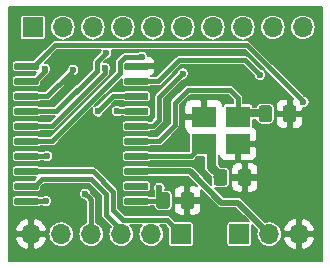
<source format=gbr>
G04 #@! TF.GenerationSoftware,KiCad,Pcbnew,5.1.2-f72e74a~84~ubuntu18.04.1*
G04 #@! TF.CreationDate,2019-06-19T15:11:19+07:00*
G04 #@! TF.ProjectId,serial_matrix_keyboard_shild,73657269-616c-45f6-9d61-747269785f6b,rev?*
G04 #@! TF.SameCoordinates,Original*
G04 #@! TF.FileFunction,Copper,L1,Top*
G04 #@! TF.FilePolarity,Positive*
%FSLAX46Y46*%
G04 Gerber Fmt 4.6, Leading zero omitted, Abs format (unit mm)*
G04 Created by KiCad (PCBNEW 5.1.2-f72e74a~84~ubuntu18.04.1) date 2019-06-19 15:11:19*
%MOMM*%
%LPD*%
G04 APERTURE LIST*
%ADD10C,0.020000*%
%ADD11C,0.600000*%
%ADD12C,1.150000*%
%ADD13R,1.700000X1.700000*%
%ADD14O,1.700000X1.700000*%
%ADD15R,2.100000X1.800000*%
%ADD16C,0.400000*%
%ADD17C,0.500000*%
%ADD18C,0.700000*%
%ADD19C,0.800000*%
%ADD20C,0.150000*%
G04 APERTURE END LIST*
D10*
G36*
X208939703Y-101415722D02*
G01*
X208954264Y-101417882D01*
X208968543Y-101421459D01*
X208982403Y-101426418D01*
X208995710Y-101432712D01*
X209008336Y-101440280D01*
X209020159Y-101449048D01*
X209031066Y-101458934D01*
X209040952Y-101469841D01*
X209049720Y-101481664D01*
X209057288Y-101494290D01*
X209063582Y-101507597D01*
X209068541Y-101521457D01*
X209072118Y-101535736D01*
X209074278Y-101550297D01*
X209075000Y-101565000D01*
X209075000Y-101865000D01*
X209074278Y-101879703D01*
X209072118Y-101894264D01*
X209068541Y-101908543D01*
X209063582Y-101922403D01*
X209057288Y-101935710D01*
X209049720Y-101948336D01*
X209040952Y-101960159D01*
X209031066Y-101971066D01*
X209020159Y-101980952D01*
X209008336Y-101989720D01*
X208995710Y-101997288D01*
X208982403Y-102003582D01*
X208968543Y-102008541D01*
X208954264Y-102012118D01*
X208939703Y-102014278D01*
X208925000Y-102015000D01*
X207175000Y-102015000D01*
X207160297Y-102014278D01*
X207145736Y-102012118D01*
X207131457Y-102008541D01*
X207117597Y-102003582D01*
X207104290Y-101997288D01*
X207091664Y-101989720D01*
X207079841Y-101980952D01*
X207068934Y-101971066D01*
X207059048Y-101960159D01*
X207050280Y-101948336D01*
X207042712Y-101935710D01*
X207036418Y-101922403D01*
X207031459Y-101908543D01*
X207027882Y-101894264D01*
X207025722Y-101879703D01*
X207025000Y-101865000D01*
X207025000Y-101565000D01*
X207025722Y-101550297D01*
X207027882Y-101535736D01*
X207031459Y-101521457D01*
X207036418Y-101507597D01*
X207042712Y-101494290D01*
X207050280Y-101481664D01*
X207059048Y-101469841D01*
X207068934Y-101458934D01*
X207079841Y-101449048D01*
X207091664Y-101440280D01*
X207104290Y-101432712D01*
X207117597Y-101426418D01*
X207131457Y-101421459D01*
X207145736Y-101417882D01*
X207160297Y-101415722D01*
X207175000Y-101415000D01*
X208925000Y-101415000D01*
X208939703Y-101415722D01*
X208939703Y-101415722D01*
G37*
D11*
X208050000Y-101715000D03*
D10*
G36*
X208939703Y-100145722D02*
G01*
X208954264Y-100147882D01*
X208968543Y-100151459D01*
X208982403Y-100156418D01*
X208995710Y-100162712D01*
X209008336Y-100170280D01*
X209020159Y-100179048D01*
X209031066Y-100188934D01*
X209040952Y-100199841D01*
X209049720Y-100211664D01*
X209057288Y-100224290D01*
X209063582Y-100237597D01*
X209068541Y-100251457D01*
X209072118Y-100265736D01*
X209074278Y-100280297D01*
X209075000Y-100295000D01*
X209075000Y-100595000D01*
X209074278Y-100609703D01*
X209072118Y-100624264D01*
X209068541Y-100638543D01*
X209063582Y-100652403D01*
X209057288Y-100665710D01*
X209049720Y-100678336D01*
X209040952Y-100690159D01*
X209031066Y-100701066D01*
X209020159Y-100710952D01*
X209008336Y-100719720D01*
X208995710Y-100727288D01*
X208982403Y-100733582D01*
X208968543Y-100738541D01*
X208954264Y-100742118D01*
X208939703Y-100744278D01*
X208925000Y-100745000D01*
X207175000Y-100745000D01*
X207160297Y-100744278D01*
X207145736Y-100742118D01*
X207131457Y-100738541D01*
X207117597Y-100733582D01*
X207104290Y-100727288D01*
X207091664Y-100719720D01*
X207079841Y-100710952D01*
X207068934Y-100701066D01*
X207059048Y-100690159D01*
X207050280Y-100678336D01*
X207042712Y-100665710D01*
X207036418Y-100652403D01*
X207031459Y-100638543D01*
X207027882Y-100624264D01*
X207025722Y-100609703D01*
X207025000Y-100595000D01*
X207025000Y-100295000D01*
X207025722Y-100280297D01*
X207027882Y-100265736D01*
X207031459Y-100251457D01*
X207036418Y-100237597D01*
X207042712Y-100224290D01*
X207050280Y-100211664D01*
X207059048Y-100199841D01*
X207068934Y-100188934D01*
X207079841Y-100179048D01*
X207091664Y-100170280D01*
X207104290Y-100162712D01*
X207117597Y-100156418D01*
X207131457Y-100151459D01*
X207145736Y-100147882D01*
X207160297Y-100145722D01*
X207175000Y-100145000D01*
X208925000Y-100145000D01*
X208939703Y-100145722D01*
X208939703Y-100145722D01*
G37*
D11*
X208050000Y-100445000D03*
D10*
G36*
X208939703Y-98875722D02*
G01*
X208954264Y-98877882D01*
X208968543Y-98881459D01*
X208982403Y-98886418D01*
X208995710Y-98892712D01*
X209008336Y-98900280D01*
X209020159Y-98909048D01*
X209031066Y-98918934D01*
X209040952Y-98929841D01*
X209049720Y-98941664D01*
X209057288Y-98954290D01*
X209063582Y-98967597D01*
X209068541Y-98981457D01*
X209072118Y-98995736D01*
X209074278Y-99010297D01*
X209075000Y-99025000D01*
X209075000Y-99325000D01*
X209074278Y-99339703D01*
X209072118Y-99354264D01*
X209068541Y-99368543D01*
X209063582Y-99382403D01*
X209057288Y-99395710D01*
X209049720Y-99408336D01*
X209040952Y-99420159D01*
X209031066Y-99431066D01*
X209020159Y-99440952D01*
X209008336Y-99449720D01*
X208995710Y-99457288D01*
X208982403Y-99463582D01*
X208968543Y-99468541D01*
X208954264Y-99472118D01*
X208939703Y-99474278D01*
X208925000Y-99475000D01*
X207175000Y-99475000D01*
X207160297Y-99474278D01*
X207145736Y-99472118D01*
X207131457Y-99468541D01*
X207117597Y-99463582D01*
X207104290Y-99457288D01*
X207091664Y-99449720D01*
X207079841Y-99440952D01*
X207068934Y-99431066D01*
X207059048Y-99420159D01*
X207050280Y-99408336D01*
X207042712Y-99395710D01*
X207036418Y-99382403D01*
X207031459Y-99368543D01*
X207027882Y-99354264D01*
X207025722Y-99339703D01*
X207025000Y-99325000D01*
X207025000Y-99025000D01*
X207025722Y-99010297D01*
X207027882Y-98995736D01*
X207031459Y-98981457D01*
X207036418Y-98967597D01*
X207042712Y-98954290D01*
X207050280Y-98941664D01*
X207059048Y-98929841D01*
X207068934Y-98918934D01*
X207079841Y-98909048D01*
X207091664Y-98900280D01*
X207104290Y-98892712D01*
X207117597Y-98886418D01*
X207131457Y-98881459D01*
X207145736Y-98877882D01*
X207160297Y-98875722D01*
X207175000Y-98875000D01*
X208925000Y-98875000D01*
X208939703Y-98875722D01*
X208939703Y-98875722D01*
G37*
D11*
X208050000Y-99175000D03*
D10*
G36*
X208939703Y-97605722D02*
G01*
X208954264Y-97607882D01*
X208968543Y-97611459D01*
X208982403Y-97616418D01*
X208995710Y-97622712D01*
X209008336Y-97630280D01*
X209020159Y-97639048D01*
X209031066Y-97648934D01*
X209040952Y-97659841D01*
X209049720Y-97671664D01*
X209057288Y-97684290D01*
X209063582Y-97697597D01*
X209068541Y-97711457D01*
X209072118Y-97725736D01*
X209074278Y-97740297D01*
X209075000Y-97755000D01*
X209075000Y-98055000D01*
X209074278Y-98069703D01*
X209072118Y-98084264D01*
X209068541Y-98098543D01*
X209063582Y-98112403D01*
X209057288Y-98125710D01*
X209049720Y-98138336D01*
X209040952Y-98150159D01*
X209031066Y-98161066D01*
X209020159Y-98170952D01*
X209008336Y-98179720D01*
X208995710Y-98187288D01*
X208982403Y-98193582D01*
X208968543Y-98198541D01*
X208954264Y-98202118D01*
X208939703Y-98204278D01*
X208925000Y-98205000D01*
X207175000Y-98205000D01*
X207160297Y-98204278D01*
X207145736Y-98202118D01*
X207131457Y-98198541D01*
X207117597Y-98193582D01*
X207104290Y-98187288D01*
X207091664Y-98179720D01*
X207079841Y-98170952D01*
X207068934Y-98161066D01*
X207059048Y-98150159D01*
X207050280Y-98138336D01*
X207042712Y-98125710D01*
X207036418Y-98112403D01*
X207031459Y-98098543D01*
X207027882Y-98084264D01*
X207025722Y-98069703D01*
X207025000Y-98055000D01*
X207025000Y-97755000D01*
X207025722Y-97740297D01*
X207027882Y-97725736D01*
X207031459Y-97711457D01*
X207036418Y-97697597D01*
X207042712Y-97684290D01*
X207050280Y-97671664D01*
X207059048Y-97659841D01*
X207068934Y-97648934D01*
X207079841Y-97639048D01*
X207091664Y-97630280D01*
X207104290Y-97622712D01*
X207117597Y-97616418D01*
X207131457Y-97611459D01*
X207145736Y-97607882D01*
X207160297Y-97605722D01*
X207175000Y-97605000D01*
X208925000Y-97605000D01*
X208939703Y-97605722D01*
X208939703Y-97605722D01*
G37*
D11*
X208050000Y-97905000D03*
D10*
G36*
X208939703Y-96335722D02*
G01*
X208954264Y-96337882D01*
X208968543Y-96341459D01*
X208982403Y-96346418D01*
X208995710Y-96352712D01*
X209008336Y-96360280D01*
X209020159Y-96369048D01*
X209031066Y-96378934D01*
X209040952Y-96389841D01*
X209049720Y-96401664D01*
X209057288Y-96414290D01*
X209063582Y-96427597D01*
X209068541Y-96441457D01*
X209072118Y-96455736D01*
X209074278Y-96470297D01*
X209075000Y-96485000D01*
X209075000Y-96785000D01*
X209074278Y-96799703D01*
X209072118Y-96814264D01*
X209068541Y-96828543D01*
X209063582Y-96842403D01*
X209057288Y-96855710D01*
X209049720Y-96868336D01*
X209040952Y-96880159D01*
X209031066Y-96891066D01*
X209020159Y-96900952D01*
X209008336Y-96909720D01*
X208995710Y-96917288D01*
X208982403Y-96923582D01*
X208968543Y-96928541D01*
X208954264Y-96932118D01*
X208939703Y-96934278D01*
X208925000Y-96935000D01*
X207175000Y-96935000D01*
X207160297Y-96934278D01*
X207145736Y-96932118D01*
X207131457Y-96928541D01*
X207117597Y-96923582D01*
X207104290Y-96917288D01*
X207091664Y-96909720D01*
X207079841Y-96900952D01*
X207068934Y-96891066D01*
X207059048Y-96880159D01*
X207050280Y-96868336D01*
X207042712Y-96855710D01*
X207036418Y-96842403D01*
X207031459Y-96828543D01*
X207027882Y-96814264D01*
X207025722Y-96799703D01*
X207025000Y-96785000D01*
X207025000Y-96485000D01*
X207025722Y-96470297D01*
X207027882Y-96455736D01*
X207031459Y-96441457D01*
X207036418Y-96427597D01*
X207042712Y-96414290D01*
X207050280Y-96401664D01*
X207059048Y-96389841D01*
X207068934Y-96378934D01*
X207079841Y-96369048D01*
X207091664Y-96360280D01*
X207104290Y-96352712D01*
X207117597Y-96346418D01*
X207131457Y-96341459D01*
X207145736Y-96337882D01*
X207160297Y-96335722D01*
X207175000Y-96335000D01*
X208925000Y-96335000D01*
X208939703Y-96335722D01*
X208939703Y-96335722D01*
G37*
D11*
X208050000Y-96635000D03*
D10*
G36*
X208939703Y-95065722D02*
G01*
X208954264Y-95067882D01*
X208968543Y-95071459D01*
X208982403Y-95076418D01*
X208995710Y-95082712D01*
X209008336Y-95090280D01*
X209020159Y-95099048D01*
X209031066Y-95108934D01*
X209040952Y-95119841D01*
X209049720Y-95131664D01*
X209057288Y-95144290D01*
X209063582Y-95157597D01*
X209068541Y-95171457D01*
X209072118Y-95185736D01*
X209074278Y-95200297D01*
X209075000Y-95215000D01*
X209075000Y-95515000D01*
X209074278Y-95529703D01*
X209072118Y-95544264D01*
X209068541Y-95558543D01*
X209063582Y-95572403D01*
X209057288Y-95585710D01*
X209049720Y-95598336D01*
X209040952Y-95610159D01*
X209031066Y-95621066D01*
X209020159Y-95630952D01*
X209008336Y-95639720D01*
X208995710Y-95647288D01*
X208982403Y-95653582D01*
X208968543Y-95658541D01*
X208954264Y-95662118D01*
X208939703Y-95664278D01*
X208925000Y-95665000D01*
X207175000Y-95665000D01*
X207160297Y-95664278D01*
X207145736Y-95662118D01*
X207131457Y-95658541D01*
X207117597Y-95653582D01*
X207104290Y-95647288D01*
X207091664Y-95639720D01*
X207079841Y-95630952D01*
X207068934Y-95621066D01*
X207059048Y-95610159D01*
X207050280Y-95598336D01*
X207042712Y-95585710D01*
X207036418Y-95572403D01*
X207031459Y-95558543D01*
X207027882Y-95544264D01*
X207025722Y-95529703D01*
X207025000Y-95515000D01*
X207025000Y-95215000D01*
X207025722Y-95200297D01*
X207027882Y-95185736D01*
X207031459Y-95171457D01*
X207036418Y-95157597D01*
X207042712Y-95144290D01*
X207050280Y-95131664D01*
X207059048Y-95119841D01*
X207068934Y-95108934D01*
X207079841Y-95099048D01*
X207091664Y-95090280D01*
X207104290Y-95082712D01*
X207117597Y-95076418D01*
X207131457Y-95071459D01*
X207145736Y-95067882D01*
X207160297Y-95065722D01*
X207175000Y-95065000D01*
X208925000Y-95065000D01*
X208939703Y-95065722D01*
X208939703Y-95065722D01*
G37*
D11*
X208050000Y-95365000D03*
D10*
G36*
X208939703Y-93795722D02*
G01*
X208954264Y-93797882D01*
X208968543Y-93801459D01*
X208982403Y-93806418D01*
X208995710Y-93812712D01*
X209008336Y-93820280D01*
X209020159Y-93829048D01*
X209031066Y-93838934D01*
X209040952Y-93849841D01*
X209049720Y-93861664D01*
X209057288Y-93874290D01*
X209063582Y-93887597D01*
X209068541Y-93901457D01*
X209072118Y-93915736D01*
X209074278Y-93930297D01*
X209075000Y-93945000D01*
X209075000Y-94245000D01*
X209074278Y-94259703D01*
X209072118Y-94274264D01*
X209068541Y-94288543D01*
X209063582Y-94302403D01*
X209057288Y-94315710D01*
X209049720Y-94328336D01*
X209040952Y-94340159D01*
X209031066Y-94351066D01*
X209020159Y-94360952D01*
X209008336Y-94369720D01*
X208995710Y-94377288D01*
X208982403Y-94383582D01*
X208968543Y-94388541D01*
X208954264Y-94392118D01*
X208939703Y-94394278D01*
X208925000Y-94395000D01*
X207175000Y-94395000D01*
X207160297Y-94394278D01*
X207145736Y-94392118D01*
X207131457Y-94388541D01*
X207117597Y-94383582D01*
X207104290Y-94377288D01*
X207091664Y-94369720D01*
X207079841Y-94360952D01*
X207068934Y-94351066D01*
X207059048Y-94340159D01*
X207050280Y-94328336D01*
X207042712Y-94315710D01*
X207036418Y-94302403D01*
X207031459Y-94288543D01*
X207027882Y-94274264D01*
X207025722Y-94259703D01*
X207025000Y-94245000D01*
X207025000Y-93945000D01*
X207025722Y-93930297D01*
X207027882Y-93915736D01*
X207031459Y-93901457D01*
X207036418Y-93887597D01*
X207042712Y-93874290D01*
X207050280Y-93861664D01*
X207059048Y-93849841D01*
X207068934Y-93838934D01*
X207079841Y-93829048D01*
X207091664Y-93820280D01*
X207104290Y-93812712D01*
X207117597Y-93806418D01*
X207131457Y-93801459D01*
X207145736Y-93797882D01*
X207160297Y-93795722D01*
X207175000Y-93795000D01*
X208925000Y-93795000D01*
X208939703Y-93795722D01*
X208939703Y-93795722D01*
G37*
D11*
X208050000Y-94095000D03*
D10*
G36*
X208939703Y-92525722D02*
G01*
X208954264Y-92527882D01*
X208968543Y-92531459D01*
X208982403Y-92536418D01*
X208995710Y-92542712D01*
X209008336Y-92550280D01*
X209020159Y-92559048D01*
X209031066Y-92568934D01*
X209040952Y-92579841D01*
X209049720Y-92591664D01*
X209057288Y-92604290D01*
X209063582Y-92617597D01*
X209068541Y-92631457D01*
X209072118Y-92645736D01*
X209074278Y-92660297D01*
X209075000Y-92675000D01*
X209075000Y-92975000D01*
X209074278Y-92989703D01*
X209072118Y-93004264D01*
X209068541Y-93018543D01*
X209063582Y-93032403D01*
X209057288Y-93045710D01*
X209049720Y-93058336D01*
X209040952Y-93070159D01*
X209031066Y-93081066D01*
X209020159Y-93090952D01*
X209008336Y-93099720D01*
X208995710Y-93107288D01*
X208982403Y-93113582D01*
X208968543Y-93118541D01*
X208954264Y-93122118D01*
X208939703Y-93124278D01*
X208925000Y-93125000D01*
X207175000Y-93125000D01*
X207160297Y-93124278D01*
X207145736Y-93122118D01*
X207131457Y-93118541D01*
X207117597Y-93113582D01*
X207104290Y-93107288D01*
X207091664Y-93099720D01*
X207079841Y-93090952D01*
X207068934Y-93081066D01*
X207059048Y-93070159D01*
X207050280Y-93058336D01*
X207042712Y-93045710D01*
X207036418Y-93032403D01*
X207031459Y-93018543D01*
X207027882Y-93004264D01*
X207025722Y-92989703D01*
X207025000Y-92975000D01*
X207025000Y-92675000D01*
X207025722Y-92660297D01*
X207027882Y-92645736D01*
X207031459Y-92631457D01*
X207036418Y-92617597D01*
X207042712Y-92604290D01*
X207050280Y-92591664D01*
X207059048Y-92579841D01*
X207068934Y-92568934D01*
X207079841Y-92559048D01*
X207091664Y-92550280D01*
X207104290Y-92542712D01*
X207117597Y-92536418D01*
X207131457Y-92531459D01*
X207145736Y-92527882D01*
X207160297Y-92525722D01*
X207175000Y-92525000D01*
X208925000Y-92525000D01*
X208939703Y-92525722D01*
X208939703Y-92525722D01*
G37*
D11*
X208050000Y-92825000D03*
D10*
G36*
X208939703Y-91255722D02*
G01*
X208954264Y-91257882D01*
X208968543Y-91261459D01*
X208982403Y-91266418D01*
X208995710Y-91272712D01*
X209008336Y-91280280D01*
X209020159Y-91289048D01*
X209031066Y-91298934D01*
X209040952Y-91309841D01*
X209049720Y-91321664D01*
X209057288Y-91334290D01*
X209063582Y-91347597D01*
X209068541Y-91361457D01*
X209072118Y-91375736D01*
X209074278Y-91390297D01*
X209075000Y-91405000D01*
X209075000Y-91705000D01*
X209074278Y-91719703D01*
X209072118Y-91734264D01*
X209068541Y-91748543D01*
X209063582Y-91762403D01*
X209057288Y-91775710D01*
X209049720Y-91788336D01*
X209040952Y-91800159D01*
X209031066Y-91811066D01*
X209020159Y-91820952D01*
X209008336Y-91829720D01*
X208995710Y-91837288D01*
X208982403Y-91843582D01*
X208968543Y-91848541D01*
X208954264Y-91852118D01*
X208939703Y-91854278D01*
X208925000Y-91855000D01*
X207175000Y-91855000D01*
X207160297Y-91854278D01*
X207145736Y-91852118D01*
X207131457Y-91848541D01*
X207117597Y-91843582D01*
X207104290Y-91837288D01*
X207091664Y-91829720D01*
X207079841Y-91820952D01*
X207068934Y-91811066D01*
X207059048Y-91800159D01*
X207050280Y-91788336D01*
X207042712Y-91775710D01*
X207036418Y-91762403D01*
X207031459Y-91748543D01*
X207027882Y-91734264D01*
X207025722Y-91719703D01*
X207025000Y-91705000D01*
X207025000Y-91405000D01*
X207025722Y-91390297D01*
X207027882Y-91375736D01*
X207031459Y-91361457D01*
X207036418Y-91347597D01*
X207042712Y-91334290D01*
X207050280Y-91321664D01*
X207059048Y-91309841D01*
X207068934Y-91298934D01*
X207079841Y-91289048D01*
X207091664Y-91280280D01*
X207104290Y-91272712D01*
X207117597Y-91266418D01*
X207131457Y-91261459D01*
X207145736Y-91257882D01*
X207160297Y-91255722D01*
X207175000Y-91255000D01*
X208925000Y-91255000D01*
X208939703Y-91255722D01*
X208939703Y-91255722D01*
G37*
D11*
X208050000Y-91555000D03*
D10*
G36*
X208939703Y-89985722D02*
G01*
X208954264Y-89987882D01*
X208968543Y-89991459D01*
X208982403Y-89996418D01*
X208995710Y-90002712D01*
X209008336Y-90010280D01*
X209020159Y-90019048D01*
X209031066Y-90028934D01*
X209040952Y-90039841D01*
X209049720Y-90051664D01*
X209057288Y-90064290D01*
X209063582Y-90077597D01*
X209068541Y-90091457D01*
X209072118Y-90105736D01*
X209074278Y-90120297D01*
X209075000Y-90135000D01*
X209075000Y-90435000D01*
X209074278Y-90449703D01*
X209072118Y-90464264D01*
X209068541Y-90478543D01*
X209063582Y-90492403D01*
X209057288Y-90505710D01*
X209049720Y-90518336D01*
X209040952Y-90530159D01*
X209031066Y-90541066D01*
X209020159Y-90550952D01*
X209008336Y-90559720D01*
X208995710Y-90567288D01*
X208982403Y-90573582D01*
X208968543Y-90578541D01*
X208954264Y-90582118D01*
X208939703Y-90584278D01*
X208925000Y-90585000D01*
X207175000Y-90585000D01*
X207160297Y-90584278D01*
X207145736Y-90582118D01*
X207131457Y-90578541D01*
X207117597Y-90573582D01*
X207104290Y-90567288D01*
X207091664Y-90559720D01*
X207079841Y-90550952D01*
X207068934Y-90541066D01*
X207059048Y-90530159D01*
X207050280Y-90518336D01*
X207042712Y-90505710D01*
X207036418Y-90492403D01*
X207031459Y-90478543D01*
X207027882Y-90464264D01*
X207025722Y-90449703D01*
X207025000Y-90435000D01*
X207025000Y-90135000D01*
X207025722Y-90120297D01*
X207027882Y-90105736D01*
X207031459Y-90091457D01*
X207036418Y-90077597D01*
X207042712Y-90064290D01*
X207050280Y-90051664D01*
X207059048Y-90039841D01*
X207068934Y-90028934D01*
X207079841Y-90019048D01*
X207091664Y-90010280D01*
X207104290Y-90002712D01*
X207117597Y-89996418D01*
X207131457Y-89991459D01*
X207145736Y-89987882D01*
X207160297Y-89985722D01*
X207175000Y-89985000D01*
X208925000Y-89985000D01*
X208939703Y-89985722D01*
X208939703Y-89985722D01*
G37*
D11*
X208050000Y-90285000D03*
D10*
G36*
X199639703Y-89985722D02*
G01*
X199654264Y-89987882D01*
X199668543Y-89991459D01*
X199682403Y-89996418D01*
X199695710Y-90002712D01*
X199708336Y-90010280D01*
X199720159Y-90019048D01*
X199731066Y-90028934D01*
X199740952Y-90039841D01*
X199749720Y-90051664D01*
X199757288Y-90064290D01*
X199763582Y-90077597D01*
X199768541Y-90091457D01*
X199772118Y-90105736D01*
X199774278Y-90120297D01*
X199775000Y-90135000D01*
X199775000Y-90435000D01*
X199774278Y-90449703D01*
X199772118Y-90464264D01*
X199768541Y-90478543D01*
X199763582Y-90492403D01*
X199757288Y-90505710D01*
X199749720Y-90518336D01*
X199740952Y-90530159D01*
X199731066Y-90541066D01*
X199720159Y-90550952D01*
X199708336Y-90559720D01*
X199695710Y-90567288D01*
X199682403Y-90573582D01*
X199668543Y-90578541D01*
X199654264Y-90582118D01*
X199639703Y-90584278D01*
X199625000Y-90585000D01*
X197875000Y-90585000D01*
X197860297Y-90584278D01*
X197845736Y-90582118D01*
X197831457Y-90578541D01*
X197817597Y-90573582D01*
X197804290Y-90567288D01*
X197791664Y-90559720D01*
X197779841Y-90550952D01*
X197768934Y-90541066D01*
X197759048Y-90530159D01*
X197750280Y-90518336D01*
X197742712Y-90505710D01*
X197736418Y-90492403D01*
X197731459Y-90478543D01*
X197727882Y-90464264D01*
X197725722Y-90449703D01*
X197725000Y-90435000D01*
X197725000Y-90135000D01*
X197725722Y-90120297D01*
X197727882Y-90105736D01*
X197731459Y-90091457D01*
X197736418Y-90077597D01*
X197742712Y-90064290D01*
X197750280Y-90051664D01*
X197759048Y-90039841D01*
X197768934Y-90028934D01*
X197779841Y-90019048D01*
X197791664Y-90010280D01*
X197804290Y-90002712D01*
X197817597Y-89996418D01*
X197831457Y-89991459D01*
X197845736Y-89987882D01*
X197860297Y-89985722D01*
X197875000Y-89985000D01*
X199625000Y-89985000D01*
X199639703Y-89985722D01*
X199639703Y-89985722D01*
G37*
D11*
X198750000Y-90285000D03*
D10*
G36*
X199639703Y-91255722D02*
G01*
X199654264Y-91257882D01*
X199668543Y-91261459D01*
X199682403Y-91266418D01*
X199695710Y-91272712D01*
X199708336Y-91280280D01*
X199720159Y-91289048D01*
X199731066Y-91298934D01*
X199740952Y-91309841D01*
X199749720Y-91321664D01*
X199757288Y-91334290D01*
X199763582Y-91347597D01*
X199768541Y-91361457D01*
X199772118Y-91375736D01*
X199774278Y-91390297D01*
X199775000Y-91405000D01*
X199775000Y-91705000D01*
X199774278Y-91719703D01*
X199772118Y-91734264D01*
X199768541Y-91748543D01*
X199763582Y-91762403D01*
X199757288Y-91775710D01*
X199749720Y-91788336D01*
X199740952Y-91800159D01*
X199731066Y-91811066D01*
X199720159Y-91820952D01*
X199708336Y-91829720D01*
X199695710Y-91837288D01*
X199682403Y-91843582D01*
X199668543Y-91848541D01*
X199654264Y-91852118D01*
X199639703Y-91854278D01*
X199625000Y-91855000D01*
X197875000Y-91855000D01*
X197860297Y-91854278D01*
X197845736Y-91852118D01*
X197831457Y-91848541D01*
X197817597Y-91843582D01*
X197804290Y-91837288D01*
X197791664Y-91829720D01*
X197779841Y-91820952D01*
X197768934Y-91811066D01*
X197759048Y-91800159D01*
X197750280Y-91788336D01*
X197742712Y-91775710D01*
X197736418Y-91762403D01*
X197731459Y-91748543D01*
X197727882Y-91734264D01*
X197725722Y-91719703D01*
X197725000Y-91705000D01*
X197725000Y-91405000D01*
X197725722Y-91390297D01*
X197727882Y-91375736D01*
X197731459Y-91361457D01*
X197736418Y-91347597D01*
X197742712Y-91334290D01*
X197750280Y-91321664D01*
X197759048Y-91309841D01*
X197768934Y-91298934D01*
X197779841Y-91289048D01*
X197791664Y-91280280D01*
X197804290Y-91272712D01*
X197817597Y-91266418D01*
X197831457Y-91261459D01*
X197845736Y-91257882D01*
X197860297Y-91255722D01*
X197875000Y-91255000D01*
X199625000Y-91255000D01*
X199639703Y-91255722D01*
X199639703Y-91255722D01*
G37*
D11*
X198750000Y-91555000D03*
D10*
G36*
X199639703Y-92525722D02*
G01*
X199654264Y-92527882D01*
X199668543Y-92531459D01*
X199682403Y-92536418D01*
X199695710Y-92542712D01*
X199708336Y-92550280D01*
X199720159Y-92559048D01*
X199731066Y-92568934D01*
X199740952Y-92579841D01*
X199749720Y-92591664D01*
X199757288Y-92604290D01*
X199763582Y-92617597D01*
X199768541Y-92631457D01*
X199772118Y-92645736D01*
X199774278Y-92660297D01*
X199775000Y-92675000D01*
X199775000Y-92975000D01*
X199774278Y-92989703D01*
X199772118Y-93004264D01*
X199768541Y-93018543D01*
X199763582Y-93032403D01*
X199757288Y-93045710D01*
X199749720Y-93058336D01*
X199740952Y-93070159D01*
X199731066Y-93081066D01*
X199720159Y-93090952D01*
X199708336Y-93099720D01*
X199695710Y-93107288D01*
X199682403Y-93113582D01*
X199668543Y-93118541D01*
X199654264Y-93122118D01*
X199639703Y-93124278D01*
X199625000Y-93125000D01*
X197875000Y-93125000D01*
X197860297Y-93124278D01*
X197845736Y-93122118D01*
X197831457Y-93118541D01*
X197817597Y-93113582D01*
X197804290Y-93107288D01*
X197791664Y-93099720D01*
X197779841Y-93090952D01*
X197768934Y-93081066D01*
X197759048Y-93070159D01*
X197750280Y-93058336D01*
X197742712Y-93045710D01*
X197736418Y-93032403D01*
X197731459Y-93018543D01*
X197727882Y-93004264D01*
X197725722Y-92989703D01*
X197725000Y-92975000D01*
X197725000Y-92675000D01*
X197725722Y-92660297D01*
X197727882Y-92645736D01*
X197731459Y-92631457D01*
X197736418Y-92617597D01*
X197742712Y-92604290D01*
X197750280Y-92591664D01*
X197759048Y-92579841D01*
X197768934Y-92568934D01*
X197779841Y-92559048D01*
X197791664Y-92550280D01*
X197804290Y-92542712D01*
X197817597Y-92536418D01*
X197831457Y-92531459D01*
X197845736Y-92527882D01*
X197860297Y-92525722D01*
X197875000Y-92525000D01*
X199625000Y-92525000D01*
X199639703Y-92525722D01*
X199639703Y-92525722D01*
G37*
D11*
X198750000Y-92825000D03*
D10*
G36*
X199639703Y-93795722D02*
G01*
X199654264Y-93797882D01*
X199668543Y-93801459D01*
X199682403Y-93806418D01*
X199695710Y-93812712D01*
X199708336Y-93820280D01*
X199720159Y-93829048D01*
X199731066Y-93838934D01*
X199740952Y-93849841D01*
X199749720Y-93861664D01*
X199757288Y-93874290D01*
X199763582Y-93887597D01*
X199768541Y-93901457D01*
X199772118Y-93915736D01*
X199774278Y-93930297D01*
X199775000Y-93945000D01*
X199775000Y-94245000D01*
X199774278Y-94259703D01*
X199772118Y-94274264D01*
X199768541Y-94288543D01*
X199763582Y-94302403D01*
X199757288Y-94315710D01*
X199749720Y-94328336D01*
X199740952Y-94340159D01*
X199731066Y-94351066D01*
X199720159Y-94360952D01*
X199708336Y-94369720D01*
X199695710Y-94377288D01*
X199682403Y-94383582D01*
X199668543Y-94388541D01*
X199654264Y-94392118D01*
X199639703Y-94394278D01*
X199625000Y-94395000D01*
X197875000Y-94395000D01*
X197860297Y-94394278D01*
X197845736Y-94392118D01*
X197831457Y-94388541D01*
X197817597Y-94383582D01*
X197804290Y-94377288D01*
X197791664Y-94369720D01*
X197779841Y-94360952D01*
X197768934Y-94351066D01*
X197759048Y-94340159D01*
X197750280Y-94328336D01*
X197742712Y-94315710D01*
X197736418Y-94302403D01*
X197731459Y-94288543D01*
X197727882Y-94274264D01*
X197725722Y-94259703D01*
X197725000Y-94245000D01*
X197725000Y-93945000D01*
X197725722Y-93930297D01*
X197727882Y-93915736D01*
X197731459Y-93901457D01*
X197736418Y-93887597D01*
X197742712Y-93874290D01*
X197750280Y-93861664D01*
X197759048Y-93849841D01*
X197768934Y-93838934D01*
X197779841Y-93829048D01*
X197791664Y-93820280D01*
X197804290Y-93812712D01*
X197817597Y-93806418D01*
X197831457Y-93801459D01*
X197845736Y-93797882D01*
X197860297Y-93795722D01*
X197875000Y-93795000D01*
X199625000Y-93795000D01*
X199639703Y-93795722D01*
X199639703Y-93795722D01*
G37*
D11*
X198750000Y-94095000D03*
D10*
G36*
X199639703Y-95065722D02*
G01*
X199654264Y-95067882D01*
X199668543Y-95071459D01*
X199682403Y-95076418D01*
X199695710Y-95082712D01*
X199708336Y-95090280D01*
X199720159Y-95099048D01*
X199731066Y-95108934D01*
X199740952Y-95119841D01*
X199749720Y-95131664D01*
X199757288Y-95144290D01*
X199763582Y-95157597D01*
X199768541Y-95171457D01*
X199772118Y-95185736D01*
X199774278Y-95200297D01*
X199775000Y-95215000D01*
X199775000Y-95515000D01*
X199774278Y-95529703D01*
X199772118Y-95544264D01*
X199768541Y-95558543D01*
X199763582Y-95572403D01*
X199757288Y-95585710D01*
X199749720Y-95598336D01*
X199740952Y-95610159D01*
X199731066Y-95621066D01*
X199720159Y-95630952D01*
X199708336Y-95639720D01*
X199695710Y-95647288D01*
X199682403Y-95653582D01*
X199668543Y-95658541D01*
X199654264Y-95662118D01*
X199639703Y-95664278D01*
X199625000Y-95665000D01*
X197875000Y-95665000D01*
X197860297Y-95664278D01*
X197845736Y-95662118D01*
X197831457Y-95658541D01*
X197817597Y-95653582D01*
X197804290Y-95647288D01*
X197791664Y-95639720D01*
X197779841Y-95630952D01*
X197768934Y-95621066D01*
X197759048Y-95610159D01*
X197750280Y-95598336D01*
X197742712Y-95585710D01*
X197736418Y-95572403D01*
X197731459Y-95558543D01*
X197727882Y-95544264D01*
X197725722Y-95529703D01*
X197725000Y-95515000D01*
X197725000Y-95215000D01*
X197725722Y-95200297D01*
X197727882Y-95185736D01*
X197731459Y-95171457D01*
X197736418Y-95157597D01*
X197742712Y-95144290D01*
X197750280Y-95131664D01*
X197759048Y-95119841D01*
X197768934Y-95108934D01*
X197779841Y-95099048D01*
X197791664Y-95090280D01*
X197804290Y-95082712D01*
X197817597Y-95076418D01*
X197831457Y-95071459D01*
X197845736Y-95067882D01*
X197860297Y-95065722D01*
X197875000Y-95065000D01*
X199625000Y-95065000D01*
X199639703Y-95065722D01*
X199639703Y-95065722D01*
G37*
D11*
X198750000Y-95365000D03*
D10*
G36*
X199639703Y-96335722D02*
G01*
X199654264Y-96337882D01*
X199668543Y-96341459D01*
X199682403Y-96346418D01*
X199695710Y-96352712D01*
X199708336Y-96360280D01*
X199720159Y-96369048D01*
X199731066Y-96378934D01*
X199740952Y-96389841D01*
X199749720Y-96401664D01*
X199757288Y-96414290D01*
X199763582Y-96427597D01*
X199768541Y-96441457D01*
X199772118Y-96455736D01*
X199774278Y-96470297D01*
X199775000Y-96485000D01*
X199775000Y-96785000D01*
X199774278Y-96799703D01*
X199772118Y-96814264D01*
X199768541Y-96828543D01*
X199763582Y-96842403D01*
X199757288Y-96855710D01*
X199749720Y-96868336D01*
X199740952Y-96880159D01*
X199731066Y-96891066D01*
X199720159Y-96900952D01*
X199708336Y-96909720D01*
X199695710Y-96917288D01*
X199682403Y-96923582D01*
X199668543Y-96928541D01*
X199654264Y-96932118D01*
X199639703Y-96934278D01*
X199625000Y-96935000D01*
X197875000Y-96935000D01*
X197860297Y-96934278D01*
X197845736Y-96932118D01*
X197831457Y-96928541D01*
X197817597Y-96923582D01*
X197804290Y-96917288D01*
X197791664Y-96909720D01*
X197779841Y-96900952D01*
X197768934Y-96891066D01*
X197759048Y-96880159D01*
X197750280Y-96868336D01*
X197742712Y-96855710D01*
X197736418Y-96842403D01*
X197731459Y-96828543D01*
X197727882Y-96814264D01*
X197725722Y-96799703D01*
X197725000Y-96785000D01*
X197725000Y-96485000D01*
X197725722Y-96470297D01*
X197727882Y-96455736D01*
X197731459Y-96441457D01*
X197736418Y-96427597D01*
X197742712Y-96414290D01*
X197750280Y-96401664D01*
X197759048Y-96389841D01*
X197768934Y-96378934D01*
X197779841Y-96369048D01*
X197791664Y-96360280D01*
X197804290Y-96352712D01*
X197817597Y-96346418D01*
X197831457Y-96341459D01*
X197845736Y-96337882D01*
X197860297Y-96335722D01*
X197875000Y-96335000D01*
X199625000Y-96335000D01*
X199639703Y-96335722D01*
X199639703Y-96335722D01*
G37*
D11*
X198750000Y-96635000D03*
D10*
G36*
X199639703Y-97605722D02*
G01*
X199654264Y-97607882D01*
X199668543Y-97611459D01*
X199682403Y-97616418D01*
X199695710Y-97622712D01*
X199708336Y-97630280D01*
X199720159Y-97639048D01*
X199731066Y-97648934D01*
X199740952Y-97659841D01*
X199749720Y-97671664D01*
X199757288Y-97684290D01*
X199763582Y-97697597D01*
X199768541Y-97711457D01*
X199772118Y-97725736D01*
X199774278Y-97740297D01*
X199775000Y-97755000D01*
X199775000Y-98055000D01*
X199774278Y-98069703D01*
X199772118Y-98084264D01*
X199768541Y-98098543D01*
X199763582Y-98112403D01*
X199757288Y-98125710D01*
X199749720Y-98138336D01*
X199740952Y-98150159D01*
X199731066Y-98161066D01*
X199720159Y-98170952D01*
X199708336Y-98179720D01*
X199695710Y-98187288D01*
X199682403Y-98193582D01*
X199668543Y-98198541D01*
X199654264Y-98202118D01*
X199639703Y-98204278D01*
X199625000Y-98205000D01*
X197875000Y-98205000D01*
X197860297Y-98204278D01*
X197845736Y-98202118D01*
X197831457Y-98198541D01*
X197817597Y-98193582D01*
X197804290Y-98187288D01*
X197791664Y-98179720D01*
X197779841Y-98170952D01*
X197768934Y-98161066D01*
X197759048Y-98150159D01*
X197750280Y-98138336D01*
X197742712Y-98125710D01*
X197736418Y-98112403D01*
X197731459Y-98098543D01*
X197727882Y-98084264D01*
X197725722Y-98069703D01*
X197725000Y-98055000D01*
X197725000Y-97755000D01*
X197725722Y-97740297D01*
X197727882Y-97725736D01*
X197731459Y-97711457D01*
X197736418Y-97697597D01*
X197742712Y-97684290D01*
X197750280Y-97671664D01*
X197759048Y-97659841D01*
X197768934Y-97648934D01*
X197779841Y-97639048D01*
X197791664Y-97630280D01*
X197804290Y-97622712D01*
X197817597Y-97616418D01*
X197831457Y-97611459D01*
X197845736Y-97607882D01*
X197860297Y-97605722D01*
X197875000Y-97605000D01*
X199625000Y-97605000D01*
X199639703Y-97605722D01*
X199639703Y-97605722D01*
G37*
D11*
X198750000Y-97905000D03*
D10*
G36*
X199639703Y-98875722D02*
G01*
X199654264Y-98877882D01*
X199668543Y-98881459D01*
X199682403Y-98886418D01*
X199695710Y-98892712D01*
X199708336Y-98900280D01*
X199720159Y-98909048D01*
X199731066Y-98918934D01*
X199740952Y-98929841D01*
X199749720Y-98941664D01*
X199757288Y-98954290D01*
X199763582Y-98967597D01*
X199768541Y-98981457D01*
X199772118Y-98995736D01*
X199774278Y-99010297D01*
X199775000Y-99025000D01*
X199775000Y-99325000D01*
X199774278Y-99339703D01*
X199772118Y-99354264D01*
X199768541Y-99368543D01*
X199763582Y-99382403D01*
X199757288Y-99395710D01*
X199749720Y-99408336D01*
X199740952Y-99420159D01*
X199731066Y-99431066D01*
X199720159Y-99440952D01*
X199708336Y-99449720D01*
X199695710Y-99457288D01*
X199682403Y-99463582D01*
X199668543Y-99468541D01*
X199654264Y-99472118D01*
X199639703Y-99474278D01*
X199625000Y-99475000D01*
X197875000Y-99475000D01*
X197860297Y-99474278D01*
X197845736Y-99472118D01*
X197831457Y-99468541D01*
X197817597Y-99463582D01*
X197804290Y-99457288D01*
X197791664Y-99449720D01*
X197779841Y-99440952D01*
X197768934Y-99431066D01*
X197759048Y-99420159D01*
X197750280Y-99408336D01*
X197742712Y-99395710D01*
X197736418Y-99382403D01*
X197731459Y-99368543D01*
X197727882Y-99354264D01*
X197725722Y-99339703D01*
X197725000Y-99325000D01*
X197725000Y-99025000D01*
X197725722Y-99010297D01*
X197727882Y-98995736D01*
X197731459Y-98981457D01*
X197736418Y-98967597D01*
X197742712Y-98954290D01*
X197750280Y-98941664D01*
X197759048Y-98929841D01*
X197768934Y-98918934D01*
X197779841Y-98909048D01*
X197791664Y-98900280D01*
X197804290Y-98892712D01*
X197817597Y-98886418D01*
X197831457Y-98881459D01*
X197845736Y-98877882D01*
X197860297Y-98875722D01*
X197875000Y-98875000D01*
X199625000Y-98875000D01*
X199639703Y-98875722D01*
X199639703Y-98875722D01*
G37*
D11*
X198750000Y-99175000D03*
D10*
G36*
X199639703Y-100145722D02*
G01*
X199654264Y-100147882D01*
X199668543Y-100151459D01*
X199682403Y-100156418D01*
X199695710Y-100162712D01*
X199708336Y-100170280D01*
X199720159Y-100179048D01*
X199731066Y-100188934D01*
X199740952Y-100199841D01*
X199749720Y-100211664D01*
X199757288Y-100224290D01*
X199763582Y-100237597D01*
X199768541Y-100251457D01*
X199772118Y-100265736D01*
X199774278Y-100280297D01*
X199775000Y-100295000D01*
X199775000Y-100595000D01*
X199774278Y-100609703D01*
X199772118Y-100624264D01*
X199768541Y-100638543D01*
X199763582Y-100652403D01*
X199757288Y-100665710D01*
X199749720Y-100678336D01*
X199740952Y-100690159D01*
X199731066Y-100701066D01*
X199720159Y-100710952D01*
X199708336Y-100719720D01*
X199695710Y-100727288D01*
X199682403Y-100733582D01*
X199668543Y-100738541D01*
X199654264Y-100742118D01*
X199639703Y-100744278D01*
X199625000Y-100745000D01*
X197875000Y-100745000D01*
X197860297Y-100744278D01*
X197845736Y-100742118D01*
X197831457Y-100738541D01*
X197817597Y-100733582D01*
X197804290Y-100727288D01*
X197791664Y-100719720D01*
X197779841Y-100710952D01*
X197768934Y-100701066D01*
X197759048Y-100690159D01*
X197750280Y-100678336D01*
X197742712Y-100665710D01*
X197736418Y-100652403D01*
X197731459Y-100638543D01*
X197727882Y-100624264D01*
X197725722Y-100609703D01*
X197725000Y-100595000D01*
X197725000Y-100295000D01*
X197725722Y-100280297D01*
X197727882Y-100265736D01*
X197731459Y-100251457D01*
X197736418Y-100237597D01*
X197742712Y-100224290D01*
X197750280Y-100211664D01*
X197759048Y-100199841D01*
X197768934Y-100188934D01*
X197779841Y-100179048D01*
X197791664Y-100170280D01*
X197804290Y-100162712D01*
X197817597Y-100156418D01*
X197831457Y-100151459D01*
X197845736Y-100147882D01*
X197860297Y-100145722D01*
X197875000Y-100145000D01*
X199625000Y-100145000D01*
X199639703Y-100145722D01*
X199639703Y-100145722D01*
G37*
D11*
X198750000Y-100445000D03*
D10*
G36*
X199639703Y-101415722D02*
G01*
X199654264Y-101417882D01*
X199668543Y-101421459D01*
X199682403Y-101426418D01*
X199695710Y-101432712D01*
X199708336Y-101440280D01*
X199720159Y-101449048D01*
X199731066Y-101458934D01*
X199740952Y-101469841D01*
X199749720Y-101481664D01*
X199757288Y-101494290D01*
X199763582Y-101507597D01*
X199768541Y-101521457D01*
X199772118Y-101535736D01*
X199774278Y-101550297D01*
X199775000Y-101565000D01*
X199775000Y-101865000D01*
X199774278Y-101879703D01*
X199772118Y-101894264D01*
X199768541Y-101908543D01*
X199763582Y-101922403D01*
X199757288Y-101935710D01*
X199749720Y-101948336D01*
X199740952Y-101960159D01*
X199731066Y-101971066D01*
X199720159Y-101980952D01*
X199708336Y-101989720D01*
X199695710Y-101997288D01*
X199682403Y-102003582D01*
X199668543Y-102008541D01*
X199654264Y-102012118D01*
X199639703Y-102014278D01*
X199625000Y-102015000D01*
X197875000Y-102015000D01*
X197860297Y-102014278D01*
X197845736Y-102012118D01*
X197831457Y-102008541D01*
X197817597Y-102003582D01*
X197804290Y-101997288D01*
X197791664Y-101989720D01*
X197779841Y-101980952D01*
X197768934Y-101971066D01*
X197759048Y-101960159D01*
X197750280Y-101948336D01*
X197742712Y-101935710D01*
X197736418Y-101922403D01*
X197731459Y-101908543D01*
X197727882Y-101894264D01*
X197725722Y-101879703D01*
X197725000Y-101865000D01*
X197725000Y-101565000D01*
X197725722Y-101550297D01*
X197727882Y-101535736D01*
X197731459Y-101521457D01*
X197736418Y-101507597D01*
X197742712Y-101494290D01*
X197750280Y-101481664D01*
X197759048Y-101469841D01*
X197768934Y-101458934D01*
X197779841Y-101449048D01*
X197791664Y-101440280D01*
X197804290Y-101432712D01*
X197817597Y-101426418D01*
X197831457Y-101421459D01*
X197845736Y-101417882D01*
X197860297Y-101415722D01*
X197875000Y-101415000D01*
X199625000Y-101415000D01*
X199639703Y-101415722D01*
X199639703Y-101415722D01*
G37*
D11*
X198750000Y-101715000D03*
D10*
G36*
X212724505Y-100951204D02*
G01*
X212748773Y-100954804D01*
X212772572Y-100960765D01*
X212795671Y-100969030D01*
X212817850Y-100979520D01*
X212838893Y-100992132D01*
X212858599Y-101006747D01*
X212876777Y-101023223D01*
X212893253Y-101041401D01*
X212907868Y-101061107D01*
X212920480Y-101082150D01*
X212930970Y-101104329D01*
X212939235Y-101127428D01*
X212945196Y-101151227D01*
X212948796Y-101175495D01*
X212950000Y-101199999D01*
X212950000Y-102100001D01*
X212948796Y-102124505D01*
X212945196Y-102148773D01*
X212939235Y-102172572D01*
X212930970Y-102195671D01*
X212920480Y-102217850D01*
X212907868Y-102238893D01*
X212893253Y-102258599D01*
X212876777Y-102276777D01*
X212858599Y-102293253D01*
X212838893Y-102307868D01*
X212817850Y-102320480D01*
X212795671Y-102330970D01*
X212772572Y-102339235D01*
X212748773Y-102345196D01*
X212724505Y-102348796D01*
X212700001Y-102350000D01*
X212049999Y-102350000D01*
X212025495Y-102348796D01*
X212001227Y-102345196D01*
X211977428Y-102339235D01*
X211954329Y-102330970D01*
X211932150Y-102320480D01*
X211911107Y-102307868D01*
X211891401Y-102293253D01*
X211873223Y-102276777D01*
X211856747Y-102258599D01*
X211842132Y-102238893D01*
X211829520Y-102217850D01*
X211819030Y-102195671D01*
X211810765Y-102172572D01*
X211804804Y-102148773D01*
X211801204Y-102124505D01*
X211800000Y-102100001D01*
X211800000Y-101199999D01*
X211801204Y-101175495D01*
X211804804Y-101151227D01*
X211810765Y-101127428D01*
X211819030Y-101104329D01*
X211829520Y-101082150D01*
X211842132Y-101061107D01*
X211856747Y-101041401D01*
X211873223Y-101023223D01*
X211891401Y-101006747D01*
X211911107Y-100992132D01*
X211932150Y-100979520D01*
X211954329Y-100969030D01*
X211977428Y-100960765D01*
X212001227Y-100954804D01*
X212025495Y-100951204D01*
X212049999Y-100950000D01*
X212700001Y-100950000D01*
X212724505Y-100951204D01*
X212724505Y-100951204D01*
G37*
D12*
X212375000Y-101650000D03*
D10*
G36*
X210674505Y-100951204D02*
G01*
X210698773Y-100954804D01*
X210722572Y-100960765D01*
X210745671Y-100969030D01*
X210767850Y-100979520D01*
X210788893Y-100992132D01*
X210808599Y-101006747D01*
X210826777Y-101023223D01*
X210843253Y-101041401D01*
X210857868Y-101061107D01*
X210870480Y-101082150D01*
X210880970Y-101104329D01*
X210889235Y-101127428D01*
X210895196Y-101151227D01*
X210898796Y-101175495D01*
X210900000Y-101199999D01*
X210900000Y-102100001D01*
X210898796Y-102124505D01*
X210895196Y-102148773D01*
X210889235Y-102172572D01*
X210880970Y-102195671D01*
X210870480Y-102217850D01*
X210857868Y-102238893D01*
X210843253Y-102258599D01*
X210826777Y-102276777D01*
X210808599Y-102293253D01*
X210788893Y-102307868D01*
X210767850Y-102320480D01*
X210745671Y-102330970D01*
X210722572Y-102339235D01*
X210698773Y-102345196D01*
X210674505Y-102348796D01*
X210650001Y-102350000D01*
X209999999Y-102350000D01*
X209975495Y-102348796D01*
X209951227Y-102345196D01*
X209927428Y-102339235D01*
X209904329Y-102330970D01*
X209882150Y-102320480D01*
X209861107Y-102307868D01*
X209841401Y-102293253D01*
X209823223Y-102276777D01*
X209806747Y-102258599D01*
X209792132Y-102238893D01*
X209779520Y-102217850D01*
X209769030Y-102195671D01*
X209760765Y-102172572D01*
X209754804Y-102148773D01*
X209751204Y-102124505D01*
X209750000Y-102100001D01*
X209750000Y-101199999D01*
X209751204Y-101175495D01*
X209754804Y-101151227D01*
X209760765Y-101127428D01*
X209769030Y-101104329D01*
X209779520Y-101082150D01*
X209792132Y-101061107D01*
X209806747Y-101041401D01*
X209823223Y-101023223D01*
X209841401Y-101006747D01*
X209861107Y-100992132D01*
X209882150Y-100979520D01*
X209904329Y-100969030D01*
X209927428Y-100960765D01*
X209951227Y-100954804D01*
X209975495Y-100951204D01*
X209999999Y-100950000D01*
X210650001Y-100950000D01*
X210674505Y-100951204D01*
X210674505Y-100951204D01*
G37*
D12*
X210325000Y-101650000D03*
D10*
G36*
X219324505Y-93601204D02*
G01*
X219348773Y-93604804D01*
X219372572Y-93610765D01*
X219395671Y-93619030D01*
X219417850Y-93629520D01*
X219438893Y-93642132D01*
X219458599Y-93656747D01*
X219476777Y-93673223D01*
X219493253Y-93691401D01*
X219507868Y-93711107D01*
X219520480Y-93732150D01*
X219530970Y-93754329D01*
X219539235Y-93777428D01*
X219545196Y-93801227D01*
X219548796Y-93825495D01*
X219550000Y-93849999D01*
X219550000Y-94750001D01*
X219548796Y-94774505D01*
X219545196Y-94798773D01*
X219539235Y-94822572D01*
X219530970Y-94845671D01*
X219520480Y-94867850D01*
X219507868Y-94888893D01*
X219493253Y-94908599D01*
X219476777Y-94926777D01*
X219458599Y-94943253D01*
X219438893Y-94957868D01*
X219417850Y-94970480D01*
X219395671Y-94980970D01*
X219372572Y-94989235D01*
X219348773Y-94995196D01*
X219324505Y-94998796D01*
X219300001Y-95000000D01*
X218649999Y-95000000D01*
X218625495Y-94998796D01*
X218601227Y-94995196D01*
X218577428Y-94989235D01*
X218554329Y-94980970D01*
X218532150Y-94970480D01*
X218511107Y-94957868D01*
X218491401Y-94943253D01*
X218473223Y-94926777D01*
X218456747Y-94908599D01*
X218442132Y-94888893D01*
X218429520Y-94867850D01*
X218419030Y-94845671D01*
X218410765Y-94822572D01*
X218404804Y-94798773D01*
X218401204Y-94774505D01*
X218400000Y-94750001D01*
X218400000Y-93849999D01*
X218401204Y-93825495D01*
X218404804Y-93801227D01*
X218410765Y-93777428D01*
X218419030Y-93754329D01*
X218429520Y-93732150D01*
X218442132Y-93711107D01*
X218456747Y-93691401D01*
X218473223Y-93673223D01*
X218491401Y-93656747D01*
X218511107Y-93642132D01*
X218532150Y-93629520D01*
X218554329Y-93619030D01*
X218577428Y-93610765D01*
X218601227Y-93604804D01*
X218625495Y-93601204D01*
X218649999Y-93600000D01*
X219300001Y-93600000D01*
X219324505Y-93601204D01*
X219324505Y-93601204D01*
G37*
D12*
X218975000Y-94300000D03*
D10*
G36*
X221374505Y-93601204D02*
G01*
X221398773Y-93604804D01*
X221422572Y-93610765D01*
X221445671Y-93619030D01*
X221467850Y-93629520D01*
X221488893Y-93642132D01*
X221508599Y-93656747D01*
X221526777Y-93673223D01*
X221543253Y-93691401D01*
X221557868Y-93711107D01*
X221570480Y-93732150D01*
X221580970Y-93754329D01*
X221589235Y-93777428D01*
X221595196Y-93801227D01*
X221598796Y-93825495D01*
X221600000Y-93849999D01*
X221600000Y-94750001D01*
X221598796Y-94774505D01*
X221595196Y-94798773D01*
X221589235Y-94822572D01*
X221580970Y-94845671D01*
X221570480Y-94867850D01*
X221557868Y-94888893D01*
X221543253Y-94908599D01*
X221526777Y-94926777D01*
X221508599Y-94943253D01*
X221488893Y-94957868D01*
X221467850Y-94970480D01*
X221445671Y-94980970D01*
X221422572Y-94989235D01*
X221398773Y-94995196D01*
X221374505Y-94998796D01*
X221350001Y-95000000D01*
X220699999Y-95000000D01*
X220675495Y-94998796D01*
X220651227Y-94995196D01*
X220627428Y-94989235D01*
X220604329Y-94980970D01*
X220582150Y-94970480D01*
X220561107Y-94957868D01*
X220541401Y-94943253D01*
X220523223Y-94926777D01*
X220506747Y-94908599D01*
X220492132Y-94888893D01*
X220479520Y-94867850D01*
X220469030Y-94845671D01*
X220460765Y-94822572D01*
X220454804Y-94798773D01*
X220451204Y-94774505D01*
X220450000Y-94750001D01*
X220450000Y-93849999D01*
X220451204Y-93825495D01*
X220454804Y-93801227D01*
X220460765Y-93777428D01*
X220469030Y-93754329D01*
X220479520Y-93732150D01*
X220492132Y-93711107D01*
X220506747Y-93691401D01*
X220523223Y-93673223D01*
X220541401Y-93656747D01*
X220561107Y-93642132D01*
X220582150Y-93629520D01*
X220604329Y-93619030D01*
X220627428Y-93610765D01*
X220651227Y-93604804D01*
X220675495Y-93601204D01*
X220699999Y-93600000D01*
X221350001Y-93600000D01*
X221374505Y-93601204D01*
X221374505Y-93601204D01*
G37*
D12*
X221025000Y-94300000D03*
D10*
G36*
X217574505Y-99001204D02*
G01*
X217598773Y-99004804D01*
X217622572Y-99010765D01*
X217645671Y-99019030D01*
X217667850Y-99029520D01*
X217688893Y-99042132D01*
X217708599Y-99056747D01*
X217726777Y-99073223D01*
X217743253Y-99091401D01*
X217757868Y-99111107D01*
X217770480Y-99132150D01*
X217780970Y-99154329D01*
X217789235Y-99177428D01*
X217795196Y-99201227D01*
X217798796Y-99225495D01*
X217800000Y-99249999D01*
X217800000Y-100150001D01*
X217798796Y-100174505D01*
X217795196Y-100198773D01*
X217789235Y-100222572D01*
X217780970Y-100245671D01*
X217770480Y-100267850D01*
X217757868Y-100288893D01*
X217743253Y-100308599D01*
X217726777Y-100326777D01*
X217708599Y-100343253D01*
X217688893Y-100357868D01*
X217667850Y-100370480D01*
X217645671Y-100380970D01*
X217622572Y-100389235D01*
X217598773Y-100395196D01*
X217574505Y-100398796D01*
X217550001Y-100400000D01*
X216899999Y-100400000D01*
X216875495Y-100398796D01*
X216851227Y-100395196D01*
X216827428Y-100389235D01*
X216804329Y-100380970D01*
X216782150Y-100370480D01*
X216761107Y-100357868D01*
X216741401Y-100343253D01*
X216723223Y-100326777D01*
X216706747Y-100308599D01*
X216692132Y-100288893D01*
X216679520Y-100267850D01*
X216669030Y-100245671D01*
X216660765Y-100222572D01*
X216654804Y-100198773D01*
X216651204Y-100174505D01*
X216650000Y-100150001D01*
X216650000Y-99249999D01*
X216651204Y-99225495D01*
X216654804Y-99201227D01*
X216660765Y-99177428D01*
X216669030Y-99154329D01*
X216679520Y-99132150D01*
X216692132Y-99111107D01*
X216706747Y-99091401D01*
X216723223Y-99073223D01*
X216741401Y-99056747D01*
X216761107Y-99042132D01*
X216782150Y-99029520D01*
X216804329Y-99019030D01*
X216827428Y-99010765D01*
X216851227Y-99004804D01*
X216875495Y-99001204D01*
X216899999Y-99000000D01*
X217550001Y-99000000D01*
X217574505Y-99001204D01*
X217574505Y-99001204D01*
G37*
D12*
X217225000Y-99700000D03*
D10*
G36*
X215524505Y-99001204D02*
G01*
X215548773Y-99004804D01*
X215572572Y-99010765D01*
X215595671Y-99019030D01*
X215617850Y-99029520D01*
X215638893Y-99042132D01*
X215658599Y-99056747D01*
X215676777Y-99073223D01*
X215693253Y-99091401D01*
X215707868Y-99111107D01*
X215720480Y-99132150D01*
X215730970Y-99154329D01*
X215739235Y-99177428D01*
X215745196Y-99201227D01*
X215748796Y-99225495D01*
X215750000Y-99249999D01*
X215750000Y-100150001D01*
X215748796Y-100174505D01*
X215745196Y-100198773D01*
X215739235Y-100222572D01*
X215730970Y-100245671D01*
X215720480Y-100267850D01*
X215707868Y-100288893D01*
X215693253Y-100308599D01*
X215676777Y-100326777D01*
X215658599Y-100343253D01*
X215638893Y-100357868D01*
X215617850Y-100370480D01*
X215595671Y-100380970D01*
X215572572Y-100389235D01*
X215548773Y-100395196D01*
X215524505Y-100398796D01*
X215500001Y-100400000D01*
X214849999Y-100400000D01*
X214825495Y-100398796D01*
X214801227Y-100395196D01*
X214777428Y-100389235D01*
X214754329Y-100380970D01*
X214732150Y-100370480D01*
X214711107Y-100357868D01*
X214691401Y-100343253D01*
X214673223Y-100326777D01*
X214656747Y-100308599D01*
X214642132Y-100288893D01*
X214629520Y-100267850D01*
X214619030Y-100245671D01*
X214610765Y-100222572D01*
X214604804Y-100198773D01*
X214601204Y-100174505D01*
X214600000Y-100150001D01*
X214600000Y-99249999D01*
X214601204Y-99225495D01*
X214604804Y-99201227D01*
X214610765Y-99177428D01*
X214619030Y-99154329D01*
X214629520Y-99132150D01*
X214642132Y-99111107D01*
X214656747Y-99091401D01*
X214673223Y-99073223D01*
X214691401Y-99056747D01*
X214711107Y-99042132D01*
X214732150Y-99029520D01*
X214754329Y-99019030D01*
X214777428Y-99010765D01*
X214801227Y-99004804D01*
X214825495Y-99001204D01*
X214849999Y-99000000D01*
X215500001Y-99000000D01*
X215524505Y-99001204D01*
X215524505Y-99001204D01*
G37*
D12*
X215175000Y-99700000D03*
D13*
X216760000Y-104500000D03*
D14*
X219300000Y-104500000D03*
X221840000Y-104500000D03*
D13*
X211840000Y-104500000D03*
D14*
X209300000Y-104500000D03*
X206760000Y-104500000D03*
X204220000Y-104500000D03*
X201680000Y-104500000D03*
X199140000Y-104500000D03*
D13*
X199300000Y-87000000D03*
D14*
X201840000Y-87000000D03*
X204380000Y-87000000D03*
X206920000Y-87000000D03*
X209460000Y-87000000D03*
X212000000Y-87000000D03*
X214540000Y-87000000D03*
X217080000Y-87000000D03*
X219620000Y-87000000D03*
X222160000Y-87000000D03*
D15*
X216650000Y-94550000D03*
X213750000Y-94550000D03*
X213750000Y-96850000D03*
X216650000Y-96850000D03*
D11*
X210000000Y-100575000D03*
X200385000Y-101715000D03*
X212000000Y-90900000D03*
X206405000Y-94095000D03*
X204800000Y-94100000D03*
X218500000Y-91000000D03*
X222200000Y-93300000D03*
X200505002Y-97905000D03*
X203708000Y-101092000D03*
X200299996Y-90500000D03*
X202700000Y-90599978D03*
X205500000Y-89150010D03*
X205390000Y-90440000D03*
X208510000Y-89480000D03*
D16*
X209750000Y-89450000D02*
X210300000Y-89450000D01*
X208050000Y-90285000D02*
X208915000Y-90285000D01*
X209790000Y-101715000D02*
X210175000Y-102100000D01*
X208050000Y-101715000D02*
X209790000Y-101715000D01*
D17*
X210000000Y-101925000D02*
X210000000Y-100575000D01*
X210175000Y-102100000D02*
X210000000Y-101925000D01*
D18*
X216925000Y-94275000D02*
X216650000Y-94550000D01*
X218900000Y-94275000D02*
X216925000Y-94275000D01*
D16*
X216650000Y-92950000D02*
X216650000Y-94550000D01*
X208050000Y-96635000D02*
X209965000Y-96635000D01*
X209965000Y-96635000D02*
X211300000Y-95300000D01*
X211300000Y-95300000D02*
X211300000Y-93400000D01*
X211300000Y-93400000D02*
X212400000Y-92300000D01*
X216000000Y-92300000D02*
X216650000Y-92950000D01*
X212400000Y-92300000D02*
X216000000Y-92300000D01*
D19*
X214400000Y-98800000D02*
X214400000Y-97300000D01*
X215175000Y-99500000D02*
X215100000Y-99500000D01*
X215100000Y-99500000D02*
X214400000Y-98800000D01*
D16*
X212695000Y-97905000D02*
X213750000Y-96850000D01*
X208050000Y-97905000D02*
X212695000Y-97905000D01*
X198750000Y-101715000D02*
X200385000Y-101715000D01*
X210000000Y-92850000D02*
X211950000Y-90900000D01*
X211950000Y-90900000D02*
X212000000Y-90900000D01*
X209435000Y-95365000D02*
X210000000Y-94800000D01*
X208050000Y-95365000D02*
X209435000Y-95365000D01*
X210000000Y-94800000D02*
X210000000Y-92850000D01*
X208050000Y-94095000D02*
X206405000Y-94095000D01*
X206075000Y-92825000D02*
X205099999Y-93800001D01*
X208050000Y-92825000D02*
X206075000Y-92825000D01*
X205099999Y-93800001D02*
X204800000Y-94100000D01*
X209895000Y-91555000D02*
X208050000Y-91555000D01*
X211670000Y-89780000D02*
X209895000Y-91555000D01*
X218500000Y-91000000D02*
X217280000Y-89780000D01*
X217280000Y-89780000D02*
X211670000Y-89780000D01*
X221900001Y-93000001D02*
X222200000Y-93300000D01*
X217400000Y-88500000D02*
X221900001Y-93000001D01*
X198750000Y-90285000D02*
X199415000Y-90285000D01*
X201200000Y-88500000D02*
X217400000Y-88500000D01*
X199415000Y-90285000D02*
X201200000Y-88500000D01*
D17*
X218450001Y-103650001D02*
X219300000Y-104500000D01*
X216630000Y-101830000D02*
X218450001Y-103650001D01*
X215255000Y-101830000D02*
X216630000Y-101830000D01*
X208050000Y-99175000D02*
X212600000Y-99175000D01*
X212600000Y-99175000D02*
X215255000Y-101830000D01*
D16*
X210639999Y-103299999D02*
X211840000Y-104500000D01*
X206931999Y-103299999D02*
X210639999Y-103299999D01*
X206100000Y-102468000D02*
X206931999Y-103299999D01*
X198750000Y-99175000D02*
X204375000Y-99175000D01*
X206100000Y-100900000D02*
X206100000Y-102468000D01*
X204375000Y-99175000D02*
X206100000Y-100900000D01*
X206760000Y-104144000D02*
X206760000Y-104500000D01*
X199455000Y-100445000D02*
X200078000Y-99822000D01*
X198750000Y-100445000D02*
X199455000Y-100445000D01*
X200078000Y-99822000D02*
X204216000Y-99822000D01*
X204216000Y-99822000D02*
X205486000Y-101092000D01*
X205486000Y-101092000D02*
X205486000Y-102870000D01*
X205486000Y-102870000D02*
X206760000Y-104144000D01*
X198750000Y-97905000D02*
X200505002Y-97905000D01*
X204007999Y-101391999D02*
X203708000Y-101092000D01*
X204220000Y-101604000D02*
X204007999Y-101391999D01*
X204220000Y-104500000D02*
X204220000Y-101604000D01*
X200299996Y-90700002D02*
X200299996Y-90500000D01*
X198750000Y-91555000D02*
X199444998Y-91555000D01*
X199444998Y-91555000D02*
X200299996Y-90700002D01*
X200474978Y-92825000D02*
X202400001Y-90899977D01*
X202400001Y-90899977D02*
X202700000Y-90599978D01*
X198750000Y-92825000D02*
X200474978Y-92825000D01*
X205200001Y-89450009D02*
X205500000Y-89150010D01*
X204730000Y-89920010D02*
X205200001Y-89450009D01*
X204730000Y-90655097D02*
X204730000Y-89920010D01*
X198750000Y-94095000D02*
X201290097Y-94095000D01*
X201290097Y-94095000D02*
X204730000Y-90655097D01*
X205390000Y-90864264D02*
X205390000Y-90440000D01*
X198750000Y-95365000D02*
X200889264Y-95365000D01*
X200889264Y-95365000D02*
X205390000Y-90864264D01*
X206674990Y-90885010D02*
X206674990Y-89927886D01*
X207122876Y-89480000D02*
X208085736Y-89480000D01*
X206674990Y-89927886D02*
X207122876Y-89480000D01*
X198750000Y-96635000D02*
X200925000Y-96635000D01*
X208085736Y-89480000D02*
X208510000Y-89480000D01*
X200925000Y-96635000D02*
X206674990Y-90885010D01*
D20*
G36*
X223750000Y-106750000D02*
G01*
X197250000Y-106750000D01*
X197250000Y-104894078D01*
X197770566Y-104894078D01*
X197873760Y-105153669D01*
X198025615Y-105388140D01*
X198220295Y-105588480D01*
X198450319Y-105746991D01*
X198706847Y-105857581D01*
X198745923Y-105869427D01*
X198965000Y-105769243D01*
X198965000Y-104675000D01*
X199315000Y-104675000D01*
X199315000Y-105769243D01*
X199534077Y-105869427D01*
X199573153Y-105857581D01*
X199829681Y-105746991D01*
X200059705Y-105588480D01*
X200254385Y-105388140D01*
X200406240Y-105153669D01*
X200509434Y-104894078D01*
X200410471Y-104675000D01*
X199315000Y-104675000D01*
X198965000Y-104675000D01*
X197869529Y-104675000D01*
X197770566Y-104894078D01*
X197250000Y-104894078D01*
X197250000Y-104500000D01*
X200599799Y-104500000D01*
X200620555Y-104710737D01*
X200682024Y-104913375D01*
X200781846Y-105100128D01*
X200916183Y-105263817D01*
X201079872Y-105398154D01*
X201266625Y-105497976D01*
X201469263Y-105559445D01*
X201627194Y-105575000D01*
X201732806Y-105575000D01*
X201890737Y-105559445D01*
X202093375Y-105497976D01*
X202280128Y-105398154D01*
X202443817Y-105263817D01*
X202578154Y-105100128D01*
X202677976Y-104913375D01*
X202739445Y-104710737D01*
X202760201Y-104500000D01*
X203139799Y-104500000D01*
X203160555Y-104710737D01*
X203222024Y-104913375D01*
X203321846Y-105100128D01*
X203456183Y-105263817D01*
X203619872Y-105398154D01*
X203806625Y-105497976D01*
X204009263Y-105559445D01*
X204167194Y-105575000D01*
X204272806Y-105575000D01*
X204430737Y-105559445D01*
X204633375Y-105497976D01*
X204820128Y-105398154D01*
X204983817Y-105263817D01*
X205118154Y-105100128D01*
X205217976Y-104913375D01*
X205279445Y-104710737D01*
X205300201Y-104500000D01*
X205279445Y-104289263D01*
X205217976Y-104086625D01*
X205118154Y-103899872D01*
X204983817Y-103736183D01*
X204820128Y-103601846D01*
X204645000Y-103508238D01*
X204645000Y-101624867D01*
X204647055Y-101604000D01*
X204645000Y-101583133D01*
X204645000Y-101583126D01*
X204638850Y-101520686D01*
X204635797Y-101510622D01*
X204614548Y-101440572D01*
X204599824Y-101413026D01*
X204575084Y-101366740D01*
X204521974Y-101302026D01*
X204505756Y-101288716D01*
X204226958Y-101009918D01*
X204212824Y-100938863D01*
X204173249Y-100843319D01*
X204115794Y-100757332D01*
X204042668Y-100684206D01*
X203956681Y-100626751D01*
X203861137Y-100587176D01*
X203759708Y-100567000D01*
X203656292Y-100567000D01*
X203554863Y-100587176D01*
X203459319Y-100626751D01*
X203373332Y-100684206D01*
X203300206Y-100757332D01*
X203242751Y-100843319D01*
X203203176Y-100938863D01*
X203183000Y-101040292D01*
X203183000Y-101143708D01*
X203203176Y-101245137D01*
X203242751Y-101340681D01*
X203300206Y-101426668D01*
X203373332Y-101499794D01*
X203459319Y-101557249D01*
X203554863Y-101596824D01*
X203625918Y-101610958D01*
X203795001Y-101780041D01*
X203795000Y-103508238D01*
X203619872Y-103601846D01*
X203456183Y-103736183D01*
X203321846Y-103899872D01*
X203222024Y-104086625D01*
X203160555Y-104289263D01*
X203139799Y-104500000D01*
X202760201Y-104500000D01*
X202739445Y-104289263D01*
X202677976Y-104086625D01*
X202578154Y-103899872D01*
X202443817Y-103736183D01*
X202280128Y-103601846D01*
X202093375Y-103502024D01*
X201890737Y-103440555D01*
X201732806Y-103425000D01*
X201627194Y-103425000D01*
X201469263Y-103440555D01*
X201266625Y-103502024D01*
X201079872Y-103601846D01*
X200916183Y-103736183D01*
X200781846Y-103899872D01*
X200682024Y-104086625D01*
X200620555Y-104289263D01*
X200599799Y-104500000D01*
X197250000Y-104500000D01*
X197250000Y-104105922D01*
X197770566Y-104105922D01*
X197869529Y-104325000D01*
X198965000Y-104325000D01*
X198965000Y-103230757D01*
X199315000Y-103230757D01*
X199315000Y-104325000D01*
X200410471Y-104325000D01*
X200509434Y-104105922D01*
X200406240Y-103846331D01*
X200254385Y-103611860D01*
X200059705Y-103411520D01*
X199829681Y-103253009D01*
X199573153Y-103142419D01*
X199534077Y-103130573D01*
X199315000Y-103230757D01*
X198965000Y-103230757D01*
X198745923Y-103130573D01*
X198706847Y-103142419D01*
X198450319Y-103253009D01*
X198220295Y-103411520D01*
X198025615Y-103611860D01*
X197873760Y-103846331D01*
X197770566Y-104105922D01*
X197250000Y-104105922D01*
X197250000Y-101565000D01*
X197498912Y-101565000D01*
X197498912Y-101865000D01*
X197506138Y-101938371D01*
X197527540Y-102008923D01*
X197562294Y-102073943D01*
X197609066Y-102130934D01*
X197666057Y-102177706D01*
X197731077Y-102212460D01*
X197801629Y-102233862D01*
X197875000Y-102241088D01*
X199625000Y-102241088D01*
X199698371Y-102233862D01*
X199768923Y-102212460D01*
X199833943Y-102177706D01*
X199879887Y-102140000D01*
X200076082Y-102140000D01*
X200136319Y-102180249D01*
X200231863Y-102219824D01*
X200333292Y-102240000D01*
X200436708Y-102240000D01*
X200538137Y-102219824D01*
X200633681Y-102180249D01*
X200719668Y-102122794D01*
X200792794Y-102049668D01*
X200850249Y-101963681D01*
X200889824Y-101868137D01*
X200910000Y-101766708D01*
X200910000Y-101663292D01*
X200889824Y-101561863D01*
X200850249Y-101466319D01*
X200792794Y-101380332D01*
X200719668Y-101307206D01*
X200633681Y-101249751D01*
X200538137Y-101210176D01*
X200436708Y-101190000D01*
X200333292Y-101190000D01*
X200231863Y-101210176D01*
X200136319Y-101249751D01*
X200076082Y-101290000D01*
X199879887Y-101290000D01*
X199833943Y-101252294D01*
X199768923Y-101217540D01*
X199698371Y-101196138D01*
X199625000Y-101188912D01*
X197875000Y-101188912D01*
X197801629Y-101196138D01*
X197731077Y-101217540D01*
X197666057Y-101252294D01*
X197609066Y-101299066D01*
X197562294Y-101356057D01*
X197527540Y-101421077D01*
X197506138Y-101491629D01*
X197498912Y-101565000D01*
X197250000Y-101565000D01*
X197250000Y-99025000D01*
X197498912Y-99025000D01*
X197498912Y-99325000D01*
X197506138Y-99398371D01*
X197527540Y-99468923D01*
X197562294Y-99533943D01*
X197609066Y-99590934D01*
X197666057Y-99637706D01*
X197731077Y-99672460D01*
X197801629Y-99693862D01*
X197875000Y-99701088D01*
X199597871Y-99701088D01*
X199380048Y-99918912D01*
X197875000Y-99918912D01*
X197801629Y-99926138D01*
X197731077Y-99947540D01*
X197666057Y-99982294D01*
X197609066Y-100029066D01*
X197562294Y-100086057D01*
X197527540Y-100151077D01*
X197506138Y-100221629D01*
X197498912Y-100295000D01*
X197498912Y-100595000D01*
X197506138Y-100668371D01*
X197527540Y-100738923D01*
X197562294Y-100803943D01*
X197609066Y-100860934D01*
X197666057Y-100907706D01*
X197731077Y-100942460D01*
X197801629Y-100963862D01*
X197875000Y-100971088D01*
X199625000Y-100971088D01*
X199698371Y-100963862D01*
X199768923Y-100942460D01*
X199833943Y-100907706D01*
X199890934Y-100860934D01*
X199937706Y-100803943D01*
X199972460Y-100738923D01*
X199993862Y-100668371D01*
X200001088Y-100595000D01*
X200001088Y-100499952D01*
X200254041Y-100247000D01*
X204039960Y-100247000D01*
X205061000Y-101268041D01*
X205061001Y-102849124D01*
X205058945Y-102870000D01*
X205067150Y-102953314D01*
X205085632Y-103014238D01*
X205091453Y-103033427D01*
X205130917Y-103107260D01*
X205184027Y-103171974D01*
X205200239Y-103185279D01*
X205885730Y-103870770D01*
X205861846Y-103899872D01*
X205762024Y-104086625D01*
X205700555Y-104289263D01*
X205679799Y-104500000D01*
X205700555Y-104710737D01*
X205762024Y-104913375D01*
X205861846Y-105100128D01*
X205996183Y-105263817D01*
X206159872Y-105398154D01*
X206346625Y-105497976D01*
X206549263Y-105559445D01*
X206707194Y-105575000D01*
X206812806Y-105575000D01*
X206970737Y-105559445D01*
X207173375Y-105497976D01*
X207360128Y-105398154D01*
X207523817Y-105263817D01*
X207658154Y-105100128D01*
X207757976Y-104913375D01*
X207819445Y-104710737D01*
X207840201Y-104500000D01*
X207819445Y-104289263D01*
X207757976Y-104086625D01*
X207658154Y-103899872D01*
X207523817Y-103736183D01*
X207510189Y-103724999D01*
X208549811Y-103724999D01*
X208536183Y-103736183D01*
X208401846Y-103899872D01*
X208302024Y-104086625D01*
X208240555Y-104289263D01*
X208219799Y-104500000D01*
X208240555Y-104710737D01*
X208302024Y-104913375D01*
X208401846Y-105100128D01*
X208536183Y-105263817D01*
X208699872Y-105398154D01*
X208886625Y-105497976D01*
X209089263Y-105559445D01*
X209247194Y-105575000D01*
X209352806Y-105575000D01*
X209510737Y-105559445D01*
X209713375Y-105497976D01*
X209900128Y-105398154D01*
X210063817Y-105263817D01*
X210198154Y-105100128D01*
X210297976Y-104913375D01*
X210359445Y-104710737D01*
X210380201Y-104500000D01*
X210359445Y-104289263D01*
X210297976Y-104086625D01*
X210198154Y-103899872D01*
X210063817Y-103736183D01*
X210050189Y-103724999D01*
X210463959Y-103724999D01*
X210763912Y-104024952D01*
X210763912Y-105350000D01*
X210768256Y-105394108D01*
X210781122Y-105436520D01*
X210802015Y-105475608D01*
X210830132Y-105509868D01*
X210864392Y-105537985D01*
X210903480Y-105558878D01*
X210945892Y-105571744D01*
X210990000Y-105576088D01*
X212690000Y-105576088D01*
X212734108Y-105571744D01*
X212776520Y-105558878D01*
X212815608Y-105537985D01*
X212849868Y-105509868D01*
X212877985Y-105475608D01*
X212898878Y-105436520D01*
X212911744Y-105394108D01*
X212916088Y-105350000D01*
X212916088Y-103650000D01*
X212911744Y-103605892D01*
X212898878Y-103563480D01*
X212877985Y-103524392D01*
X212849868Y-103490132D01*
X212815608Y-103462015D01*
X212776520Y-103441122D01*
X212734108Y-103428256D01*
X212690000Y-103423912D01*
X211364952Y-103423912D01*
X210955282Y-103014242D01*
X210941973Y-102998025D01*
X210877259Y-102944915D01*
X210803426Y-102905451D01*
X210723313Y-102881149D01*
X210660873Y-102874999D01*
X210660866Y-102874999D01*
X210639999Y-102872944D01*
X210619132Y-102874999D01*
X207108040Y-102874999D01*
X206525000Y-102291960D01*
X206525000Y-101565000D01*
X206798912Y-101565000D01*
X206798912Y-101865000D01*
X206806138Y-101938371D01*
X206827540Y-102008923D01*
X206862294Y-102073943D01*
X206909066Y-102130934D01*
X206966057Y-102177706D01*
X207031077Y-102212460D01*
X207101629Y-102233862D01*
X207175000Y-102241088D01*
X208925000Y-102241088D01*
X208998371Y-102233862D01*
X209068923Y-102212460D01*
X209133943Y-102177706D01*
X209179887Y-102140000D01*
X209527852Y-102140000D01*
X209533060Y-102192881D01*
X209560152Y-102282192D01*
X209604147Y-102364501D01*
X209663355Y-102436645D01*
X209735499Y-102495853D01*
X209817808Y-102539848D01*
X209907119Y-102566940D01*
X209999999Y-102576088D01*
X210162713Y-102576088D01*
X210174999Y-102577298D01*
X210187285Y-102576088D01*
X210650001Y-102576088D01*
X210742881Y-102566940D01*
X210832192Y-102539848D01*
X210914501Y-102495853D01*
X210986645Y-102436645D01*
X211045853Y-102364501D01*
X211053603Y-102350000D01*
X211222218Y-102350000D01*
X211233320Y-102462720D01*
X211266199Y-102571108D01*
X211319592Y-102670998D01*
X211391446Y-102758554D01*
X211479002Y-102830408D01*
X211578892Y-102883801D01*
X211687280Y-102916680D01*
X211800000Y-102927782D01*
X212056250Y-102925000D01*
X212200000Y-102781250D01*
X212200000Y-101825000D01*
X212550000Y-101825000D01*
X212550000Y-102781250D01*
X212693750Y-102925000D01*
X212950000Y-102927782D01*
X213062720Y-102916680D01*
X213171108Y-102883801D01*
X213270998Y-102830408D01*
X213358554Y-102758554D01*
X213430408Y-102670998D01*
X213483801Y-102571108D01*
X213516680Y-102462720D01*
X213527782Y-102350000D01*
X213525000Y-101968750D01*
X213381250Y-101825000D01*
X212550000Y-101825000D01*
X212200000Y-101825000D01*
X211368750Y-101825000D01*
X211225000Y-101968750D01*
X211222218Y-102350000D01*
X211053603Y-102350000D01*
X211089848Y-102282192D01*
X211116940Y-102192881D01*
X211126088Y-102100001D01*
X211126088Y-101199999D01*
X211116940Y-101107119D01*
X211089848Y-101017808D01*
X211053604Y-100950000D01*
X211222218Y-100950000D01*
X211225000Y-101331250D01*
X211368750Y-101475000D01*
X212200000Y-101475000D01*
X212200000Y-100518750D01*
X212056250Y-100375000D01*
X211800000Y-100372218D01*
X211687280Y-100383320D01*
X211578892Y-100416199D01*
X211479002Y-100469592D01*
X211391446Y-100541446D01*
X211319592Y-100629002D01*
X211266199Y-100728892D01*
X211233320Y-100837280D01*
X211222218Y-100950000D01*
X211053604Y-100950000D01*
X211045853Y-100935499D01*
X210986645Y-100863355D01*
X210914501Y-100804147D01*
X210832192Y-100760152D01*
X210742881Y-100733060D01*
X210650001Y-100723912D01*
X210505664Y-100723912D01*
X210525000Y-100626708D01*
X210525000Y-100523292D01*
X210504824Y-100421863D01*
X210465249Y-100326319D01*
X210407794Y-100240332D01*
X210334668Y-100167206D01*
X210248681Y-100109751D01*
X210153137Y-100070176D01*
X210051708Y-100050000D01*
X209948292Y-100050000D01*
X209846863Y-100070176D01*
X209751319Y-100109751D01*
X209665332Y-100167206D01*
X209592206Y-100240332D01*
X209534751Y-100326319D01*
X209495176Y-100421863D01*
X209475000Y-100523292D01*
X209475000Y-100626708D01*
X209495176Y-100728137D01*
X209525001Y-100800142D01*
X209525001Y-101188947D01*
X209523912Y-101199999D01*
X209523912Y-101290000D01*
X209179887Y-101290000D01*
X209133943Y-101252294D01*
X209068923Y-101217540D01*
X208998371Y-101196138D01*
X208925000Y-101188912D01*
X207175000Y-101188912D01*
X207101629Y-101196138D01*
X207031077Y-101217540D01*
X206966057Y-101252294D01*
X206909066Y-101299066D01*
X206862294Y-101356057D01*
X206827540Y-101421077D01*
X206806138Y-101491629D01*
X206798912Y-101565000D01*
X206525000Y-101565000D01*
X206525000Y-100920866D01*
X206527055Y-100899999D01*
X206525000Y-100879132D01*
X206525000Y-100879126D01*
X206518850Y-100816686D01*
X206514985Y-100803943D01*
X206501739Y-100760280D01*
X206494548Y-100736573D01*
X206455084Y-100662740D01*
X206420917Y-100621108D01*
X206415280Y-100614239D01*
X206415279Y-100614238D01*
X206401974Y-100598026D01*
X206385763Y-100584722D01*
X206096041Y-100295000D01*
X206798912Y-100295000D01*
X206798912Y-100595000D01*
X206806138Y-100668371D01*
X206827540Y-100738923D01*
X206862294Y-100803943D01*
X206909066Y-100860934D01*
X206966057Y-100907706D01*
X207031077Y-100942460D01*
X207101629Y-100963862D01*
X207175000Y-100971088D01*
X208925000Y-100971088D01*
X208998371Y-100963862D01*
X209068923Y-100942460D01*
X209133943Y-100907706D01*
X209190934Y-100860934D01*
X209237706Y-100803943D01*
X209272460Y-100738923D01*
X209293862Y-100668371D01*
X209301088Y-100595000D01*
X209301088Y-100295000D01*
X209293862Y-100221629D01*
X209272460Y-100151077D01*
X209237706Y-100086057D01*
X209190934Y-100029066D01*
X209133943Y-99982294D01*
X209068923Y-99947540D01*
X208998371Y-99926138D01*
X208925000Y-99918912D01*
X207175000Y-99918912D01*
X207101629Y-99926138D01*
X207031077Y-99947540D01*
X206966057Y-99982294D01*
X206909066Y-100029066D01*
X206862294Y-100086057D01*
X206827540Y-100151077D01*
X206806138Y-100221629D01*
X206798912Y-100295000D01*
X206096041Y-100295000D01*
X204690283Y-98889243D01*
X204676974Y-98873026D01*
X204612260Y-98819916D01*
X204538427Y-98780452D01*
X204458314Y-98756150D01*
X204395874Y-98750000D01*
X204395867Y-98750000D01*
X204375000Y-98747945D01*
X204354133Y-98750000D01*
X199879887Y-98750000D01*
X199833943Y-98712294D01*
X199768923Y-98677540D01*
X199698371Y-98656138D01*
X199625000Y-98648912D01*
X197875000Y-98648912D01*
X197801629Y-98656138D01*
X197731077Y-98677540D01*
X197666057Y-98712294D01*
X197609066Y-98759066D01*
X197562294Y-98816057D01*
X197527540Y-98881077D01*
X197506138Y-98951629D01*
X197498912Y-99025000D01*
X197250000Y-99025000D01*
X197250000Y-97755000D01*
X197498912Y-97755000D01*
X197498912Y-98055000D01*
X197506138Y-98128371D01*
X197527540Y-98198923D01*
X197562294Y-98263943D01*
X197609066Y-98320934D01*
X197666057Y-98367706D01*
X197731077Y-98402460D01*
X197801629Y-98423862D01*
X197875000Y-98431088D01*
X199625000Y-98431088D01*
X199698371Y-98423862D01*
X199768923Y-98402460D01*
X199833943Y-98367706D01*
X199879887Y-98330000D01*
X200196084Y-98330000D01*
X200256321Y-98370249D01*
X200351865Y-98409824D01*
X200453294Y-98430000D01*
X200556710Y-98430000D01*
X200658139Y-98409824D01*
X200753683Y-98370249D01*
X200839670Y-98312794D01*
X200912796Y-98239668D01*
X200970251Y-98153681D01*
X201009826Y-98058137D01*
X201030002Y-97956708D01*
X201030002Y-97853292D01*
X201009826Y-97751863D01*
X200970251Y-97656319D01*
X200912796Y-97570332D01*
X200839670Y-97497206D01*
X200753683Y-97439751D01*
X200658139Y-97400176D01*
X200556710Y-97380000D01*
X200453294Y-97380000D01*
X200351865Y-97400176D01*
X200256321Y-97439751D01*
X200196084Y-97480000D01*
X199879887Y-97480000D01*
X199833943Y-97442294D01*
X199768923Y-97407540D01*
X199698371Y-97386138D01*
X199625000Y-97378912D01*
X197875000Y-97378912D01*
X197801629Y-97386138D01*
X197731077Y-97407540D01*
X197666057Y-97442294D01*
X197609066Y-97489066D01*
X197562294Y-97546057D01*
X197527540Y-97611077D01*
X197506138Y-97681629D01*
X197498912Y-97755000D01*
X197250000Y-97755000D01*
X197250000Y-96485000D01*
X197498912Y-96485000D01*
X197498912Y-96785000D01*
X197506138Y-96858371D01*
X197527540Y-96928923D01*
X197562294Y-96993943D01*
X197609066Y-97050934D01*
X197666057Y-97097706D01*
X197731077Y-97132460D01*
X197801629Y-97153862D01*
X197875000Y-97161088D01*
X199625000Y-97161088D01*
X199698371Y-97153862D01*
X199768923Y-97132460D01*
X199833943Y-97097706D01*
X199879887Y-97060000D01*
X200904133Y-97060000D01*
X200925000Y-97062055D01*
X200945867Y-97060000D01*
X200945874Y-97060000D01*
X201008314Y-97053850D01*
X201088427Y-97029548D01*
X201162260Y-96990084D01*
X201226974Y-96936974D01*
X201240284Y-96920756D01*
X201676040Y-96485000D01*
X206798912Y-96485000D01*
X206798912Y-96785000D01*
X206806138Y-96858371D01*
X206827540Y-96928923D01*
X206862294Y-96993943D01*
X206909066Y-97050934D01*
X206966057Y-97097706D01*
X207031077Y-97132460D01*
X207101629Y-97153862D01*
X207175000Y-97161088D01*
X208925000Y-97161088D01*
X208998371Y-97153862D01*
X209068923Y-97132460D01*
X209133943Y-97097706D01*
X209179887Y-97060000D01*
X209944133Y-97060000D01*
X209965000Y-97062055D01*
X209985867Y-97060000D01*
X209985874Y-97060000D01*
X210048314Y-97053850D01*
X210128427Y-97029548D01*
X210202260Y-96990084D01*
X210266974Y-96936974D01*
X210280283Y-96920757D01*
X211585763Y-95615278D01*
X211601974Y-95601974D01*
X211655084Y-95537260D01*
X211694548Y-95463427D01*
X211718850Y-95383314D01*
X211725000Y-95320874D01*
X211725000Y-95320868D01*
X211727055Y-95300001D01*
X211725000Y-95279134D01*
X211725000Y-93650000D01*
X212122218Y-93650000D01*
X212125000Y-94231250D01*
X212268750Y-94375000D01*
X213575000Y-94375000D01*
X213575000Y-93218750D01*
X213431250Y-93075000D01*
X212700000Y-93072218D01*
X212587280Y-93083320D01*
X212478892Y-93116199D01*
X212379002Y-93169592D01*
X212291446Y-93241446D01*
X212219592Y-93329002D01*
X212166199Y-93428892D01*
X212133320Y-93537280D01*
X212122218Y-93650000D01*
X211725000Y-93650000D01*
X211725000Y-93576040D01*
X212576041Y-92725000D01*
X215823960Y-92725000D01*
X216225000Y-93126041D01*
X216225000Y-93423912D01*
X215600000Y-93423912D01*
X215555892Y-93428256D01*
X215513480Y-93441122D01*
X215474392Y-93462015D01*
X215440132Y-93490132D01*
X215412015Y-93524392D01*
X215391122Y-93563480D01*
X215378256Y-93605892D01*
X215375847Y-93630353D01*
X215366680Y-93537280D01*
X215333801Y-93428892D01*
X215280408Y-93329002D01*
X215208554Y-93241446D01*
X215120998Y-93169592D01*
X215021108Y-93116199D01*
X214912720Y-93083320D01*
X214800000Y-93072218D01*
X214068750Y-93075000D01*
X213925000Y-93218750D01*
X213925000Y-94375000D01*
X213945000Y-94375000D01*
X213945000Y-94725000D01*
X213925000Y-94725000D01*
X213925000Y-94745000D01*
X213575000Y-94745000D01*
X213575000Y-94725000D01*
X212268750Y-94725000D01*
X212125000Y-94868750D01*
X212122218Y-95450000D01*
X212133320Y-95562720D01*
X212166199Y-95671108D01*
X212219592Y-95770998D01*
X212291446Y-95858554D01*
X212379002Y-95930408D01*
X212473912Y-95981139D01*
X212473912Y-97480000D01*
X209179887Y-97480000D01*
X209133943Y-97442294D01*
X209068923Y-97407540D01*
X208998371Y-97386138D01*
X208925000Y-97378912D01*
X207175000Y-97378912D01*
X207101629Y-97386138D01*
X207031077Y-97407540D01*
X206966057Y-97442294D01*
X206909066Y-97489066D01*
X206862294Y-97546057D01*
X206827540Y-97611077D01*
X206806138Y-97681629D01*
X206798912Y-97755000D01*
X206798912Y-98055000D01*
X206806138Y-98128371D01*
X206827540Y-98198923D01*
X206862294Y-98263943D01*
X206909066Y-98320934D01*
X206966057Y-98367706D01*
X207031077Y-98402460D01*
X207101629Y-98423862D01*
X207175000Y-98431088D01*
X208925000Y-98431088D01*
X208998371Y-98423862D01*
X209068923Y-98402460D01*
X209133943Y-98367706D01*
X209179887Y-98330000D01*
X212674133Y-98330000D01*
X212695000Y-98332055D01*
X212715867Y-98330000D01*
X212715874Y-98330000D01*
X212778314Y-98323850D01*
X212858427Y-98299548D01*
X212932260Y-98260084D01*
X212996974Y-98206974D01*
X213010283Y-98190757D01*
X213224952Y-97976088D01*
X213775001Y-97976088D01*
X213775000Y-98769306D01*
X213771977Y-98800000D01*
X213775000Y-98830694D01*
X213775000Y-98830703D01*
X213784043Y-98922520D01*
X213819781Y-99040333D01*
X213877817Y-99148910D01*
X213955920Y-99244080D01*
X213979776Y-99263658D01*
X214373912Y-99657795D01*
X214373912Y-100150001D01*
X214383060Y-100242881D01*
X214401970Y-100305219D01*
X212952384Y-98855634D01*
X212937501Y-98837499D01*
X212865173Y-98778141D01*
X212782654Y-98734034D01*
X212693116Y-98706873D01*
X212623332Y-98700000D01*
X212600000Y-98697702D01*
X212576668Y-98700000D01*
X209110943Y-98700000D01*
X209068923Y-98677540D01*
X208998371Y-98656138D01*
X208925000Y-98648912D01*
X207175000Y-98648912D01*
X207101629Y-98656138D01*
X207031077Y-98677540D01*
X206966057Y-98712294D01*
X206909066Y-98759066D01*
X206862294Y-98816057D01*
X206827540Y-98881077D01*
X206806138Y-98951629D01*
X206798912Y-99025000D01*
X206798912Y-99325000D01*
X206806138Y-99398371D01*
X206827540Y-99468923D01*
X206862294Y-99533943D01*
X206909066Y-99590934D01*
X206966057Y-99637706D01*
X207031077Y-99672460D01*
X207101629Y-99693862D01*
X207175000Y-99701088D01*
X208925000Y-99701088D01*
X208998371Y-99693862D01*
X209068923Y-99672460D01*
X209110943Y-99650000D01*
X212403250Y-99650000D01*
X213168726Y-100415476D01*
X213062720Y-100383320D01*
X212950000Y-100372218D01*
X212693750Y-100375000D01*
X212550000Y-100518750D01*
X212550000Y-101475000D01*
X213381250Y-101475000D01*
X213525000Y-101331250D01*
X213527782Y-100950000D01*
X213516680Y-100837280D01*
X213484524Y-100731274D01*
X214902621Y-102149372D01*
X214917499Y-102167501D01*
X214989827Y-102226859D01*
X215072346Y-102270966D01*
X215134722Y-102289888D01*
X215161883Y-102298127D01*
X215254999Y-102307298D01*
X215278332Y-102305000D01*
X216433250Y-102305000D01*
X217552161Y-103423912D01*
X215910000Y-103423912D01*
X215865892Y-103428256D01*
X215823480Y-103441122D01*
X215784392Y-103462015D01*
X215750132Y-103490132D01*
X215722015Y-103524392D01*
X215701122Y-103563480D01*
X215688256Y-103605892D01*
X215683912Y-103650000D01*
X215683912Y-105350000D01*
X215688256Y-105394108D01*
X215701122Y-105436520D01*
X215722015Y-105475608D01*
X215750132Y-105509868D01*
X215784392Y-105537985D01*
X215823480Y-105558878D01*
X215865892Y-105571744D01*
X215910000Y-105576088D01*
X217610000Y-105576088D01*
X217654108Y-105571744D01*
X217696520Y-105558878D01*
X217735608Y-105537985D01*
X217769868Y-105509868D01*
X217797985Y-105475608D01*
X217818878Y-105436520D01*
X217831744Y-105394108D01*
X217836088Y-105350000D01*
X217836088Y-103707839D01*
X218130623Y-104002374D01*
X218130628Y-104002378D01*
X218281741Y-104153491D01*
X218240555Y-104289263D01*
X218219799Y-104500000D01*
X218240555Y-104710737D01*
X218302024Y-104913375D01*
X218401846Y-105100128D01*
X218536183Y-105263817D01*
X218699872Y-105398154D01*
X218886625Y-105497976D01*
X219089263Y-105559445D01*
X219247194Y-105575000D01*
X219352806Y-105575000D01*
X219510737Y-105559445D01*
X219713375Y-105497976D01*
X219900128Y-105398154D01*
X220063817Y-105263817D01*
X220198154Y-105100128D01*
X220297976Y-104913375D01*
X220303829Y-104894078D01*
X220470566Y-104894078D01*
X220573760Y-105153669D01*
X220725615Y-105388140D01*
X220920295Y-105588480D01*
X221150319Y-105746991D01*
X221406847Y-105857581D01*
X221445923Y-105869427D01*
X221665000Y-105769243D01*
X221665000Y-104675000D01*
X222015000Y-104675000D01*
X222015000Y-105769243D01*
X222234077Y-105869427D01*
X222273153Y-105857581D01*
X222529681Y-105746991D01*
X222759705Y-105588480D01*
X222954385Y-105388140D01*
X223106240Y-105153669D01*
X223209434Y-104894078D01*
X223110471Y-104675000D01*
X222015000Y-104675000D01*
X221665000Y-104675000D01*
X220569529Y-104675000D01*
X220470566Y-104894078D01*
X220303829Y-104894078D01*
X220359445Y-104710737D01*
X220380201Y-104500000D01*
X220359445Y-104289263D01*
X220303830Y-104105922D01*
X220470566Y-104105922D01*
X220569529Y-104325000D01*
X221665000Y-104325000D01*
X221665000Y-103230757D01*
X222015000Y-103230757D01*
X222015000Y-104325000D01*
X223110471Y-104325000D01*
X223209434Y-104105922D01*
X223106240Y-103846331D01*
X222954385Y-103611860D01*
X222759705Y-103411520D01*
X222529681Y-103253009D01*
X222273153Y-103142419D01*
X222234077Y-103130573D01*
X222015000Y-103230757D01*
X221665000Y-103230757D01*
X221445923Y-103130573D01*
X221406847Y-103142419D01*
X221150319Y-103253009D01*
X220920295Y-103411520D01*
X220725615Y-103611860D01*
X220573760Y-103846331D01*
X220470566Y-104105922D01*
X220303830Y-104105922D01*
X220297976Y-104086625D01*
X220198154Y-103899872D01*
X220063817Y-103736183D01*
X219900128Y-103601846D01*
X219713375Y-103502024D01*
X219510737Y-103440555D01*
X219352806Y-103425000D01*
X219247194Y-103425000D01*
X219089263Y-103440555D01*
X218953491Y-103481741D01*
X218802378Y-103330628D01*
X218802374Y-103330623D01*
X216982384Y-101510634D01*
X216967501Y-101492499D01*
X216895173Y-101433141D01*
X216812654Y-101389034D01*
X216723116Y-101361873D01*
X216653332Y-101355000D01*
X216630000Y-101352702D01*
X216606668Y-101355000D01*
X215451751Y-101355000D01*
X214694781Y-100598030D01*
X214757119Y-100616940D01*
X214849999Y-100626088D01*
X215500001Y-100626088D01*
X215592881Y-100616940D01*
X215682192Y-100589848D01*
X215764501Y-100545853D01*
X215836645Y-100486645D01*
X215895853Y-100414501D01*
X215903603Y-100400000D01*
X216072218Y-100400000D01*
X216083320Y-100512720D01*
X216116199Y-100621108D01*
X216169592Y-100720998D01*
X216241446Y-100808554D01*
X216329002Y-100880408D01*
X216428892Y-100933801D01*
X216537280Y-100966680D01*
X216650000Y-100977782D01*
X216906250Y-100975000D01*
X217050000Y-100831250D01*
X217050000Y-99875000D01*
X217400000Y-99875000D01*
X217400000Y-100831250D01*
X217543750Y-100975000D01*
X217800000Y-100977782D01*
X217912720Y-100966680D01*
X218021108Y-100933801D01*
X218120998Y-100880408D01*
X218208554Y-100808554D01*
X218280408Y-100720998D01*
X218333801Y-100621108D01*
X218366680Y-100512720D01*
X218377782Y-100400000D01*
X218375000Y-100018750D01*
X218231250Y-99875000D01*
X217400000Y-99875000D01*
X217050000Y-99875000D01*
X216218750Y-99875000D01*
X216075000Y-100018750D01*
X216072218Y-100400000D01*
X215903603Y-100400000D01*
X215939848Y-100332192D01*
X215966940Y-100242881D01*
X215976088Y-100150001D01*
X215976088Y-99249999D01*
X215966940Y-99157119D01*
X215939848Y-99067808D01*
X215903604Y-99000000D01*
X216072218Y-99000000D01*
X216075000Y-99381250D01*
X216218750Y-99525000D01*
X217050000Y-99525000D01*
X217050000Y-98568750D01*
X217400000Y-98568750D01*
X217400000Y-99525000D01*
X218231250Y-99525000D01*
X218375000Y-99381250D01*
X218377782Y-99000000D01*
X218366680Y-98887280D01*
X218333801Y-98778892D01*
X218280408Y-98679002D01*
X218208554Y-98591446D01*
X218120998Y-98519592D01*
X218021108Y-98466199D01*
X217912720Y-98433320D01*
X217800000Y-98422218D01*
X217543750Y-98425000D01*
X217400000Y-98568750D01*
X217050000Y-98568750D01*
X216906250Y-98425000D01*
X216650000Y-98422218D01*
X216537280Y-98433320D01*
X216428892Y-98466199D01*
X216329002Y-98519592D01*
X216241446Y-98591446D01*
X216169592Y-98679002D01*
X216116199Y-98778892D01*
X216083320Y-98887280D01*
X216072218Y-99000000D01*
X215903604Y-99000000D01*
X215895853Y-98985499D01*
X215836645Y-98913355D01*
X215764501Y-98854147D01*
X215682192Y-98810152D01*
X215592881Y-98783060D01*
X215500001Y-98773912D01*
X215257795Y-98773912D01*
X215025000Y-98541117D01*
X215025000Y-97778246D01*
X215033320Y-97862720D01*
X215066199Y-97971108D01*
X215119592Y-98070998D01*
X215191446Y-98158554D01*
X215279002Y-98230408D01*
X215378892Y-98283801D01*
X215487280Y-98316680D01*
X215600000Y-98327782D01*
X216331250Y-98325000D01*
X216475000Y-98181250D01*
X216475000Y-97025000D01*
X216825000Y-97025000D01*
X216825000Y-98181250D01*
X216968750Y-98325000D01*
X217700000Y-98327782D01*
X217812720Y-98316680D01*
X217921108Y-98283801D01*
X218020998Y-98230408D01*
X218108554Y-98158554D01*
X218180408Y-98070998D01*
X218233801Y-97971108D01*
X218266680Y-97862720D01*
X218277782Y-97750000D01*
X218275000Y-97168750D01*
X218131250Y-97025000D01*
X216825000Y-97025000D01*
X216475000Y-97025000D01*
X216455000Y-97025000D01*
X216455000Y-96675000D01*
X216475000Y-96675000D01*
X216475000Y-96655000D01*
X216825000Y-96655000D01*
X216825000Y-96675000D01*
X218131250Y-96675000D01*
X218275000Y-96531250D01*
X218277782Y-95950000D01*
X218266680Y-95837280D01*
X218233801Y-95728892D01*
X218180408Y-95629002D01*
X218108554Y-95541446D01*
X218020998Y-95469592D01*
X217926088Y-95418861D01*
X217926088Y-94850000D01*
X218185220Y-94850000D01*
X218210152Y-94932192D01*
X218254147Y-95014501D01*
X218313355Y-95086645D01*
X218385499Y-95145853D01*
X218467808Y-95189848D01*
X218557119Y-95216940D01*
X218649999Y-95226088D01*
X219300001Y-95226088D01*
X219392881Y-95216940D01*
X219482192Y-95189848D01*
X219564501Y-95145853D01*
X219636645Y-95086645D01*
X219695853Y-95014501D01*
X219703603Y-95000000D01*
X219872218Y-95000000D01*
X219883320Y-95112720D01*
X219916199Y-95221108D01*
X219969592Y-95320998D01*
X220041446Y-95408554D01*
X220129002Y-95480408D01*
X220228892Y-95533801D01*
X220337280Y-95566680D01*
X220450000Y-95577782D01*
X220706250Y-95575000D01*
X220850000Y-95431250D01*
X220850000Y-94475000D01*
X221200000Y-94475000D01*
X221200000Y-95431250D01*
X221343750Y-95575000D01*
X221600000Y-95577782D01*
X221712720Y-95566680D01*
X221821108Y-95533801D01*
X221920998Y-95480408D01*
X222008554Y-95408554D01*
X222080408Y-95320998D01*
X222133801Y-95221108D01*
X222166680Y-95112720D01*
X222177782Y-95000000D01*
X222175000Y-94618750D01*
X222031250Y-94475000D01*
X221200000Y-94475000D01*
X220850000Y-94475000D01*
X220018750Y-94475000D01*
X219875000Y-94618750D01*
X219872218Y-95000000D01*
X219703603Y-95000000D01*
X219739848Y-94932192D01*
X219766940Y-94842881D01*
X219776088Y-94750001D01*
X219776088Y-93849999D01*
X219766940Y-93757119D01*
X219739848Y-93667808D01*
X219703604Y-93600000D01*
X219872218Y-93600000D01*
X219875000Y-93981250D01*
X220018750Y-94125000D01*
X220850000Y-94125000D01*
X220850000Y-93168750D01*
X220706250Y-93025000D01*
X220450000Y-93022218D01*
X220337280Y-93033320D01*
X220228892Y-93066199D01*
X220129002Y-93119592D01*
X220041446Y-93191446D01*
X219969592Y-93279002D01*
X219916199Y-93378892D01*
X219883320Y-93487280D01*
X219872218Y-93600000D01*
X219703604Y-93600000D01*
X219695853Y-93585499D01*
X219636645Y-93513355D01*
X219564501Y-93454147D01*
X219482192Y-93410152D01*
X219392881Y-93383060D01*
X219300001Y-93373912D01*
X218649999Y-93373912D01*
X218557119Y-93383060D01*
X218467808Y-93410152D01*
X218385499Y-93454147D01*
X218313355Y-93513355D01*
X218254147Y-93585499D01*
X218210152Y-93667808D01*
X218200387Y-93700000D01*
X217926088Y-93700000D01*
X217926088Y-93650000D01*
X217921744Y-93605892D01*
X217908878Y-93563480D01*
X217887985Y-93524392D01*
X217859868Y-93490132D01*
X217825608Y-93462015D01*
X217786520Y-93441122D01*
X217744108Y-93428256D01*
X217700000Y-93423912D01*
X217075000Y-93423912D01*
X217075000Y-92970867D01*
X217077055Y-92950000D01*
X217075000Y-92929133D01*
X217075000Y-92929126D01*
X217068850Y-92866686D01*
X217068850Y-92866685D01*
X217044548Y-92786572D01*
X217030801Y-92760855D01*
X217005084Y-92712740D01*
X216951974Y-92648026D01*
X216935763Y-92634722D01*
X216315283Y-92014243D01*
X216301974Y-91998026D01*
X216237260Y-91944916D01*
X216163427Y-91905452D01*
X216083314Y-91881150D01*
X216020874Y-91875000D01*
X216020867Y-91875000D01*
X216000000Y-91872945D01*
X215979133Y-91875000D01*
X212420867Y-91875000D01*
X212400000Y-91872945D01*
X212379133Y-91875000D01*
X212379126Y-91875000D01*
X212324327Y-91880397D01*
X212316685Y-91881150D01*
X212292383Y-91888522D01*
X212236573Y-91905452D01*
X212162740Y-91944916D01*
X212127484Y-91973850D01*
X212117487Y-91982055D01*
X212098026Y-91998026D01*
X212084721Y-92014238D01*
X211014239Y-93084721D01*
X210998027Y-93098026D01*
X210984722Y-93114238D01*
X210984720Y-93114240D01*
X210980877Y-93118923D01*
X210944917Y-93162740D01*
X210914553Y-93219548D01*
X210905453Y-93236573D01*
X210881150Y-93316686D01*
X210872945Y-93400000D01*
X210875001Y-93420877D01*
X210875000Y-95123959D01*
X209788960Y-96210000D01*
X209179887Y-96210000D01*
X209133943Y-96172294D01*
X209068923Y-96137540D01*
X208998371Y-96116138D01*
X208925000Y-96108912D01*
X207175000Y-96108912D01*
X207101629Y-96116138D01*
X207031077Y-96137540D01*
X206966057Y-96172294D01*
X206909066Y-96219066D01*
X206862294Y-96276057D01*
X206827540Y-96341077D01*
X206806138Y-96411629D01*
X206798912Y-96485000D01*
X201676040Y-96485000D01*
X202946040Y-95215000D01*
X206798912Y-95215000D01*
X206798912Y-95515000D01*
X206806138Y-95588371D01*
X206827540Y-95658923D01*
X206862294Y-95723943D01*
X206909066Y-95780934D01*
X206966057Y-95827706D01*
X207031077Y-95862460D01*
X207101629Y-95883862D01*
X207175000Y-95891088D01*
X208925000Y-95891088D01*
X208998371Y-95883862D01*
X209068923Y-95862460D01*
X209133943Y-95827706D01*
X209179887Y-95790000D01*
X209414133Y-95790000D01*
X209435000Y-95792055D01*
X209455867Y-95790000D01*
X209455874Y-95790000D01*
X209518314Y-95783850D01*
X209598427Y-95759548D01*
X209672260Y-95720084D01*
X209736974Y-95666974D01*
X209750284Y-95650756D01*
X210285758Y-95115282D01*
X210301974Y-95101974D01*
X210355084Y-95037260D01*
X210394548Y-94963427D01*
X210418850Y-94883314D01*
X210425000Y-94820874D01*
X210425000Y-94820867D01*
X210427055Y-94800000D01*
X210425000Y-94779133D01*
X210425000Y-93026040D01*
X212026041Y-91425000D01*
X212051708Y-91425000D01*
X212153137Y-91404824D01*
X212248681Y-91365249D01*
X212334668Y-91307794D01*
X212407794Y-91234668D01*
X212465249Y-91148681D01*
X212504824Y-91053137D01*
X212525000Y-90951708D01*
X212525000Y-90848292D01*
X212504824Y-90746863D01*
X212465249Y-90651319D01*
X212407794Y-90565332D01*
X212334668Y-90492206D01*
X212248681Y-90434751D01*
X212153137Y-90395176D01*
X212051708Y-90375000D01*
X211948292Y-90375000D01*
X211846863Y-90395176D01*
X211751319Y-90434751D01*
X211665332Y-90492206D01*
X211592206Y-90565332D01*
X211534751Y-90651319D01*
X211495176Y-90746863D01*
X211493458Y-90755501D01*
X209714239Y-92534721D01*
X209698027Y-92548026D01*
X209644917Y-92612740D01*
X209627718Y-92644918D01*
X209605453Y-92686573D01*
X209581150Y-92766686D01*
X209572945Y-92850000D01*
X209575001Y-92870877D01*
X209575000Y-94623960D01*
X209258960Y-94940000D01*
X209179887Y-94940000D01*
X209133943Y-94902294D01*
X209068923Y-94867540D01*
X208998371Y-94846138D01*
X208925000Y-94838912D01*
X207175000Y-94838912D01*
X207101629Y-94846138D01*
X207031077Y-94867540D01*
X206966057Y-94902294D01*
X206909066Y-94949066D01*
X206862294Y-95006057D01*
X206827540Y-95071077D01*
X206806138Y-95141629D01*
X206798912Y-95215000D01*
X202946040Y-95215000D01*
X204385153Y-93775888D01*
X204334751Y-93851319D01*
X204295176Y-93946863D01*
X204275000Y-94048292D01*
X204275000Y-94151708D01*
X204295176Y-94253137D01*
X204334751Y-94348681D01*
X204392206Y-94434668D01*
X204465332Y-94507794D01*
X204551319Y-94565249D01*
X204646863Y-94604824D01*
X204748292Y-94625000D01*
X204851708Y-94625000D01*
X204953137Y-94604824D01*
X205048681Y-94565249D01*
X205134668Y-94507794D01*
X205207794Y-94434668D01*
X205265249Y-94348681D01*
X205304824Y-94253137D01*
X205318958Y-94182082D01*
X205457748Y-94043292D01*
X205880000Y-94043292D01*
X205880000Y-94146708D01*
X205900176Y-94248137D01*
X205939751Y-94343681D01*
X205997206Y-94429668D01*
X206070332Y-94502794D01*
X206156319Y-94560249D01*
X206251863Y-94599824D01*
X206353292Y-94620000D01*
X206456708Y-94620000D01*
X206558137Y-94599824D01*
X206653681Y-94560249D01*
X206713918Y-94520000D01*
X206920113Y-94520000D01*
X206966057Y-94557706D01*
X207031077Y-94592460D01*
X207101629Y-94613862D01*
X207175000Y-94621088D01*
X208925000Y-94621088D01*
X208998371Y-94613862D01*
X209068923Y-94592460D01*
X209133943Y-94557706D01*
X209190934Y-94510934D01*
X209237706Y-94453943D01*
X209272460Y-94388923D01*
X209293862Y-94318371D01*
X209301088Y-94245000D01*
X209301088Y-93945000D01*
X209293862Y-93871629D01*
X209272460Y-93801077D01*
X209237706Y-93736057D01*
X209190934Y-93679066D01*
X209133943Y-93632294D01*
X209068923Y-93597540D01*
X208998371Y-93576138D01*
X208925000Y-93568912D01*
X207175000Y-93568912D01*
X207101629Y-93576138D01*
X207031077Y-93597540D01*
X206966057Y-93632294D01*
X206920113Y-93670000D01*
X206713918Y-93670000D01*
X206653681Y-93629751D01*
X206558137Y-93590176D01*
X206456708Y-93570000D01*
X206353292Y-93570000D01*
X206251863Y-93590176D01*
X206156319Y-93629751D01*
X206070332Y-93687206D01*
X205997206Y-93760332D01*
X205939751Y-93846319D01*
X205900176Y-93941863D01*
X205880000Y-94043292D01*
X205457748Y-94043292D01*
X206251040Y-93250000D01*
X206920113Y-93250000D01*
X206966057Y-93287706D01*
X207031077Y-93322460D01*
X207101629Y-93343862D01*
X207175000Y-93351088D01*
X208925000Y-93351088D01*
X208998371Y-93343862D01*
X209068923Y-93322460D01*
X209133943Y-93287706D01*
X209190934Y-93240934D01*
X209237706Y-93183943D01*
X209272460Y-93118923D01*
X209293862Y-93048371D01*
X209301088Y-92975000D01*
X209301088Y-92675000D01*
X209293862Y-92601629D01*
X209272460Y-92531077D01*
X209237706Y-92466057D01*
X209190934Y-92409066D01*
X209133943Y-92362294D01*
X209068923Y-92327540D01*
X208998371Y-92306138D01*
X208925000Y-92298912D01*
X207175000Y-92298912D01*
X207101629Y-92306138D01*
X207031077Y-92327540D01*
X206966057Y-92362294D01*
X206920113Y-92400000D01*
X206095867Y-92400000D01*
X206075000Y-92397945D01*
X206054133Y-92400000D01*
X206054126Y-92400000D01*
X205991686Y-92406150D01*
X205911573Y-92430452D01*
X205837740Y-92469916D01*
X205773026Y-92523026D01*
X205759716Y-92539244D01*
X204717918Y-93581042D01*
X204646863Y-93595176D01*
X204551319Y-93634751D01*
X204475888Y-93685153D01*
X206803595Y-91357446D01*
X206798912Y-91405000D01*
X206798912Y-91705000D01*
X206806138Y-91778371D01*
X206827540Y-91848923D01*
X206862294Y-91913943D01*
X206909066Y-91970934D01*
X206966057Y-92017706D01*
X207031077Y-92052460D01*
X207101629Y-92073862D01*
X207175000Y-92081088D01*
X208925000Y-92081088D01*
X208998371Y-92073862D01*
X209068923Y-92052460D01*
X209133943Y-92017706D01*
X209179887Y-91980000D01*
X209874133Y-91980000D01*
X209895000Y-91982055D01*
X209915867Y-91980000D01*
X209915874Y-91980000D01*
X209978314Y-91973850D01*
X210058427Y-91949548D01*
X210132260Y-91910084D01*
X210196974Y-91856974D01*
X210210283Y-91840757D01*
X211846041Y-90205000D01*
X217103960Y-90205000D01*
X217981042Y-91082082D01*
X217995176Y-91153137D01*
X218034751Y-91248681D01*
X218092206Y-91334668D01*
X218165332Y-91407794D01*
X218251319Y-91465249D01*
X218346863Y-91504824D01*
X218448292Y-91525000D01*
X218551708Y-91525000D01*
X218653137Y-91504824D01*
X218748681Y-91465249D01*
X218834668Y-91407794D01*
X218907794Y-91334668D01*
X218965249Y-91248681D01*
X219004824Y-91153137D01*
X219025000Y-91051708D01*
X219025000Y-90948292D01*
X219004824Y-90846863D01*
X218965249Y-90751319D01*
X218907794Y-90665332D01*
X218834668Y-90592206D01*
X218748681Y-90534751D01*
X218653137Y-90495176D01*
X218582082Y-90481042D01*
X217595284Y-89494244D01*
X217581974Y-89478026D01*
X217517260Y-89424916D01*
X217443427Y-89385452D01*
X217363314Y-89361150D01*
X217300874Y-89355000D01*
X217300867Y-89355000D01*
X217280000Y-89352945D01*
X217259133Y-89355000D01*
X211690866Y-89355000D01*
X211669999Y-89352945D01*
X211649132Y-89355000D01*
X211649126Y-89355000D01*
X211595098Y-89360321D01*
X211586685Y-89361150D01*
X211562383Y-89368522D01*
X211506573Y-89385452D01*
X211432740Y-89424916D01*
X211368026Y-89478026D01*
X211354721Y-89494238D01*
X209718960Y-91130000D01*
X209259697Y-91130000D01*
X209292289Y-91120367D01*
X209392559Y-91067689D01*
X209480625Y-90996461D01*
X209553103Y-90909422D01*
X209607208Y-90809915D01*
X209640861Y-90701764D01*
X209650000Y-90603750D01*
X209506250Y-90460000D01*
X208225000Y-90460000D01*
X208225000Y-90480000D01*
X207875000Y-90480000D01*
X207875000Y-90460000D01*
X207855000Y-90460000D01*
X207855000Y-90110000D01*
X207875000Y-90110000D01*
X207875000Y-90090000D01*
X208225000Y-90090000D01*
X208225000Y-90110000D01*
X209506250Y-90110000D01*
X209650000Y-89966250D01*
X209640861Y-89868236D01*
X209607208Y-89760085D01*
X209553103Y-89660578D01*
X209480625Y-89573539D01*
X209392559Y-89502311D01*
X209292289Y-89449633D01*
X209183669Y-89417529D01*
X209070873Y-89407233D01*
X209030842Y-89407391D01*
X209014824Y-89326863D01*
X208975249Y-89231319D01*
X208917794Y-89145332D01*
X208844668Y-89072206D01*
X208758681Y-89014751D01*
X208663137Y-88975176D01*
X208561708Y-88955000D01*
X208458292Y-88955000D01*
X208356863Y-88975176D01*
X208261319Y-89014751D01*
X208201082Y-89055000D01*
X207143742Y-89055000D01*
X207122875Y-89052945D01*
X207102008Y-89055000D01*
X207102002Y-89055000D01*
X207047974Y-89060321D01*
X207039561Y-89061150D01*
X207021279Y-89066696D01*
X206959449Y-89085452D01*
X206885616Y-89124916D01*
X206820902Y-89178026D01*
X206807597Y-89194238D01*
X206389229Y-89612607D01*
X206373017Y-89625912D01*
X206359712Y-89642124D01*
X206359710Y-89642126D01*
X206349281Y-89654834D01*
X206319907Y-89690626D01*
X206284653Y-89756583D01*
X206280443Y-89764459D01*
X206256140Y-89844572D01*
X206247935Y-89927886D01*
X206249991Y-89948762D01*
X206249990Y-90708969D01*
X200748960Y-96210000D01*
X199879887Y-96210000D01*
X199833943Y-96172294D01*
X199768923Y-96137540D01*
X199698371Y-96116138D01*
X199625000Y-96108912D01*
X197875000Y-96108912D01*
X197801629Y-96116138D01*
X197731077Y-96137540D01*
X197666057Y-96172294D01*
X197609066Y-96219066D01*
X197562294Y-96276057D01*
X197527540Y-96341077D01*
X197506138Y-96411629D01*
X197498912Y-96485000D01*
X197250000Y-96485000D01*
X197250000Y-92675000D01*
X197498912Y-92675000D01*
X197498912Y-92975000D01*
X197506138Y-93048371D01*
X197527540Y-93118923D01*
X197562294Y-93183943D01*
X197609066Y-93240934D01*
X197666057Y-93287706D01*
X197731077Y-93322460D01*
X197801629Y-93343862D01*
X197875000Y-93351088D01*
X199625000Y-93351088D01*
X199698371Y-93343862D01*
X199768923Y-93322460D01*
X199833943Y-93287706D01*
X199879887Y-93250000D01*
X200454111Y-93250000D01*
X200474978Y-93252055D01*
X200495845Y-93250000D01*
X200495852Y-93250000D01*
X200558292Y-93243850D01*
X200638405Y-93219548D01*
X200712238Y-93180084D01*
X200776952Y-93126974D01*
X200790262Y-93110756D01*
X202782082Y-91118936D01*
X202853137Y-91104802D01*
X202948681Y-91065227D01*
X203034668Y-91007772D01*
X203107794Y-90934646D01*
X203165249Y-90848659D01*
X203204824Y-90753115D01*
X203225000Y-90651686D01*
X203225000Y-90548270D01*
X203204824Y-90446841D01*
X203165249Y-90351297D01*
X203107794Y-90265310D01*
X203034668Y-90192184D01*
X202948681Y-90134729D01*
X202853137Y-90095154D01*
X202751708Y-90074978D01*
X202648292Y-90074978D01*
X202546863Y-90095154D01*
X202451319Y-90134729D01*
X202365332Y-90192184D01*
X202292206Y-90265310D01*
X202234751Y-90351297D01*
X202195176Y-90446841D01*
X202181042Y-90517896D01*
X200298938Y-92400000D01*
X199879887Y-92400000D01*
X199833943Y-92362294D01*
X199768923Y-92327540D01*
X199698371Y-92306138D01*
X199625000Y-92298912D01*
X197875000Y-92298912D01*
X197801629Y-92306138D01*
X197731077Y-92327540D01*
X197666057Y-92362294D01*
X197609066Y-92409066D01*
X197562294Y-92466057D01*
X197527540Y-92531077D01*
X197506138Y-92601629D01*
X197498912Y-92675000D01*
X197250000Y-92675000D01*
X197250000Y-90135000D01*
X197498912Y-90135000D01*
X197498912Y-90435000D01*
X197506138Y-90508371D01*
X197527540Y-90578923D01*
X197562294Y-90643943D01*
X197609066Y-90700934D01*
X197666057Y-90747706D01*
X197731077Y-90782460D01*
X197801629Y-90803862D01*
X197875000Y-90811088D01*
X199587869Y-90811088D01*
X199370046Y-91028912D01*
X197875000Y-91028912D01*
X197801629Y-91036138D01*
X197731077Y-91057540D01*
X197666057Y-91092294D01*
X197609066Y-91139066D01*
X197562294Y-91196057D01*
X197527540Y-91261077D01*
X197506138Y-91331629D01*
X197498912Y-91405000D01*
X197498912Y-91705000D01*
X197506138Y-91778371D01*
X197527540Y-91848923D01*
X197562294Y-91913943D01*
X197609066Y-91970934D01*
X197666057Y-92017706D01*
X197731077Y-92052460D01*
X197801629Y-92073862D01*
X197875000Y-92081088D01*
X199625000Y-92081088D01*
X199698371Y-92073862D01*
X199768923Y-92052460D01*
X199833943Y-92017706D01*
X199890934Y-91970934D01*
X199937706Y-91913943D01*
X199972460Y-91848923D01*
X199993862Y-91778371D01*
X200001088Y-91705000D01*
X200001088Y-91599950D01*
X200585759Y-91015280D01*
X200601970Y-91001976D01*
X200655080Y-90937262D01*
X200682620Y-90885738D01*
X200694544Y-90863430D01*
X200701300Y-90841158D01*
X200707790Y-90834668D01*
X200765245Y-90748681D01*
X200804820Y-90653137D01*
X200824996Y-90551708D01*
X200824996Y-90448292D01*
X200804820Y-90346863D01*
X200765245Y-90251319D01*
X200707790Y-90165332D01*
X200634664Y-90092206D01*
X200548677Y-90034751D01*
X200453133Y-89995176D01*
X200351704Y-89975000D01*
X200326040Y-89975000D01*
X201376041Y-88925000D01*
X205024946Y-88925000D01*
X204995176Y-88996873D01*
X204981042Y-89067928D01*
X204914246Y-89134724D01*
X204914240Y-89134729D01*
X204444239Y-89604731D01*
X204428027Y-89618036D01*
X204414722Y-89634248D01*
X204414720Y-89634250D01*
X204407189Y-89643427D01*
X204374917Y-89682750D01*
X204356471Y-89717261D01*
X204335453Y-89756583D01*
X204311150Y-89836696D01*
X204302945Y-89920010D01*
X204305001Y-89940886D01*
X204305000Y-90479056D01*
X201114057Y-93670000D01*
X199879887Y-93670000D01*
X199833943Y-93632294D01*
X199768923Y-93597540D01*
X199698371Y-93576138D01*
X199625000Y-93568912D01*
X197875000Y-93568912D01*
X197801629Y-93576138D01*
X197731077Y-93597540D01*
X197666057Y-93632294D01*
X197609066Y-93679066D01*
X197562294Y-93736057D01*
X197527540Y-93801077D01*
X197506138Y-93871629D01*
X197498912Y-93945000D01*
X197498912Y-94245000D01*
X197506138Y-94318371D01*
X197527540Y-94388923D01*
X197562294Y-94453943D01*
X197609066Y-94510934D01*
X197666057Y-94557706D01*
X197731077Y-94592460D01*
X197801629Y-94613862D01*
X197875000Y-94621088D01*
X199625000Y-94621088D01*
X199698371Y-94613862D01*
X199768923Y-94592460D01*
X199833943Y-94557706D01*
X199879887Y-94520000D01*
X201133224Y-94520000D01*
X200713224Y-94940000D01*
X199879887Y-94940000D01*
X199833943Y-94902294D01*
X199768923Y-94867540D01*
X199698371Y-94846138D01*
X199625000Y-94838912D01*
X197875000Y-94838912D01*
X197801629Y-94846138D01*
X197731077Y-94867540D01*
X197666057Y-94902294D01*
X197609066Y-94949066D01*
X197562294Y-95006057D01*
X197527540Y-95071077D01*
X197506138Y-95141629D01*
X197498912Y-95215000D01*
X197498912Y-95515000D01*
X197506138Y-95588371D01*
X197527540Y-95658923D01*
X197562294Y-95723943D01*
X197609066Y-95780934D01*
X197666057Y-95827706D01*
X197731077Y-95862460D01*
X197801629Y-95883862D01*
X197875000Y-95891088D01*
X199625000Y-95891088D01*
X199698371Y-95883862D01*
X199768923Y-95862460D01*
X199833943Y-95827706D01*
X199879887Y-95790000D01*
X200868397Y-95790000D01*
X200889264Y-95792055D01*
X200910131Y-95790000D01*
X200910138Y-95790000D01*
X200972578Y-95783850D01*
X201052691Y-95759548D01*
X201126524Y-95720084D01*
X201191238Y-95666974D01*
X201204548Y-95650756D01*
X205675763Y-91179542D01*
X205691974Y-91166238D01*
X205745084Y-91101524D01*
X205784548Y-91027691D01*
X205801478Y-90971881D01*
X205808850Y-90947579D01*
X205810124Y-90934646D01*
X205815000Y-90885138D01*
X205815000Y-90885131D01*
X205817055Y-90864264D01*
X205815000Y-90843397D01*
X205815000Y-90748918D01*
X205855249Y-90688681D01*
X205894824Y-90593137D01*
X205915000Y-90491708D01*
X205915000Y-90388292D01*
X205894824Y-90286863D01*
X205855249Y-90191319D01*
X205797794Y-90105332D01*
X205724668Y-90032206D01*
X205638681Y-89974751D01*
X205543137Y-89935176D01*
X205441708Y-89915000D01*
X205338292Y-89915000D01*
X205335494Y-89915557D01*
X205515281Y-89735770D01*
X205515286Y-89735764D01*
X205582082Y-89668968D01*
X205653137Y-89654834D01*
X205748681Y-89615259D01*
X205834668Y-89557804D01*
X205907794Y-89484678D01*
X205965249Y-89398691D01*
X206004824Y-89303147D01*
X206025000Y-89201718D01*
X206025000Y-89098302D01*
X206004824Y-88996873D01*
X205975054Y-88925000D01*
X217223960Y-88925000D01*
X221333855Y-93034895D01*
X221200000Y-93168750D01*
X221200000Y-94125000D01*
X222031250Y-94125000D01*
X222175000Y-93981250D01*
X222176140Y-93825000D01*
X222251708Y-93825000D01*
X222353137Y-93804824D01*
X222448681Y-93765249D01*
X222534668Y-93707794D01*
X222607794Y-93634668D01*
X222665249Y-93548681D01*
X222704824Y-93453137D01*
X222725000Y-93351708D01*
X222725000Y-93248292D01*
X222704824Y-93146863D01*
X222665249Y-93051319D01*
X222607794Y-92965332D01*
X222534668Y-92892206D01*
X222448681Y-92834751D01*
X222353137Y-92795176D01*
X222282082Y-92781042D01*
X222215286Y-92714246D01*
X222215281Y-92714240D01*
X217715284Y-88214244D01*
X217701974Y-88198026D01*
X217637260Y-88144916D01*
X217563427Y-88105452D01*
X217483314Y-88081150D01*
X217420874Y-88075000D01*
X217420867Y-88075000D01*
X217400000Y-88072945D01*
X217379133Y-88075000D01*
X217132806Y-88075000D01*
X217290737Y-88059445D01*
X217493375Y-87997976D01*
X217680128Y-87898154D01*
X217843817Y-87763817D01*
X217978154Y-87600128D01*
X218077976Y-87413375D01*
X218139445Y-87210737D01*
X218160201Y-87000000D01*
X218539799Y-87000000D01*
X218560555Y-87210737D01*
X218622024Y-87413375D01*
X218721846Y-87600128D01*
X218856183Y-87763817D01*
X219019872Y-87898154D01*
X219206625Y-87997976D01*
X219409263Y-88059445D01*
X219567194Y-88075000D01*
X219672806Y-88075000D01*
X219830737Y-88059445D01*
X220033375Y-87997976D01*
X220220128Y-87898154D01*
X220383817Y-87763817D01*
X220518154Y-87600128D01*
X220617976Y-87413375D01*
X220679445Y-87210737D01*
X220700201Y-87000000D01*
X221079799Y-87000000D01*
X221100555Y-87210737D01*
X221162024Y-87413375D01*
X221261846Y-87600128D01*
X221396183Y-87763817D01*
X221559872Y-87898154D01*
X221746625Y-87997976D01*
X221949263Y-88059445D01*
X222107194Y-88075000D01*
X222212806Y-88075000D01*
X222370737Y-88059445D01*
X222573375Y-87997976D01*
X222760128Y-87898154D01*
X222923817Y-87763817D01*
X223058154Y-87600128D01*
X223157976Y-87413375D01*
X223219445Y-87210737D01*
X223240201Y-87000000D01*
X223219445Y-86789263D01*
X223157976Y-86586625D01*
X223058154Y-86399872D01*
X222923817Y-86236183D01*
X222760128Y-86101846D01*
X222573375Y-86002024D01*
X222370737Y-85940555D01*
X222212806Y-85925000D01*
X222107194Y-85925000D01*
X221949263Y-85940555D01*
X221746625Y-86002024D01*
X221559872Y-86101846D01*
X221396183Y-86236183D01*
X221261846Y-86399872D01*
X221162024Y-86586625D01*
X221100555Y-86789263D01*
X221079799Y-87000000D01*
X220700201Y-87000000D01*
X220679445Y-86789263D01*
X220617976Y-86586625D01*
X220518154Y-86399872D01*
X220383817Y-86236183D01*
X220220128Y-86101846D01*
X220033375Y-86002024D01*
X219830737Y-85940555D01*
X219672806Y-85925000D01*
X219567194Y-85925000D01*
X219409263Y-85940555D01*
X219206625Y-86002024D01*
X219019872Y-86101846D01*
X218856183Y-86236183D01*
X218721846Y-86399872D01*
X218622024Y-86586625D01*
X218560555Y-86789263D01*
X218539799Y-87000000D01*
X218160201Y-87000000D01*
X218139445Y-86789263D01*
X218077976Y-86586625D01*
X217978154Y-86399872D01*
X217843817Y-86236183D01*
X217680128Y-86101846D01*
X217493375Y-86002024D01*
X217290737Y-85940555D01*
X217132806Y-85925000D01*
X217027194Y-85925000D01*
X216869263Y-85940555D01*
X216666625Y-86002024D01*
X216479872Y-86101846D01*
X216316183Y-86236183D01*
X216181846Y-86399872D01*
X216082024Y-86586625D01*
X216020555Y-86789263D01*
X215999799Y-87000000D01*
X216020555Y-87210737D01*
X216082024Y-87413375D01*
X216181846Y-87600128D01*
X216316183Y-87763817D01*
X216479872Y-87898154D01*
X216666625Y-87997976D01*
X216869263Y-88059445D01*
X217027194Y-88075000D01*
X214592806Y-88075000D01*
X214750737Y-88059445D01*
X214953375Y-87997976D01*
X215140128Y-87898154D01*
X215303817Y-87763817D01*
X215438154Y-87600128D01*
X215537976Y-87413375D01*
X215599445Y-87210737D01*
X215620201Y-87000000D01*
X215599445Y-86789263D01*
X215537976Y-86586625D01*
X215438154Y-86399872D01*
X215303817Y-86236183D01*
X215140128Y-86101846D01*
X214953375Y-86002024D01*
X214750737Y-85940555D01*
X214592806Y-85925000D01*
X214487194Y-85925000D01*
X214329263Y-85940555D01*
X214126625Y-86002024D01*
X213939872Y-86101846D01*
X213776183Y-86236183D01*
X213641846Y-86399872D01*
X213542024Y-86586625D01*
X213480555Y-86789263D01*
X213459799Y-87000000D01*
X213480555Y-87210737D01*
X213542024Y-87413375D01*
X213641846Y-87600128D01*
X213776183Y-87763817D01*
X213939872Y-87898154D01*
X214126625Y-87997976D01*
X214329263Y-88059445D01*
X214487194Y-88075000D01*
X212052806Y-88075000D01*
X212210737Y-88059445D01*
X212413375Y-87997976D01*
X212600128Y-87898154D01*
X212763817Y-87763817D01*
X212898154Y-87600128D01*
X212997976Y-87413375D01*
X213059445Y-87210737D01*
X213080201Y-87000000D01*
X213059445Y-86789263D01*
X212997976Y-86586625D01*
X212898154Y-86399872D01*
X212763817Y-86236183D01*
X212600128Y-86101846D01*
X212413375Y-86002024D01*
X212210737Y-85940555D01*
X212052806Y-85925000D01*
X211947194Y-85925000D01*
X211789263Y-85940555D01*
X211586625Y-86002024D01*
X211399872Y-86101846D01*
X211236183Y-86236183D01*
X211101846Y-86399872D01*
X211002024Y-86586625D01*
X210940555Y-86789263D01*
X210919799Y-87000000D01*
X210940555Y-87210737D01*
X211002024Y-87413375D01*
X211101846Y-87600128D01*
X211236183Y-87763817D01*
X211399872Y-87898154D01*
X211586625Y-87997976D01*
X211789263Y-88059445D01*
X211947194Y-88075000D01*
X209512806Y-88075000D01*
X209670737Y-88059445D01*
X209873375Y-87997976D01*
X210060128Y-87898154D01*
X210223817Y-87763817D01*
X210358154Y-87600128D01*
X210457976Y-87413375D01*
X210519445Y-87210737D01*
X210540201Y-87000000D01*
X210519445Y-86789263D01*
X210457976Y-86586625D01*
X210358154Y-86399872D01*
X210223817Y-86236183D01*
X210060128Y-86101846D01*
X209873375Y-86002024D01*
X209670737Y-85940555D01*
X209512806Y-85925000D01*
X209407194Y-85925000D01*
X209249263Y-85940555D01*
X209046625Y-86002024D01*
X208859872Y-86101846D01*
X208696183Y-86236183D01*
X208561846Y-86399872D01*
X208462024Y-86586625D01*
X208400555Y-86789263D01*
X208379799Y-87000000D01*
X208400555Y-87210737D01*
X208462024Y-87413375D01*
X208561846Y-87600128D01*
X208696183Y-87763817D01*
X208859872Y-87898154D01*
X209046625Y-87997976D01*
X209249263Y-88059445D01*
X209407194Y-88075000D01*
X206972806Y-88075000D01*
X207130737Y-88059445D01*
X207333375Y-87997976D01*
X207520128Y-87898154D01*
X207683817Y-87763817D01*
X207818154Y-87600128D01*
X207917976Y-87413375D01*
X207979445Y-87210737D01*
X208000201Y-87000000D01*
X207979445Y-86789263D01*
X207917976Y-86586625D01*
X207818154Y-86399872D01*
X207683817Y-86236183D01*
X207520128Y-86101846D01*
X207333375Y-86002024D01*
X207130737Y-85940555D01*
X206972806Y-85925000D01*
X206867194Y-85925000D01*
X206709263Y-85940555D01*
X206506625Y-86002024D01*
X206319872Y-86101846D01*
X206156183Y-86236183D01*
X206021846Y-86399872D01*
X205922024Y-86586625D01*
X205860555Y-86789263D01*
X205839799Y-87000000D01*
X205860555Y-87210737D01*
X205922024Y-87413375D01*
X206021846Y-87600128D01*
X206156183Y-87763817D01*
X206319872Y-87898154D01*
X206506625Y-87997976D01*
X206709263Y-88059445D01*
X206867194Y-88075000D01*
X204432806Y-88075000D01*
X204590737Y-88059445D01*
X204793375Y-87997976D01*
X204980128Y-87898154D01*
X205143817Y-87763817D01*
X205278154Y-87600128D01*
X205377976Y-87413375D01*
X205439445Y-87210737D01*
X205460201Y-87000000D01*
X205439445Y-86789263D01*
X205377976Y-86586625D01*
X205278154Y-86399872D01*
X205143817Y-86236183D01*
X204980128Y-86101846D01*
X204793375Y-86002024D01*
X204590737Y-85940555D01*
X204432806Y-85925000D01*
X204327194Y-85925000D01*
X204169263Y-85940555D01*
X203966625Y-86002024D01*
X203779872Y-86101846D01*
X203616183Y-86236183D01*
X203481846Y-86399872D01*
X203382024Y-86586625D01*
X203320555Y-86789263D01*
X203299799Y-87000000D01*
X203320555Y-87210737D01*
X203382024Y-87413375D01*
X203481846Y-87600128D01*
X203616183Y-87763817D01*
X203779872Y-87898154D01*
X203966625Y-87997976D01*
X204169263Y-88059445D01*
X204327194Y-88075000D01*
X201892806Y-88075000D01*
X202050737Y-88059445D01*
X202253375Y-87997976D01*
X202440128Y-87898154D01*
X202603817Y-87763817D01*
X202738154Y-87600128D01*
X202837976Y-87413375D01*
X202899445Y-87210737D01*
X202920201Y-87000000D01*
X202899445Y-86789263D01*
X202837976Y-86586625D01*
X202738154Y-86399872D01*
X202603817Y-86236183D01*
X202440128Y-86101846D01*
X202253375Y-86002024D01*
X202050737Y-85940555D01*
X201892806Y-85925000D01*
X201787194Y-85925000D01*
X201629263Y-85940555D01*
X201426625Y-86002024D01*
X201239872Y-86101846D01*
X201076183Y-86236183D01*
X200941846Y-86399872D01*
X200842024Y-86586625D01*
X200780555Y-86789263D01*
X200759799Y-87000000D01*
X200780555Y-87210737D01*
X200842024Y-87413375D01*
X200941846Y-87600128D01*
X201076183Y-87763817D01*
X201239872Y-87898154D01*
X201426625Y-87997976D01*
X201629263Y-88059445D01*
X201787194Y-88075000D01*
X201220866Y-88075000D01*
X201199999Y-88072945D01*
X201179132Y-88075000D01*
X201179126Y-88075000D01*
X201125098Y-88080321D01*
X201116685Y-88081150D01*
X201092383Y-88088522D01*
X201036573Y-88105452D01*
X200962740Y-88144916D01*
X200898026Y-88198026D01*
X200884721Y-88214238D01*
X199340048Y-89758912D01*
X197875000Y-89758912D01*
X197801629Y-89766138D01*
X197731077Y-89787540D01*
X197666057Y-89822294D01*
X197609066Y-89869066D01*
X197562294Y-89926057D01*
X197527540Y-89991077D01*
X197506138Y-90061629D01*
X197498912Y-90135000D01*
X197250000Y-90135000D01*
X197250000Y-86150000D01*
X198223912Y-86150000D01*
X198223912Y-87850000D01*
X198228256Y-87894108D01*
X198241122Y-87936520D01*
X198262015Y-87975608D01*
X198290132Y-88009868D01*
X198324392Y-88037985D01*
X198363480Y-88058878D01*
X198405892Y-88071744D01*
X198450000Y-88076088D01*
X200150000Y-88076088D01*
X200194108Y-88071744D01*
X200236520Y-88058878D01*
X200275608Y-88037985D01*
X200309868Y-88009868D01*
X200337985Y-87975608D01*
X200358878Y-87936520D01*
X200371744Y-87894108D01*
X200376088Y-87850000D01*
X200376088Y-86150000D01*
X200371744Y-86105892D01*
X200358878Y-86063480D01*
X200337985Y-86024392D01*
X200309868Y-85990132D01*
X200275608Y-85962015D01*
X200236520Y-85941122D01*
X200194108Y-85928256D01*
X200150000Y-85923912D01*
X198450000Y-85923912D01*
X198405892Y-85928256D01*
X198363480Y-85941122D01*
X198324392Y-85962015D01*
X198290132Y-85990132D01*
X198262015Y-86024392D01*
X198241122Y-86063480D01*
X198228256Y-86105892D01*
X198223912Y-86150000D01*
X197250000Y-86150000D01*
X197250000Y-85250000D01*
X223750001Y-85250000D01*
X223750000Y-106750000D01*
X223750000Y-106750000D01*
G37*
X223750000Y-106750000D02*
X197250000Y-106750000D01*
X197250000Y-104894078D01*
X197770566Y-104894078D01*
X197873760Y-105153669D01*
X198025615Y-105388140D01*
X198220295Y-105588480D01*
X198450319Y-105746991D01*
X198706847Y-105857581D01*
X198745923Y-105869427D01*
X198965000Y-105769243D01*
X198965000Y-104675000D01*
X199315000Y-104675000D01*
X199315000Y-105769243D01*
X199534077Y-105869427D01*
X199573153Y-105857581D01*
X199829681Y-105746991D01*
X200059705Y-105588480D01*
X200254385Y-105388140D01*
X200406240Y-105153669D01*
X200509434Y-104894078D01*
X200410471Y-104675000D01*
X199315000Y-104675000D01*
X198965000Y-104675000D01*
X197869529Y-104675000D01*
X197770566Y-104894078D01*
X197250000Y-104894078D01*
X197250000Y-104500000D01*
X200599799Y-104500000D01*
X200620555Y-104710737D01*
X200682024Y-104913375D01*
X200781846Y-105100128D01*
X200916183Y-105263817D01*
X201079872Y-105398154D01*
X201266625Y-105497976D01*
X201469263Y-105559445D01*
X201627194Y-105575000D01*
X201732806Y-105575000D01*
X201890737Y-105559445D01*
X202093375Y-105497976D01*
X202280128Y-105398154D01*
X202443817Y-105263817D01*
X202578154Y-105100128D01*
X202677976Y-104913375D01*
X202739445Y-104710737D01*
X202760201Y-104500000D01*
X203139799Y-104500000D01*
X203160555Y-104710737D01*
X203222024Y-104913375D01*
X203321846Y-105100128D01*
X203456183Y-105263817D01*
X203619872Y-105398154D01*
X203806625Y-105497976D01*
X204009263Y-105559445D01*
X204167194Y-105575000D01*
X204272806Y-105575000D01*
X204430737Y-105559445D01*
X204633375Y-105497976D01*
X204820128Y-105398154D01*
X204983817Y-105263817D01*
X205118154Y-105100128D01*
X205217976Y-104913375D01*
X205279445Y-104710737D01*
X205300201Y-104500000D01*
X205279445Y-104289263D01*
X205217976Y-104086625D01*
X205118154Y-103899872D01*
X204983817Y-103736183D01*
X204820128Y-103601846D01*
X204645000Y-103508238D01*
X204645000Y-101624867D01*
X204647055Y-101604000D01*
X204645000Y-101583133D01*
X204645000Y-101583126D01*
X204638850Y-101520686D01*
X204635797Y-101510622D01*
X204614548Y-101440572D01*
X204599824Y-101413026D01*
X204575084Y-101366740D01*
X204521974Y-101302026D01*
X204505756Y-101288716D01*
X204226958Y-101009918D01*
X204212824Y-100938863D01*
X204173249Y-100843319D01*
X204115794Y-100757332D01*
X204042668Y-100684206D01*
X203956681Y-100626751D01*
X203861137Y-100587176D01*
X203759708Y-100567000D01*
X203656292Y-100567000D01*
X203554863Y-100587176D01*
X203459319Y-100626751D01*
X203373332Y-100684206D01*
X203300206Y-100757332D01*
X203242751Y-100843319D01*
X203203176Y-100938863D01*
X203183000Y-101040292D01*
X203183000Y-101143708D01*
X203203176Y-101245137D01*
X203242751Y-101340681D01*
X203300206Y-101426668D01*
X203373332Y-101499794D01*
X203459319Y-101557249D01*
X203554863Y-101596824D01*
X203625918Y-101610958D01*
X203795001Y-101780041D01*
X203795000Y-103508238D01*
X203619872Y-103601846D01*
X203456183Y-103736183D01*
X203321846Y-103899872D01*
X203222024Y-104086625D01*
X203160555Y-104289263D01*
X203139799Y-104500000D01*
X202760201Y-104500000D01*
X202739445Y-104289263D01*
X202677976Y-104086625D01*
X202578154Y-103899872D01*
X202443817Y-103736183D01*
X202280128Y-103601846D01*
X202093375Y-103502024D01*
X201890737Y-103440555D01*
X201732806Y-103425000D01*
X201627194Y-103425000D01*
X201469263Y-103440555D01*
X201266625Y-103502024D01*
X201079872Y-103601846D01*
X200916183Y-103736183D01*
X200781846Y-103899872D01*
X200682024Y-104086625D01*
X200620555Y-104289263D01*
X200599799Y-104500000D01*
X197250000Y-104500000D01*
X197250000Y-104105922D01*
X197770566Y-104105922D01*
X197869529Y-104325000D01*
X198965000Y-104325000D01*
X198965000Y-103230757D01*
X199315000Y-103230757D01*
X199315000Y-104325000D01*
X200410471Y-104325000D01*
X200509434Y-104105922D01*
X200406240Y-103846331D01*
X200254385Y-103611860D01*
X200059705Y-103411520D01*
X199829681Y-103253009D01*
X199573153Y-103142419D01*
X199534077Y-103130573D01*
X199315000Y-103230757D01*
X198965000Y-103230757D01*
X198745923Y-103130573D01*
X198706847Y-103142419D01*
X198450319Y-103253009D01*
X198220295Y-103411520D01*
X198025615Y-103611860D01*
X197873760Y-103846331D01*
X197770566Y-104105922D01*
X197250000Y-104105922D01*
X197250000Y-101565000D01*
X197498912Y-101565000D01*
X197498912Y-101865000D01*
X197506138Y-101938371D01*
X197527540Y-102008923D01*
X197562294Y-102073943D01*
X197609066Y-102130934D01*
X197666057Y-102177706D01*
X197731077Y-102212460D01*
X197801629Y-102233862D01*
X197875000Y-102241088D01*
X199625000Y-102241088D01*
X199698371Y-102233862D01*
X199768923Y-102212460D01*
X199833943Y-102177706D01*
X199879887Y-102140000D01*
X200076082Y-102140000D01*
X200136319Y-102180249D01*
X200231863Y-102219824D01*
X200333292Y-102240000D01*
X200436708Y-102240000D01*
X200538137Y-102219824D01*
X200633681Y-102180249D01*
X200719668Y-102122794D01*
X200792794Y-102049668D01*
X200850249Y-101963681D01*
X200889824Y-101868137D01*
X200910000Y-101766708D01*
X200910000Y-101663292D01*
X200889824Y-101561863D01*
X200850249Y-101466319D01*
X200792794Y-101380332D01*
X200719668Y-101307206D01*
X200633681Y-101249751D01*
X200538137Y-101210176D01*
X200436708Y-101190000D01*
X200333292Y-101190000D01*
X200231863Y-101210176D01*
X200136319Y-101249751D01*
X200076082Y-101290000D01*
X199879887Y-101290000D01*
X199833943Y-101252294D01*
X199768923Y-101217540D01*
X199698371Y-101196138D01*
X199625000Y-101188912D01*
X197875000Y-101188912D01*
X197801629Y-101196138D01*
X197731077Y-101217540D01*
X197666057Y-101252294D01*
X197609066Y-101299066D01*
X197562294Y-101356057D01*
X197527540Y-101421077D01*
X197506138Y-101491629D01*
X197498912Y-101565000D01*
X197250000Y-101565000D01*
X197250000Y-99025000D01*
X197498912Y-99025000D01*
X197498912Y-99325000D01*
X197506138Y-99398371D01*
X197527540Y-99468923D01*
X197562294Y-99533943D01*
X197609066Y-99590934D01*
X197666057Y-99637706D01*
X197731077Y-99672460D01*
X197801629Y-99693862D01*
X197875000Y-99701088D01*
X199597871Y-99701088D01*
X199380048Y-99918912D01*
X197875000Y-99918912D01*
X197801629Y-99926138D01*
X197731077Y-99947540D01*
X197666057Y-99982294D01*
X197609066Y-100029066D01*
X197562294Y-100086057D01*
X197527540Y-100151077D01*
X197506138Y-100221629D01*
X197498912Y-100295000D01*
X197498912Y-100595000D01*
X197506138Y-100668371D01*
X197527540Y-100738923D01*
X197562294Y-100803943D01*
X197609066Y-100860934D01*
X197666057Y-100907706D01*
X197731077Y-100942460D01*
X197801629Y-100963862D01*
X197875000Y-100971088D01*
X199625000Y-100971088D01*
X199698371Y-100963862D01*
X199768923Y-100942460D01*
X199833943Y-100907706D01*
X199890934Y-100860934D01*
X199937706Y-100803943D01*
X199972460Y-100738923D01*
X199993862Y-100668371D01*
X200001088Y-100595000D01*
X200001088Y-100499952D01*
X200254041Y-100247000D01*
X204039960Y-100247000D01*
X205061000Y-101268041D01*
X205061001Y-102849124D01*
X205058945Y-102870000D01*
X205067150Y-102953314D01*
X205085632Y-103014238D01*
X205091453Y-103033427D01*
X205130917Y-103107260D01*
X205184027Y-103171974D01*
X205200239Y-103185279D01*
X205885730Y-103870770D01*
X205861846Y-103899872D01*
X205762024Y-104086625D01*
X205700555Y-104289263D01*
X205679799Y-104500000D01*
X205700555Y-104710737D01*
X205762024Y-104913375D01*
X205861846Y-105100128D01*
X205996183Y-105263817D01*
X206159872Y-105398154D01*
X206346625Y-105497976D01*
X206549263Y-105559445D01*
X206707194Y-105575000D01*
X206812806Y-105575000D01*
X206970737Y-105559445D01*
X207173375Y-105497976D01*
X207360128Y-105398154D01*
X207523817Y-105263817D01*
X207658154Y-105100128D01*
X207757976Y-104913375D01*
X207819445Y-104710737D01*
X207840201Y-104500000D01*
X207819445Y-104289263D01*
X207757976Y-104086625D01*
X207658154Y-103899872D01*
X207523817Y-103736183D01*
X207510189Y-103724999D01*
X208549811Y-103724999D01*
X208536183Y-103736183D01*
X208401846Y-103899872D01*
X208302024Y-104086625D01*
X208240555Y-104289263D01*
X208219799Y-104500000D01*
X208240555Y-104710737D01*
X208302024Y-104913375D01*
X208401846Y-105100128D01*
X208536183Y-105263817D01*
X208699872Y-105398154D01*
X208886625Y-105497976D01*
X209089263Y-105559445D01*
X209247194Y-105575000D01*
X209352806Y-105575000D01*
X209510737Y-105559445D01*
X209713375Y-105497976D01*
X209900128Y-105398154D01*
X210063817Y-105263817D01*
X210198154Y-105100128D01*
X210297976Y-104913375D01*
X210359445Y-104710737D01*
X210380201Y-104500000D01*
X210359445Y-104289263D01*
X210297976Y-104086625D01*
X210198154Y-103899872D01*
X210063817Y-103736183D01*
X210050189Y-103724999D01*
X210463959Y-103724999D01*
X210763912Y-104024952D01*
X210763912Y-105350000D01*
X210768256Y-105394108D01*
X210781122Y-105436520D01*
X210802015Y-105475608D01*
X210830132Y-105509868D01*
X210864392Y-105537985D01*
X210903480Y-105558878D01*
X210945892Y-105571744D01*
X210990000Y-105576088D01*
X212690000Y-105576088D01*
X212734108Y-105571744D01*
X212776520Y-105558878D01*
X212815608Y-105537985D01*
X212849868Y-105509868D01*
X212877985Y-105475608D01*
X212898878Y-105436520D01*
X212911744Y-105394108D01*
X212916088Y-105350000D01*
X212916088Y-103650000D01*
X212911744Y-103605892D01*
X212898878Y-103563480D01*
X212877985Y-103524392D01*
X212849868Y-103490132D01*
X212815608Y-103462015D01*
X212776520Y-103441122D01*
X212734108Y-103428256D01*
X212690000Y-103423912D01*
X211364952Y-103423912D01*
X210955282Y-103014242D01*
X210941973Y-102998025D01*
X210877259Y-102944915D01*
X210803426Y-102905451D01*
X210723313Y-102881149D01*
X210660873Y-102874999D01*
X210660866Y-102874999D01*
X210639999Y-102872944D01*
X210619132Y-102874999D01*
X207108040Y-102874999D01*
X206525000Y-102291960D01*
X206525000Y-101565000D01*
X206798912Y-101565000D01*
X206798912Y-101865000D01*
X206806138Y-101938371D01*
X206827540Y-102008923D01*
X206862294Y-102073943D01*
X206909066Y-102130934D01*
X206966057Y-102177706D01*
X207031077Y-102212460D01*
X207101629Y-102233862D01*
X207175000Y-102241088D01*
X208925000Y-102241088D01*
X208998371Y-102233862D01*
X209068923Y-102212460D01*
X209133943Y-102177706D01*
X209179887Y-102140000D01*
X209527852Y-102140000D01*
X209533060Y-102192881D01*
X209560152Y-102282192D01*
X209604147Y-102364501D01*
X209663355Y-102436645D01*
X209735499Y-102495853D01*
X209817808Y-102539848D01*
X209907119Y-102566940D01*
X209999999Y-102576088D01*
X210162713Y-102576088D01*
X210174999Y-102577298D01*
X210187285Y-102576088D01*
X210650001Y-102576088D01*
X210742881Y-102566940D01*
X210832192Y-102539848D01*
X210914501Y-102495853D01*
X210986645Y-102436645D01*
X211045853Y-102364501D01*
X211053603Y-102350000D01*
X211222218Y-102350000D01*
X211233320Y-102462720D01*
X211266199Y-102571108D01*
X211319592Y-102670998D01*
X211391446Y-102758554D01*
X211479002Y-102830408D01*
X211578892Y-102883801D01*
X211687280Y-102916680D01*
X211800000Y-102927782D01*
X212056250Y-102925000D01*
X212200000Y-102781250D01*
X212200000Y-101825000D01*
X212550000Y-101825000D01*
X212550000Y-102781250D01*
X212693750Y-102925000D01*
X212950000Y-102927782D01*
X213062720Y-102916680D01*
X213171108Y-102883801D01*
X213270998Y-102830408D01*
X213358554Y-102758554D01*
X213430408Y-102670998D01*
X213483801Y-102571108D01*
X213516680Y-102462720D01*
X213527782Y-102350000D01*
X213525000Y-101968750D01*
X213381250Y-101825000D01*
X212550000Y-101825000D01*
X212200000Y-101825000D01*
X211368750Y-101825000D01*
X211225000Y-101968750D01*
X211222218Y-102350000D01*
X211053603Y-102350000D01*
X211089848Y-102282192D01*
X211116940Y-102192881D01*
X211126088Y-102100001D01*
X211126088Y-101199999D01*
X211116940Y-101107119D01*
X211089848Y-101017808D01*
X211053604Y-100950000D01*
X211222218Y-100950000D01*
X211225000Y-101331250D01*
X211368750Y-101475000D01*
X212200000Y-101475000D01*
X212200000Y-100518750D01*
X212056250Y-100375000D01*
X211800000Y-100372218D01*
X211687280Y-100383320D01*
X211578892Y-100416199D01*
X211479002Y-100469592D01*
X211391446Y-100541446D01*
X211319592Y-100629002D01*
X211266199Y-100728892D01*
X211233320Y-100837280D01*
X211222218Y-100950000D01*
X211053604Y-100950000D01*
X211045853Y-100935499D01*
X210986645Y-100863355D01*
X210914501Y-100804147D01*
X210832192Y-100760152D01*
X210742881Y-100733060D01*
X210650001Y-100723912D01*
X210505664Y-100723912D01*
X210525000Y-100626708D01*
X210525000Y-100523292D01*
X210504824Y-100421863D01*
X210465249Y-100326319D01*
X210407794Y-100240332D01*
X210334668Y-100167206D01*
X210248681Y-100109751D01*
X210153137Y-100070176D01*
X210051708Y-100050000D01*
X209948292Y-100050000D01*
X209846863Y-100070176D01*
X209751319Y-100109751D01*
X209665332Y-100167206D01*
X209592206Y-100240332D01*
X209534751Y-100326319D01*
X209495176Y-100421863D01*
X209475000Y-100523292D01*
X209475000Y-100626708D01*
X209495176Y-100728137D01*
X209525001Y-100800142D01*
X209525001Y-101188947D01*
X209523912Y-101199999D01*
X209523912Y-101290000D01*
X209179887Y-101290000D01*
X209133943Y-101252294D01*
X209068923Y-101217540D01*
X208998371Y-101196138D01*
X208925000Y-101188912D01*
X207175000Y-101188912D01*
X207101629Y-101196138D01*
X207031077Y-101217540D01*
X206966057Y-101252294D01*
X206909066Y-101299066D01*
X206862294Y-101356057D01*
X206827540Y-101421077D01*
X206806138Y-101491629D01*
X206798912Y-101565000D01*
X206525000Y-101565000D01*
X206525000Y-100920866D01*
X206527055Y-100899999D01*
X206525000Y-100879132D01*
X206525000Y-100879126D01*
X206518850Y-100816686D01*
X206514985Y-100803943D01*
X206501739Y-100760280D01*
X206494548Y-100736573D01*
X206455084Y-100662740D01*
X206420917Y-100621108D01*
X206415280Y-100614239D01*
X206415279Y-100614238D01*
X206401974Y-100598026D01*
X206385763Y-100584722D01*
X206096041Y-100295000D01*
X206798912Y-100295000D01*
X206798912Y-100595000D01*
X206806138Y-100668371D01*
X206827540Y-100738923D01*
X206862294Y-100803943D01*
X206909066Y-100860934D01*
X206966057Y-100907706D01*
X207031077Y-100942460D01*
X207101629Y-100963862D01*
X207175000Y-100971088D01*
X208925000Y-100971088D01*
X208998371Y-100963862D01*
X209068923Y-100942460D01*
X209133943Y-100907706D01*
X209190934Y-100860934D01*
X209237706Y-100803943D01*
X209272460Y-100738923D01*
X209293862Y-100668371D01*
X209301088Y-100595000D01*
X209301088Y-100295000D01*
X209293862Y-100221629D01*
X209272460Y-100151077D01*
X209237706Y-100086057D01*
X209190934Y-100029066D01*
X209133943Y-99982294D01*
X209068923Y-99947540D01*
X208998371Y-99926138D01*
X208925000Y-99918912D01*
X207175000Y-99918912D01*
X207101629Y-99926138D01*
X207031077Y-99947540D01*
X206966057Y-99982294D01*
X206909066Y-100029066D01*
X206862294Y-100086057D01*
X206827540Y-100151077D01*
X206806138Y-100221629D01*
X206798912Y-100295000D01*
X206096041Y-100295000D01*
X204690283Y-98889243D01*
X204676974Y-98873026D01*
X204612260Y-98819916D01*
X204538427Y-98780452D01*
X204458314Y-98756150D01*
X204395874Y-98750000D01*
X204395867Y-98750000D01*
X204375000Y-98747945D01*
X204354133Y-98750000D01*
X199879887Y-98750000D01*
X199833943Y-98712294D01*
X199768923Y-98677540D01*
X199698371Y-98656138D01*
X199625000Y-98648912D01*
X197875000Y-98648912D01*
X197801629Y-98656138D01*
X197731077Y-98677540D01*
X197666057Y-98712294D01*
X197609066Y-98759066D01*
X197562294Y-98816057D01*
X197527540Y-98881077D01*
X197506138Y-98951629D01*
X197498912Y-99025000D01*
X197250000Y-99025000D01*
X197250000Y-97755000D01*
X197498912Y-97755000D01*
X197498912Y-98055000D01*
X197506138Y-98128371D01*
X197527540Y-98198923D01*
X197562294Y-98263943D01*
X197609066Y-98320934D01*
X197666057Y-98367706D01*
X197731077Y-98402460D01*
X197801629Y-98423862D01*
X197875000Y-98431088D01*
X199625000Y-98431088D01*
X199698371Y-98423862D01*
X199768923Y-98402460D01*
X199833943Y-98367706D01*
X199879887Y-98330000D01*
X200196084Y-98330000D01*
X200256321Y-98370249D01*
X200351865Y-98409824D01*
X200453294Y-98430000D01*
X200556710Y-98430000D01*
X200658139Y-98409824D01*
X200753683Y-98370249D01*
X200839670Y-98312794D01*
X200912796Y-98239668D01*
X200970251Y-98153681D01*
X201009826Y-98058137D01*
X201030002Y-97956708D01*
X201030002Y-97853292D01*
X201009826Y-97751863D01*
X200970251Y-97656319D01*
X200912796Y-97570332D01*
X200839670Y-97497206D01*
X200753683Y-97439751D01*
X200658139Y-97400176D01*
X200556710Y-97380000D01*
X200453294Y-97380000D01*
X200351865Y-97400176D01*
X200256321Y-97439751D01*
X200196084Y-97480000D01*
X199879887Y-97480000D01*
X199833943Y-97442294D01*
X199768923Y-97407540D01*
X199698371Y-97386138D01*
X199625000Y-97378912D01*
X197875000Y-97378912D01*
X197801629Y-97386138D01*
X197731077Y-97407540D01*
X197666057Y-97442294D01*
X197609066Y-97489066D01*
X197562294Y-97546057D01*
X197527540Y-97611077D01*
X197506138Y-97681629D01*
X197498912Y-97755000D01*
X197250000Y-97755000D01*
X197250000Y-96485000D01*
X197498912Y-96485000D01*
X197498912Y-96785000D01*
X197506138Y-96858371D01*
X197527540Y-96928923D01*
X197562294Y-96993943D01*
X197609066Y-97050934D01*
X197666057Y-97097706D01*
X197731077Y-97132460D01*
X197801629Y-97153862D01*
X197875000Y-97161088D01*
X199625000Y-97161088D01*
X199698371Y-97153862D01*
X199768923Y-97132460D01*
X199833943Y-97097706D01*
X199879887Y-97060000D01*
X200904133Y-97060000D01*
X200925000Y-97062055D01*
X200945867Y-97060000D01*
X200945874Y-97060000D01*
X201008314Y-97053850D01*
X201088427Y-97029548D01*
X201162260Y-96990084D01*
X201226974Y-96936974D01*
X201240284Y-96920756D01*
X201676040Y-96485000D01*
X206798912Y-96485000D01*
X206798912Y-96785000D01*
X206806138Y-96858371D01*
X206827540Y-96928923D01*
X206862294Y-96993943D01*
X206909066Y-97050934D01*
X206966057Y-97097706D01*
X207031077Y-97132460D01*
X207101629Y-97153862D01*
X207175000Y-97161088D01*
X208925000Y-97161088D01*
X208998371Y-97153862D01*
X209068923Y-97132460D01*
X209133943Y-97097706D01*
X209179887Y-97060000D01*
X209944133Y-97060000D01*
X209965000Y-97062055D01*
X209985867Y-97060000D01*
X209985874Y-97060000D01*
X210048314Y-97053850D01*
X210128427Y-97029548D01*
X210202260Y-96990084D01*
X210266974Y-96936974D01*
X210280283Y-96920757D01*
X211585763Y-95615278D01*
X211601974Y-95601974D01*
X211655084Y-95537260D01*
X211694548Y-95463427D01*
X211718850Y-95383314D01*
X211725000Y-95320874D01*
X211725000Y-95320868D01*
X211727055Y-95300001D01*
X211725000Y-95279134D01*
X211725000Y-93650000D01*
X212122218Y-93650000D01*
X212125000Y-94231250D01*
X212268750Y-94375000D01*
X213575000Y-94375000D01*
X213575000Y-93218750D01*
X213431250Y-93075000D01*
X212700000Y-93072218D01*
X212587280Y-93083320D01*
X212478892Y-93116199D01*
X212379002Y-93169592D01*
X212291446Y-93241446D01*
X212219592Y-93329002D01*
X212166199Y-93428892D01*
X212133320Y-93537280D01*
X212122218Y-93650000D01*
X211725000Y-93650000D01*
X211725000Y-93576040D01*
X212576041Y-92725000D01*
X215823960Y-92725000D01*
X216225000Y-93126041D01*
X216225000Y-93423912D01*
X215600000Y-93423912D01*
X215555892Y-93428256D01*
X215513480Y-93441122D01*
X215474392Y-93462015D01*
X215440132Y-93490132D01*
X215412015Y-93524392D01*
X215391122Y-93563480D01*
X215378256Y-93605892D01*
X215375847Y-93630353D01*
X215366680Y-93537280D01*
X215333801Y-93428892D01*
X215280408Y-93329002D01*
X215208554Y-93241446D01*
X215120998Y-93169592D01*
X215021108Y-93116199D01*
X214912720Y-93083320D01*
X214800000Y-93072218D01*
X214068750Y-93075000D01*
X213925000Y-93218750D01*
X213925000Y-94375000D01*
X213945000Y-94375000D01*
X213945000Y-94725000D01*
X213925000Y-94725000D01*
X213925000Y-94745000D01*
X213575000Y-94745000D01*
X213575000Y-94725000D01*
X212268750Y-94725000D01*
X212125000Y-94868750D01*
X212122218Y-95450000D01*
X212133320Y-95562720D01*
X212166199Y-95671108D01*
X212219592Y-95770998D01*
X212291446Y-95858554D01*
X212379002Y-95930408D01*
X212473912Y-95981139D01*
X212473912Y-97480000D01*
X209179887Y-97480000D01*
X209133943Y-97442294D01*
X209068923Y-97407540D01*
X208998371Y-97386138D01*
X208925000Y-97378912D01*
X207175000Y-97378912D01*
X207101629Y-97386138D01*
X207031077Y-97407540D01*
X206966057Y-97442294D01*
X206909066Y-97489066D01*
X206862294Y-97546057D01*
X206827540Y-97611077D01*
X206806138Y-97681629D01*
X206798912Y-97755000D01*
X206798912Y-98055000D01*
X206806138Y-98128371D01*
X206827540Y-98198923D01*
X206862294Y-98263943D01*
X206909066Y-98320934D01*
X206966057Y-98367706D01*
X207031077Y-98402460D01*
X207101629Y-98423862D01*
X207175000Y-98431088D01*
X208925000Y-98431088D01*
X208998371Y-98423862D01*
X209068923Y-98402460D01*
X209133943Y-98367706D01*
X209179887Y-98330000D01*
X212674133Y-98330000D01*
X212695000Y-98332055D01*
X212715867Y-98330000D01*
X212715874Y-98330000D01*
X212778314Y-98323850D01*
X212858427Y-98299548D01*
X212932260Y-98260084D01*
X212996974Y-98206974D01*
X213010283Y-98190757D01*
X213224952Y-97976088D01*
X213775001Y-97976088D01*
X213775000Y-98769306D01*
X213771977Y-98800000D01*
X213775000Y-98830694D01*
X213775000Y-98830703D01*
X213784043Y-98922520D01*
X213819781Y-99040333D01*
X213877817Y-99148910D01*
X213955920Y-99244080D01*
X213979776Y-99263658D01*
X214373912Y-99657795D01*
X214373912Y-100150001D01*
X214383060Y-100242881D01*
X214401970Y-100305219D01*
X212952384Y-98855634D01*
X212937501Y-98837499D01*
X212865173Y-98778141D01*
X212782654Y-98734034D01*
X212693116Y-98706873D01*
X212623332Y-98700000D01*
X212600000Y-98697702D01*
X212576668Y-98700000D01*
X209110943Y-98700000D01*
X209068923Y-98677540D01*
X208998371Y-98656138D01*
X208925000Y-98648912D01*
X207175000Y-98648912D01*
X207101629Y-98656138D01*
X207031077Y-98677540D01*
X206966057Y-98712294D01*
X206909066Y-98759066D01*
X206862294Y-98816057D01*
X206827540Y-98881077D01*
X206806138Y-98951629D01*
X206798912Y-99025000D01*
X206798912Y-99325000D01*
X206806138Y-99398371D01*
X206827540Y-99468923D01*
X206862294Y-99533943D01*
X206909066Y-99590934D01*
X206966057Y-99637706D01*
X207031077Y-99672460D01*
X207101629Y-99693862D01*
X207175000Y-99701088D01*
X208925000Y-99701088D01*
X208998371Y-99693862D01*
X209068923Y-99672460D01*
X209110943Y-99650000D01*
X212403250Y-99650000D01*
X213168726Y-100415476D01*
X213062720Y-100383320D01*
X212950000Y-100372218D01*
X212693750Y-100375000D01*
X212550000Y-100518750D01*
X212550000Y-101475000D01*
X213381250Y-101475000D01*
X213525000Y-101331250D01*
X213527782Y-100950000D01*
X213516680Y-100837280D01*
X213484524Y-100731274D01*
X214902621Y-102149372D01*
X214917499Y-102167501D01*
X214989827Y-102226859D01*
X215072346Y-102270966D01*
X215134722Y-102289888D01*
X215161883Y-102298127D01*
X215254999Y-102307298D01*
X215278332Y-102305000D01*
X216433250Y-102305000D01*
X217552161Y-103423912D01*
X215910000Y-103423912D01*
X215865892Y-103428256D01*
X215823480Y-103441122D01*
X215784392Y-103462015D01*
X215750132Y-103490132D01*
X215722015Y-103524392D01*
X215701122Y-103563480D01*
X215688256Y-103605892D01*
X215683912Y-103650000D01*
X215683912Y-105350000D01*
X215688256Y-105394108D01*
X215701122Y-105436520D01*
X215722015Y-105475608D01*
X215750132Y-105509868D01*
X215784392Y-105537985D01*
X215823480Y-105558878D01*
X215865892Y-105571744D01*
X215910000Y-105576088D01*
X217610000Y-105576088D01*
X217654108Y-105571744D01*
X217696520Y-105558878D01*
X217735608Y-105537985D01*
X217769868Y-105509868D01*
X217797985Y-105475608D01*
X217818878Y-105436520D01*
X217831744Y-105394108D01*
X217836088Y-105350000D01*
X217836088Y-103707839D01*
X218130623Y-104002374D01*
X218130628Y-104002378D01*
X218281741Y-104153491D01*
X218240555Y-104289263D01*
X218219799Y-104500000D01*
X218240555Y-104710737D01*
X218302024Y-104913375D01*
X218401846Y-105100128D01*
X218536183Y-105263817D01*
X218699872Y-105398154D01*
X218886625Y-105497976D01*
X219089263Y-105559445D01*
X219247194Y-105575000D01*
X219352806Y-105575000D01*
X219510737Y-105559445D01*
X219713375Y-105497976D01*
X219900128Y-105398154D01*
X220063817Y-105263817D01*
X220198154Y-105100128D01*
X220297976Y-104913375D01*
X220303829Y-104894078D01*
X220470566Y-104894078D01*
X220573760Y-105153669D01*
X220725615Y-105388140D01*
X220920295Y-105588480D01*
X221150319Y-105746991D01*
X221406847Y-105857581D01*
X221445923Y-105869427D01*
X221665000Y-105769243D01*
X221665000Y-104675000D01*
X222015000Y-104675000D01*
X222015000Y-105769243D01*
X222234077Y-105869427D01*
X222273153Y-105857581D01*
X222529681Y-105746991D01*
X222759705Y-105588480D01*
X222954385Y-105388140D01*
X223106240Y-105153669D01*
X223209434Y-104894078D01*
X223110471Y-104675000D01*
X222015000Y-104675000D01*
X221665000Y-104675000D01*
X220569529Y-104675000D01*
X220470566Y-104894078D01*
X220303829Y-104894078D01*
X220359445Y-104710737D01*
X220380201Y-104500000D01*
X220359445Y-104289263D01*
X220303830Y-104105922D01*
X220470566Y-104105922D01*
X220569529Y-104325000D01*
X221665000Y-104325000D01*
X221665000Y-103230757D01*
X222015000Y-103230757D01*
X222015000Y-104325000D01*
X223110471Y-104325000D01*
X223209434Y-104105922D01*
X223106240Y-103846331D01*
X222954385Y-103611860D01*
X222759705Y-103411520D01*
X222529681Y-103253009D01*
X222273153Y-103142419D01*
X222234077Y-103130573D01*
X222015000Y-103230757D01*
X221665000Y-103230757D01*
X221445923Y-103130573D01*
X221406847Y-103142419D01*
X221150319Y-103253009D01*
X220920295Y-103411520D01*
X220725615Y-103611860D01*
X220573760Y-103846331D01*
X220470566Y-104105922D01*
X220303830Y-104105922D01*
X220297976Y-104086625D01*
X220198154Y-103899872D01*
X220063817Y-103736183D01*
X219900128Y-103601846D01*
X219713375Y-103502024D01*
X219510737Y-103440555D01*
X219352806Y-103425000D01*
X219247194Y-103425000D01*
X219089263Y-103440555D01*
X218953491Y-103481741D01*
X218802378Y-103330628D01*
X218802374Y-103330623D01*
X216982384Y-101510634D01*
X216967501Y-101492499D01*
X216895173Y-101433141D01*
X216812654Y-101389034D01*
X216723116Y-101361873D01*
X216653332Y-101355000D01*
X216630000Y-101352702D01*
X216606668Y-101355000D01*
X215451751Y-101355000D01*
X214694781Y-100598030D01*
X214757119Y-100616940D01*
X214849999Y-100626088D01*
X215500001Y-100626088D01*
X215592881Y-100616940D01*
X215682192Y-100589848D01*
X215764501Y-100545853D01*
X215836645Y-100486645D01*
X215895853Y-100414501D01*
X215903603Y-100400000D01*
X216072218Y-100400000D01*
X216083320Y-100512720D01*
X216116199Y-100621108D01*
X216169592Y-100720998D01*
X216241446Y-100808554D01*
X216329002Y-100880408D01*
X216428892Y-100933801D01*
X216537280Y-100966680D01*
X216650000Y-100977782D01*
X216906250Y-100975000D01*
X217050000Y-100831250D01*
X217050000Y-99875000D01*
X217400000Y-99875000D01*
X217400000Y-100831250D01*
X217543750Y-100975000D01*
X217800000Y-100977782D01*
X217912720Y-100966680D01*
X218021108Y-100933801D01*
X218120998Y-100880408D01*
X218208554Y-100808554D01*
X218280408Y-100720998D01*
X218333801Y-100621108D01*
X218366680Y-100512720D01*
X218377782Y-100400000D01*
X218375000Y-100018750D01*
X218231250Y-99875000D01*
X217400000Y-99875000D01*
X217050000Y-99875000D01*
X216218750Y-99875000D01*
X216075000Y-100018750D01*
X216072218Y-100400000D01*
X215903603Y-100400000D01*
X215939848Y-100332192D01*
X215966940Y-100242881D01*
X215976088Y-100150001D01*
X215976088Y-99249999D01*
X215966940Y-99157119D01*
X215939848Y-99067808D01*
X215903604Y-99000000D01*
X216072218Y-99000000D01*
X216075000Y-99381250D01*
X216218750Y-99525000D01*
X217050000Y-99525000D01*
X217050000Y-98568750D01*
X217400000Y-98568750D01*
X217400000Y-99525000D01*
X218231250Y-99525000D01*
X218375000Y-99381250D01*
X218377782Y-99000000D01*
X218366680Y-98887280D01*
X218333801Y-98778892D01*
X218280408Y-98679002D01*
X218208554Y-98591446D01*
X218120998Y-98519592D01*
X218021108Y-98466199D01*
X217912720Y-98433320D01*
X217800000Y-98422218D01*
X217543750Y-98425000D01*
X217400000Y-98568750D01*
X217050000Y-98568750D01*
X216906250Y-98425000D01*
X216650000Y-98422218D01*
X216537280Y-98433320D01*
X216428892Y-98466199D01*
X216329002Y-98519592D01*
X216241446Y-98591446D01*
X216169592Y-98679002D01*
X216116199Y-98778892D01*
X216083320Y-98887280D01*
X216072218Y-99000000D01*
X215903604Y-99000000D01*
X215895853Y-98985499D01*
X215836645Y-98913355D01*
X215764501Y-98854147D01*
X215682192Y-98810152D01*
X215592881Y-98783060D01*
X215500001Y-98773912D01*
X215257795Y-98773912D01*
X215025000Y-98541117D01*
X215025000Y-97778246D01*
X215033320Y-97862720D01*
X215066199Y-97971108D01*
X215119592Y-98070998D01*
X215191446Y-98158554D01*
X215279002Y-98230408D01*
X215378892Y-98283801D01*
X215487280Y-98316680D01*
X215600000Y-98327782D01*
X216331250Y-98325000D01*
X216475000Y-98181250D01*
X216475000Y-97025000D01*
X216825000Y-97025000D01*
X216825000Y-98181250D01*
X216968750Y-98325000D01*
X217700000Y-98327782D01*
X217812720Y-98316680D01*
X217921108Y-98283801D01*
X218020998Y-98230408D01*
X218108554Y-98158554D01*
X218180408Y-98070998D01*
X218233801Y-97971108D01*
X218266680Y-97862720D01*
X218277782Y-97750000D01*
X218275000Y-97168750D01*
X218131250Y-97025000D01*
X216825000Y-97025000D01*
X216475000Y-97025000D01*
X216455000Y-97025000D01*
X216455000Y-96675000D01*
X216475000Y-96675000D01*
X216475000Y-96655000D01*
X216825000Y-96655000D01*
X216825000Y-96675000D01*
X218131250Y-96675000D01*
X218275000Y-96531250D01*
X218277782Y-95950000D01*
X218266680Y-95837280D01*
X218233801Y-95728892D01*
X218180408Y-95629002D01*
X218108554Y-95541446D01*
X218020998Y-95469592D01*
X217926088Y-95418861D01*
X217926088Y-94850000D01*
X218185220Y-94850000D01*
X218210152Y-94932192D01*
X218254147Y-95014501D01*
X218313355Y-95086645D01*
X218385499Y-95145853D01*
X218467808Y-95189848D01*
X218557119Y-95216940D01*
X218649999Y-95226088D01*
X219300001Y-95226088D01*
X219392881Y-95216940D01*
X219482192Y-95189848D01*
X219564501Y-95145853D01*
X219636645Y-95086645D01*
X219695853Y-95014501D01*
X219703603Y-95000000D01*
X219872218Y-95000000D01*
X219883320Y-95112720D01*
X219916199Y-95221108D01*
X219969592Y-95320998D01*
X220041446Y-95408554D01*
X220129002Y-95480408D01*
X220228892Y-95533801D01*
X220337280Y-95566680D01*
X220450000Y-95577782D01*
X220706250Y-95575000D01*
X220850000Y-95431250D01*
X220850000Y-94475000D01*
X221200000Y-94475000D01*
X221200000Y-95431250D01*
X221343750Y-95575000D01*
X221600000Y-95577782D01*
X221712720Y-95566680D01*
X221821108Y-95533801D01*
X221920998Y-95480408D01*
X222008554Y-95408554D01*
X222080408Y-95320998D01*
X222133801Y-95221108D01*
X222166680Y-95112720D01*
X222177782Y-95000000D01*
X222175000Y-94618750D01*
X222031250Y-94475000D01*
X221200000Y-94475000D01*
X220850000Y-94475000D01*
X220018750Y-94475000D01*
X219875000Y-94618750D01*
X219872218Y-95000000D01*
X219703603Y-95000000D01*
X219739848Y-94932192D01*
X219766940Y-94842881D01*
X219776088Y-94750001D01*
X219776088Y-93849999D01*
X219766940Y-93757119D01*
X219739848Y-93667808D01*
X219703604Y-93600000D01*
X219872218Y-93600000D01*
X219875000Y-93981250D01*
X220018750Y-94125000D01*
X220850000Y-94125000D01*
X220850000Y-93168750D01*
X220706250Y-93025000D01*
X220450000Y-93022218D01*
X220337280Y-93033320D01*
X220228892Y-93066199D01*
X220129002Y-93119592D01*
X220041446Y-93191446D01*
X219969592Y-93279002D01*
X219916199Y-93378892D01*
X219883320Y-93487280D01*
X219872218Y-93600000D01*
X219703604Y-93600000D01*
X219695853Y-93585499D01*
X219636645Y-93513355D01*
X219564501Y-93454147D01*
X219482192Y-93410152D01*
X219392881Y-93383060D01*
X219300001Y-93373912D01*
X218649999Y-93373912D01*
X218557119Y-93383060D01*
X218467808Y-93410152D01*
X218385499Y-93454147D01*
X218313355Y-93513355D01*
X218254147Y-93585499D01*
X218210152Y-93667808D01*
X218200387Y-93700000D01*
X217926088Y-93700000D01*
X217926088Y-93650000D01*
X217921744Y-93605892D01*
X217908878Y-93563480D01*
X217887985Y-93524392D01*
X217859868Y-93490132D01*
X217825608Y-93462015D01*
X217786520Y-93441122D01*
X217744108Y-93428256D01*
X217700000Y-93423912D01*
X217075000Y-93423912D01*
X217075000Y-92970867D01*
X217077055Y-92950000D01*
X217075000Y-92929133D01*
X217075000Y-92929126D01*
X217068850Y-92866686D01*
X217068850Y-92866685D01*
X217044548Y-92786572D01*
X217030801Y-92760855D01*
X217005084Y-92712740D01*
X216951974Y-92648026D01*
X216935763Y-92634722D01*
X216315283Y-92014243D01*
X216301974Y-91998026D01*
X216237260Y-91944916D01*
X216163427Y-91905452D01*
X216083314Y-91881150D01*
X216020874Y-91875000D01*
X216020867Y-91875000D01*
X216000000Y-91872945D01*
X215979133Y-91875000D01*
X212420867Y-91875000D01*
X212400000Y-91872945D01*
X212379133Y-91875000D01*
X212379126Y-91875000D01*
X212324327Y-91880397D01*
X212316685Y-91881150D01*
X212292383Y-91888522D01*
X212236573Y-91905452D01*
X212162740Y-91944916D01*
X212127484Y-91973850D01*
X212117487Y-91982055D01*
X212098026Y-91998026D01*
X212084721Y-92014238D01*
X211014239Y-93084721D01*
X210998027Y-93098026D01*
X210984722Y-93114238D01*
X210984720Y-93114240D01*
X210980877Y-93118923D01*
X210944917Y-93162740D01*
X210914553Y-93219548D01*
X210905453Y-93236573D01*
X210881150Y-93316686D01*
X210872945Y-93400000D01*
X210875001Y-93420877D01*
X210875000Y-95123959D01*
X209788960Y-96210000D01*
X209179887Y-96210000D01*
X209133943Y-96172294D01*
X209068923Y-96137540D01*
X208998371Y-96116138D01*
X208925000Y-96108912D01*
X207175000Y-96108912D01*
X207101629Y-96116138D01*
X207031077Y-96137540D01*
X206966057Y-96172294D01*
X206909066Y-96219066D01*
X206862294Y-96276057D01*
X206827540Y-96341077D01*
X206806138Y-96411629D01*
X206798912Y-96485000D01*
X201676040Y-96485000D01*
X202946040Y-95215000D01*
X206798912Y-95215000D01*
X206798912Y-95515000D01*
X206806138Y-95588371D01*
X206827540Y-95658923D01*
X206862294Y-95723943D01*
X206909066Y-95780934D01*
X206966057Y-95827706D01*
X207031077Y-95862460D01*
X207101629Y-95883862D01*
X207175000Y-95891088D01*
X208925000Y-95891088D01*
X208998371Y-95883862D01*
X209068923Y-95862460D01*
X209133943Y-95827706D01*
X209179887Y-95790000D01*
X209414133Y-95790000D01*
X209435000Y-95792055D01*
X209455867Y-95790000D01*
X209455874Y-95790000D01*
X209518314Y-95783850D01*
X209598427Y-95759548D01*
X209672260Y-95720084D01*
X209736974Y-95666974D01*
X209750284Y-95650756D01*
X210285758Y-95115282D01*
X210301974Y-95101974D01*
X210355084Y-95037260D01*
X210394548Y-94963427D01*
X210418850Y-94883314D01*
X210425000Y-94820874D01*
X210425000Y-94820867D01*
X210427055Y-94800000D01*
X210425000Y-94779133D01*
X210425000Y-93026040D01*
X212026041Y-91425000D01*
X212051708Y-91425000D01*
X212153137Y-91404824D01*
X212248681Y-91365249D01*
X212334668Y-91307794D01*
X212407794Y-91234668D01*
X212465249Y-91148681D01*
X212504824Y-91053137D01*
X212525000Y-90951708D01*
X212525000Y-90848292D01*
X212504824Y-90746863D01*
X212465249Y-90651319D01*
X212407794Y-90565332D01*
X212334668Y-90492206D01*
X212248681Y-90434751D01*
X212153137Y-90395176D01*
X212051708Y-90375000D01*
X211948292Y-90375000D01*
X211846863Y-90395176D01*
X211751319Y-90434751D01*
X211665332Y-90492206D01*
X211592206Y-90565332D01*
X211534751Y-90651319D01*
X211495176Y-90746863D01*
X211493458Y-90755501D01*
X209714239Y-92534721D01*
X209698027Y-92548026D01*
X209644917Y-92612740D01*
X209627718Y-92644918D01*
X209605453Y-92686573D01*
X209581150Y-92766686D01*
X209572945Y-92850000D01*
X209575001Y-92870877D01*
X209575000Y-94623960D01*
X209258960Y-94940000D01*
X209179887Y-94940000D01*
X209133943Y-94902294D01*
X209068923Y-94867540D01*
X208998371Y-94846138D01*
X208925000Y-94838912D01*
X207175000Y-94838912D01*
X207101629Y-94846138D01*
X207031077Y-94867540D01*
X206966057Y-94902294D01*
X206909066Y-94949066D01*
X206862294Y-95006057D01*
X206827540Y-95071077D01*
X206806138Y-95141629D01*
X206798912Y-95215000D01*
X202946040Y-95215000D01*
X204385153Y-93775888D01*
X204334751Y-93851319D01*
X204295176Y-93946863D01*
X204275000Y-94048292D01*
X204275000Y-94151708D01*
X204295176Y-94253137D01*
X204334751Y-94348681D01*
X204392206Y-94434668D01*
X204465332Y-94507794D01*
X204551319Y-94565249D01*
X204646863Y-94604824D01*
X204748292Y-94625000D01*
X204851708Y-94625000D01*
X204953137Y-94604824D01*
X205048681Y-94565249D01*
X205134668Y-94507794D01*
X205207794Y-94434668D01*
X205265249Y-94348681D01*
X205304824Y-94253137D01*
X205318958Y-94182082D01*
X205457748Y-94043292D01*
X205880000Y-94043292D01*
X205880000Y-94146708D01*
X205900176Y-94248137D01*
X205939751Y-94343681D01*
X205997206Y-94429668D01*
X206070332Y-94502794D01*
X206156319Y-94560249D01*
X206251863Y-94599824D01*
X206353292Y-94620000D01*
X206456708Y-94620000D01*
X206558137Y-94599824D01*
X206653681Y-94560249D01*
X206713918Y-94520000D01*
X206920113Y-94520000D01*
X206966057Y-94557706D01*
X207031077Y-94592460D01*
X207101629Y-94613862D01*
X207175000Y-94621088D01*
X208925000Y-94621088D01*
X208998371Y-94613862D01*
X209068923Y-94592460D01*
X209133943Y-94557706D01*
X209190934Y-94510934D01*
X209237706Y-94453943D01*
X209272460Y-94388923D01*
X209293862Y-94318371D01*
X209301088Y-94245000D01*
X209301088Y-93945000D01*
X209293862Y-93871629D01*
X209272460Y-93801077D01*
X209237706Y-93736057D01*
X209190934Y-93679066D01*
X209133943Y-93632294D01*
X209068923Y-93597540D01*
X208998371Y-93576138D01*
X208925000Y-93568912D01*
X207175000Y-93568912D01*
X207101629Y-93576138D01*
X207031077Y-93597540D01*
X206966057Y-93632294D01*
X206920113Y-93670000D01*
X206713918Y-93670000D01*
X206653681Y-93629751D01*
X206558137Y-93590176D01*
X206456708Y-93570000D01*
X206353292Y-93570000D01*
X206251863Y-93590176D01*
X206156319Y-93629751D01*
X206070332Y-93687206D01*
X205997206Y-93760332D01*
X205939751Y-93846319D01*
X205900176Y-93941863D01*
X205880000Y-94043292D01*
X205457748Y-94043292D01*
X206251040Y-93250000D01*
X206920113Y-93250000D01*
X206966057Y-93287706D01*
X207031077Y-93322460D01*
X207101629Y-93343862D01*
X207175000Y-93351088D01*
X208925000Y-93351088D01*
X208998371Y-93343862D01*
X209068923Y-93322460D01*
X209133943Y-93287706D01*
X209190934Y-93240934D01*
X209237706Y-93183943D01*
X209272460Y-93118923D01*
X209293862Y-93048371D01*
X209301088Y-92975000D01*
X209301088Y-92675000D01*
X209293862Y-92601629D01*
X209272460Y-92531077D01*
X209237706Y-92466057D01*
X209190934Y-92409066D01*
X209133943Y-92362294D01*
X209068923Y-92327540D01*
X208998371Y-92306138D01*
X208925000Y-92298912D01*
X207175000Y-92298912D01*
X207101629Y-92306138D01*
X207031077Y-92327540D01*
X206966057Y-92362294D01*
X206920113Y-92400000D01*
X206095867Y-92400000D01*
X206075000Y-92397945D01*
X206054133Y-92400000D01*
X206054126Y-92400000D01*
X205991686Y-92406150D01*
X205911573Y-92430452D01*
X205837740Y-92469916D01*
X205773026Y-92523026D01*
X205759716Y-92539244D01*
X204717918Y-93581042D01*
X204646863Y-93595176D01*
X204551319Y-93634751D01*
X204475888Y-93685153D01*
X206803595Y-91357446D01*
X206798912Y-91405000D01*
X206798912Y-91705000D01*
X206806138Y-91778371D01*
X206827540Y-91848923D01*
X206862294Y-91913943D01*
X206909066Y-91970934D01*
X206966057Y-92017706D01*
X207031077Y-92052460D01*
X207101629Y-92073862D01*
X207175000Y-92081088D01*
X208925000Y-92081088D01*
X208998371Y-92073862D01*
X209068923Y-92052460D01*
X209133943Y-92017706D01*
X209179887Y-91980000D01*
X209874133Y-91980000D01*
X209895000Y-91982055D01*
X209915867Y-91980000D01*
X209915874Y-91980000D01*
X209978314Y-91973850D01*
X210058427Y-91949548D01*
X210132260Y-91910084D01*
X210196974Y-91856974D01*
X210210283Y-91840757D01*
X211846041Y-90205000D01*
X217103960Y-90205000D01*
X217981042Y-91082082D01*
X217995176Y-91153137D01*
X218034751Y-91248681D01*
X218092206Y-91334668D01*
X218165332Y-91407794D01*
X218251319Y-91465249D01*
X218346863Y-91504824D01*
X218448292Y-91525000D01*
X218551708Y-91525000D01*
X218653137Y-91504824D01*
X218748681Y-91465249D01*
X218834668Y-91407794D01*
X218907794Y-91334668D01*
X218965249Y-91248681D01*
X219004824Y-91153137D01*
X219025000Y-91051708D01*
X219025000Y-90948292D01*
X219004824Y-90846863D01*
X218965249Y-90751319D01*
X218907794Y-90665332D01*
X218834668Y-90592206D01*
X218748681Y-90534751D01*
X218653137Y-90495176D01*
X218582082Y-90481042D01*
X217595284Y-89494244D01*
X217581974Y-89478026D01*
X217517260Y-89424916D01*
X217443427Y-89385452D01*
X217363314Y-89361150D01*
X217300874Y-89355000D01*
X217300867Y-89355000D01*
X217280000Y-89352945D01*
X217259133Y-89355000D01*
X211690866Y-89355000D01*
X211669999Y-89352945D01*
X211649132Y-89355000D01*
X211649126Y-89355000D01*
X211595098Y-89360321D01*
X211586685Y-89361150D01*
X211562383Y-89368522D01*
X211506573Y-89385452D01*
X211432740Y-89424916D01*
X211368026Y-89478026D01*
X211354721Y-89494238D01*
X209718960Y-91130000D01*
X209259697Y-91130000D01*
X209292289Y-91120367D01*
X209392559Y-91067689D01*
X209480625Y-90996461D01*
X209553103Y-90909422D01*
X209607208Y-90809915D01*
X209640861Y-90701764D01*
X209650000Y-90603750D01*
X209506250Y-90460000D01*
X208225000Y-90460000D01*
X208225000Y-90480000D01*
X207875000Y-90480000D01*
X207875000Y-90460000D01*
X207855000Y-90460000D01*
X207855000Y-90110000D01*
X207875000Y-90110000D01*
X207875000Y-90090000D01*
X208225000Y-90090000D01*
X208225000Y-90110000D01*
X209506250Y-90110000D01*
X209650000Y-89966250D01*
X209640861Y-89868236D01*
X209607208Y-89760085D01*
X209553103Y-89660578D01*
X209480625Y-89573539D01*
X209392559Y-89502311D01*
X209292289Y-89449633D01*
X209183669Y-89417529D01*
X209070873Y-89407233D01*
X209030842Y-89407391D01*
X209014824Y-89326863D01*
X208975249Y-89231319D01*
X208917794Y-89145332D01*
X208844668Y-89072206D01*
X208758681Y-89014751D01*
X208663137Y-88975176D01*
X208561708Y-88955000D01*
X208458292Y-88955000D01*
X208356863Y-88975176D01*
X208261319Y-89014751D01*
X208201082Y-89055000D01*
X207143742Y-89055000D01*
X207122875Y-89052945D01*
X207102008Y-89055000D01*
X207102002Y-89055000D01*
X207047974Y-89060321D01*
X207039561Y-89061150D01*
X207021279Y-89066696D01*
X206959449Y-89085452D01*
X206885616Y-89124916D01*
X206820902Y-89178026D01*
X206807597Y-89194238D01*
X206389229Y-89612607D01*
X206373017Y-89625912D01*
X206359712Y-89642124D01*
X206359710Y-89642126D01*
X206349281Y-89654834D01*
X206319907Y-89690626D01*
X206284653Y-89756583D01*
X206280443Y-89764459D01*
X206256140Y-89844572D01*
X206247935Y-89927886D01*
X206249991Y-89948762D01*
X206249990Y-90708969D01*
X200748960Y-96210000D01*
X199879887Y-96210000D01*
X199833943Y-96172294D01*
X199768923Y-96137540D01*
X199698371Y-96116138D01*
X199625000Y-96108912D01*
X197875000Y-96108912D01*
X197801629Y-96116138D01*
X197731077Y-96137540D01*
X197666057Y-96172294D01*
X197609066Y-96219066D01*
X197562294Y-96276057D01*
X197527540Y-96341077D01*
X197506138Y-96411629D01*
X197498912Y-96485000D01*
X197250000Y-96485000D01*
X197250000Y-92675000D01*
X197498912Y-92675000D01*
X197498912Y-92975000D01*
X197506138Y-93048371D01*
X197527540Y-93118923D01*
X197562294Y-93183943D01*
X197609066Y-93240934D01*
X197666057Y-93287706D01*
X197731077Y-93322460D01*
X197801629Y-93343862D01*
X197875000Y-93351088D01*
X199625000Y-93351088D01*
X199698371Y-93343862D01*
X199768923Y-93322460D01*
X199833943Y-93287706D01*
X199879887Y-93250000D01*
X200454111Y-93250000D01*
X200474978Y-93252055D01*
X200495845Y-93250000D01*
X200495852Y-93250000D01*
X200558292Y-93243850D01*
X200638405Y-93219548D01*
X200712238Y-93180084D01*
X200776952Y-93126974D01*
X200790262Y-93110756D01*
X202782082Y-91118936D01*
X202853137Y-91104802D01*
X202948681Y-91065227D01*
X203034668Y-91007772D01*
X203107794Y-90934646D01*
X203165249Y-90848659D01*
X203204824Y-90753115D01*
X203225000Y-90651686D01*
X203225000Y-90548270D01*
X203204824Y-90446841D01*
X203165249Y-90351297D01*
X203107794Y-90265310D01*
X203034668Y-90192184D01*
X202948681Y-90134729D01*
X202853137Y-90095154D01*
X202751708Y-90074978D01*
X202648292Y-90074978D01*
X202546863Y-90095154D01*
X202451319Y-90134729D01*
X202365332Y-90192184D01*
X202292206Y-90265310D01*
X202234751Y-90351297D01*
X202195176Y-90446841D01*
X202181042Y-90517896D01*
X200298938Y-92400000D01*
X199879887Y-92400000D01*
X199833943Y-92362294D01*
X199768923Y-92327540D01*
X199698371Y-92306138D01*
X199625000Y-92298912D01*
X197875000Y-92298912D01*
X197801629Y-92306138D01*
X197731077Y-92327540D01*
X197666057Y-92362294D01*
X197609066Y-92409066D01*
X197562294Y-92466057D01*
X197527540Y-92531077D01*
X197506138Y-92601629D01*
X197498912Y-92675000D01*
X197250000Y-92675000D01*
X197250000Y-90135000D01*
X197498912Y-90135000D01*
X197498912Y-90435000D01*
X197506138Y-90508371D01*
X197527540Y-90578923D01*
X197562294Y-90643943D01*
X197609066Y-90700934D01*
X197666057Y-90747706D01*
X197731077Y-90782460D01*
X197801629Y-90803862D01*
X197875000Y-90811088D01*
X199587869Y-90811088D01*
X199370046Y-91028912D01*
X197875000Y-91028912D01*
X197801629Y-91036138D01*
X197731077Y-91057540D01*
X197666057Y-91092294D01*
X197609066Y-91139066D01*
X197562294Y-91196057D01*
X197527540Y-91261077D01*
X197506138Y-91331629D01*
X197498912Y-91405000D01*
X197498912Y-91705000D01*
X197506138Y-91778371D01*
X197527540Y-91848923D01*
X197562294Y-91913943D01*
X197609066Y-91970934D01*
X197666057Y-92017706D01*
X197731077Y-92052460D01*
X197801629Y-92073862D01*
X197875000Y-92081088D01*
X199625000Y-92081088D01*
X199698371Y-92073862D01*
X199768923Y-92052460D01*
X199833943Y-92017706D01*
X199890934Y-91970934D01*
X199937706Y-91913943D01*
X199972460Y-91848923D01*
X199993862Y-91778371D01*
X200001088Y-91705000D01*
X200001088Y-91599950D01*
X200585759Y-91015280D01*
X200601970Y-91001976D01*
X200655080Y-90937262D01*
X200682620Y-90885738D01*
X200694544Y-90863430D01*
X200701300Y-90841158D01*
X200707790Y-90834668D01*
X200765245Y-90748681D01*
X200804820Y-90653137D01*
X200824996Y-90551708D01*
X200824996Y-90448292D01*
X200804820Y-90346863D01*
X200765245Y-90251319D01*
X200707790Y-90165332D01*
X200634664Y-90092206D01*
X200548677Y-90034751D01*
X200453133Y-89995176D01*
X200351704Y-89975000D01*
X200326040Y-89975000D01*
X201376041Y-88925000D01*
X205024946Y-88925000D01*
X204995176Y-88996873D01*
X204981042Y-89067928D01*
X204914246Y-89134724D01*
X204914240Y-89134729D01*
X204444239Y-89604731D01*
X204428027Y-89618036D01*
X204414722Y-89634248D01*
X204414720Y-89634250D01*
X204407189Y-89643427D01*
X204374917Y-89682750D01*
X204356471Y-89717261D01*
X204335453Y-89756583D01*
X204311150Y-89836696D01*
X204302945Y-89920010D01*
X204305001Y-89940886D01*
X204305000Y-90479056D01*
X201114057Y-93670000D01*
X199879887Y-93670000D01*
X199833943Y-93632294D01*
X199768923Y-93597540D01*
X199698371Y-93576138D01*
X199625000Y-93568912D01*
X197875000Y-93568912D01*
X197801629Y-93576138D01*
X197731077Y-93597540D01*
X197666057Y-93632294D01*
X197609066Y-93679066D01*
X197562294Y-93736057D01*
X197527540Y-93801077D01*
X197506138Y-93871629D01*
X197498912Y-93945000D01*
X197498912Y-94245000D01*
X197506138Y-94318371D01*
X197527540Y-94388923D01*
X197562294Y-94453943D01*
X197609066Y-94510934D01*
X197666057Y-94557706D01*
X197731077Y-94592460D01*
X197801629Y-94613862D01*
X197875000Y-94621088D01*
X199625000Y-94621088D01*
X199698371Y-94613862D01*
X199768923Y-94592460D01*
X199833943Y-94557706D01*
X199879887Y-94520000D01*
X201133224Y-94520000D01*
X200713224Y-94940000D01*
X199879887Y-94940000D01*
X199833943Y-94902294D01*
X199768923Y-94867540D01*
X199698371Y-94846138D01*
X199625000Y-94838912D01*
X197875000Y-94838912D01*
X197801629Y-94846138D01*
X197731077Y-94867540D01*
X197666057Y-94902294D01*
X197609066Y-94949066D01*
X197562294Y-95006057D01*
X197527540Y-95071077D01*
X197506138Y-95141629D01*
X197498912Y-95215000D01*
X197498912Y-95515000D01*
X197506138Y-95588371D01*
X197527540Y-95658923D01*
X197562294Y-95723943D01*
X197609066Y-95780934D01*
X197666057Y-95827706D01*
X197731077Y-95862460D01*
X197801629Y-95883862D01*
X197875000Y-95891088D01*
X199625000Y-95891088D01*
X199698371Y-95883862D01*
X199768923Y-95862460D01*
X199833943Y-95827706D01*
X199879887Y-95790000D01*
X200868397Y-95790000D01*
X200889264Y-95792055D01*
X200910131Y-95790000D01*
X200910138Y-95790000D01*
X200972578Y-95783850D01*
X201052691Y-95759548D01*
X201126524Y-95720084D01*
X201191238Y-95666974D01*
X201204548Y-95650756D01*
X205675763Y-91179542D01*
X205691974Y-91166238D01*
X205745084Y-91101524D01*
X205784548Y-91027691D01*
X205801478Y-90971881D01*
X205808850Y-90947579D01*
X205810124Y-90934646D01*
X205815000Y-90885138D01*
X205815000Y-90885131D01*
X205817055Y-90864264D01*
X205815000Y-90843397D01*
X205815000Y-90748918D01*
X205855249Y-90688681D01*
X205894824Y-90593137D01*
X205915000Y-90491708D01*
X205915000Y-90388292D01*
X205894824Y-90286863D01*
X205855249Y-90191319D01*
X205797794Y-90105332D01*
X205724668Y-90032206D01*
X205638681Y-89974751D01*
X205543137Y-89935176D01*
X205441708Y-89915000D01*
X205338292Y-89915000D01*
X205335494Y-89915557D01*
X205515281Y-89735770D01*
X205515286Y-89735764D01*
X205582082Y-89668968D01*
X205653137Y-89654834D01*
X205748681Y-89615259D01*
X205834668Y-89557804D01*
X205907794Y-89484678D01*
X205965249Y-89398691D01*
X206004824Y-89303147D01*
X206025000Y-89201718D01*
X206025000Y-89098302D01*
X206004824Y-88996873D01*
X205975054Y-88925000D01*
X217223960Y-88925000D01*
X221333855Y-93034895D01*
X221200000Y-93168750D01*
X221200000Y-94125000D01*
X222031250Y-94125000D01*
X222175000Y-93981250D01*
X222176140Y-93825000D01*
X222251708Y-93825000D01*
X222353137Y-93804824D01*
X222448681Y-93765249D01*
X222534668Y-93707794D01*
X222607794Y-93634668D01*
X222665249Y-93548681D01*
X222704824Y-93453137D01*
X222725000Y-93351708D01*
X222725000Y-93248292D01*
X222704824Y-93146863D01*
X222665249Y-93051319D01*
X222607794Y-92965332D01*
X222534668Y-92892206D01*
X222448681Y-92834751D01*
X222353137Y-92795176D01*
X222282082Y-92781042D01*
X222215286Y-92714246D01*
X222215281Y-92714240D01*
X217715284Y-88214244D01*
X217701974Y-88198026D01*
X217637260Y-88144916D01*
X217563427Y-88105452D01*
X217483314Y-88081150D01*
X217420874Y-88075000D01*
X217420867Y-88075000D01*
X217400000Y-88072945D01*
X217379133Y-88075000D01*
X217132806Y-88075000D01*
X217290737Y-88059445D01*
X217493375Y-87997976D01*
X217680128Y-87898154D01*
X217843817Y-87763817D01*
X217978154Y-87600128D01*
X218077976Y-87413375D01*
X218139445Y-87210737D01*
X218160201Y-87000000D01*
X218539799Y-87000000D01*
X218560555Y-87210737D01*
X218622024Y-87413375D01*
X218721846Y-87600128D01*
X218856183Y-87763817D01*
X219019872Y-87898154D01*
X219206625Y-87997976D01*
X219409263Y-88059445D01*
X219567194Y-88075000D01*
X219672806Y-88075000D01*
X219830737Y-88059445D01*
X220033375Y-87997976D01*
X220220128Y-87898154D01*
X220383817Y-87763817D01*
X220518154Y-87600128D01*
X220617976Y-87413375D01*
X220679445Y-87210737D01*
X220700201Y-87000000D01*
X221079799Y-87000000D01*
X221100555Y-87210737D01*
X221162024Y-87413375D01*
X221261846Y-87600128D01*
X221396183Y-87763817D01*
X221559872Y-87898154D01*
X221746625Y-87997976D01*
X221949263Y-88059445D01*
X222107194Y-88075000D01*
X222212806Y-88075000D01*
X222370737Y-88059445D01*
X222573375Y-87997976D01*
X222760128Y-87898154D01*
X222923817Y-87763817D01*
X223058154Y-87600128D01*
X223157976Y-87413375D01*
X223219445Y-87210737D01*
X223240201Y-87000000D01*
X223219445Y-86789263D01*
X223157976Y-86586625D01*
X223058154Y-86399872D01*
X222923817Y-86236183D01*
X222760128Y-86101846D01*
X222573375Y-86002024D01*
X222370737Y-85940555D01*
X222212806Y-85925000D01*
X222107194Y-85925000D01*
X221949263Y-85940555D01*
X221746625Y-86002024D01*
X221559872Y-86101846D01*
X221396183Y-86236183D01*
X221261846Y-86399872D01*
X221162024Y-86586625D01*
X221100555Y-86789263D01*
X221079799Y-87000000D01*
X220700201Y-87000000D01*
X220679445Y-86789263D01*
X220617976Y-86586625D01*
X220518154Y-86399872D01*
X220383817Y-86236183D01*
X220220128Y-86101846D01*
X220033375Y-86002024D01*
X219830737Y-85940555D01*
X219672806Y-85925000D01*
X219567194Y-85925000D01*
X219409263Y-85940555D01*
X219206625Y-86002024D01*
X219019872Y-86101846D01*
X218856183Y-86236183D01*
X218721846Y-86399872D01*
X218622024Y-86586625D01*
X218560555Y-86789263D01*
X218539799Y-87000000D01*
X218160201Y-87000000D01*
X218139445Y-86789263D01*
X218077976Y-86586625D01*
X217978154Y-86399872D01*
X217843817Y-86236183D01*
X217680128Y-86101846D01*
X217493375Y-86002024D01*
X217290737Y-85940555D01*
X217132806Y-85925000D01*
X217027194Y-85925000D01*
X216869263Y-85940555D01*
X216666625Y-86002024D01*
X216479872Y-86101846D01*
X216316183Y-86236183D01*
X216181846Y-86399872D01*
X216082024Y-86586625D01*
X216020555Y-86789263D01*
X215999799Y-87000000D01*
X216020555Y-87210737D01*
X216082024Y-87413375D01*
X216181846Y-87600128D01*
X216316183Y-87763817D01*
X216479872Y-87898154D01*
X216666625Y-87997976D01*
X216869263Y-88059445D01*
X217027194Y-88075000D01*
X214592806Y-88075000D01*
X214750737Y-88059445D01*
X214953375Y-87997976D01*
X215140128Y-87898154D01*
X215303817Y-87763817D01*
X215438154Y-87600128D01*
X215537976Y-87413375D01*
X215599445Y-87210737D01*
X215620201Y-87000000D01*
X215599445Y-86789263D01*
X215537976Y-86586625D01*
X215438154Y-86399872D01*
X215303817Y-86236183D01*
X215140128Y-86101846D01*
X214953375Y-86002024D01*
X214750737Y-85940555D01*
X214592806Y-85925000D01*
X214487194Y-85925000D01*
X214329263Y-85940555D01*
X214126625Y-86002024D01*
X213939872Y-86101846D01*
X213776183Y-86236183D01*
X213641846Y-86399872D01*
X213542024Y-86586625D01*
X213480555Y-86789263D01*
X213459799Y-87000000D01*
X213480555Y-87210737D01*
X213542024Y-87413375D01*
X213641846Y-87600128D01*
X213776183Y-87763817D01*
X213939872Y-87898154D01*
X214126625Y-87997976D01*
X214329263Y-88059445D01*
X214487194Y-88075000D01*
X212052806Y-88075000D01*
X212210737Y-88059445D01*
X212413375Y-87997976D01*
X212600128Y-87898154D01*
X212763817Y-87763817D01*
X212898154Y-87600128D01*
X212997976Y-87413375D01*
X213059445Y-87210737D01*
X213080201Y-87000000D01*
X213059445Y-86789263D01*
X212997976Y-86586625D01*
X212898154Y-86399872D01*
X212763817Y-86236183D01*
X212600128Y-86101846D01*
X212413375Y-86002024D01*
X212210737Y-85940555D01*
X212052806Y-85925000D01*
X211947194Y-85925000D01*
X211789263Y-85940555D01*
X211586625Y-86002024D01*
X211399872Y-86101846D01*
X211236183Y-86236183D01*
X211101846Y-86399872D01*
X211002024Y-86586625D01*
X210940555Y-86789263D01*
X210919799Y-87000000D01*
X210940555Y-87210737D01*
X211002024Y-87413375D01*
X211101846Y-87600128D01*
X211236183Y-87763817D01*
X211399872Y-87898154D01*
X211586625Y-87997976D01*
X211789263Y-88059445D01*
X211947194Y-88075000D01*
X209512806Y-88075000D01*
X209670737Y-88059445D01*
X209873375Y-87997976D01*
X210060128Y-87898154D01*
X210223817Y-87763817D01*
X210358154Y-87600128D01*
X210457976Y-87413375D01*
X210519445Y-87210737D01*
X210540201Y-87000000D01*
X210519445Y-86789263D01*
X210457976Y-86586625D01*
X210358154Y-86399872D01*
X210223817Y-86236183D01*
X210060128Y-86101846D01*
X209873375Y-86002024D01*
X209670737Y-85940555D01*
X209512806Y-85925000D01*
X209407194Y-85925000D01*
X209249263Y-85940555D01*
X209046625Y-86002024D01*
X208859872Y-86101846D01*
X208696183Y-86236183D01*
X208561846Y-86399872D01*
X208462024Y-86586625D01*
X208400555Y-86789263D01*
X208379799Y-87000000D01*
X208400555Y-87210737D01*
X208462024Y-87413375D01*
X208561846Y-87600128D01*
X208696183Y-87763817D01*
X208859872Y-87898154D01*
X209046625Y-87997976D01*
X209249263Y-88059445D01*
X209407194Y-88075000D01*
X206972806Y-88075000D01*
X207130737Y-88059445D01*
X207333375Y-87997976D01*
X207520128Y-87898154D01*
X207683817Y-87763817D01*
X207818154Y-87600128D01*
X207917976Y-87413375D01*
X207979445Y-87210737D01*
X208000201Y-87000000D01*
X207979445Y-86789263D01*
X207917976Y-86586625D01*
X207818154Y-86399872D01*
X207683817Y-86236183D01*
X207520128Y-86101846D01*
X207333375Y-86002024D01*
X207130737Y-85940555D01*
X206972806Y-85925000D01*
X206867194Y-85925000D01*
X206709263Y-85940555D01*
X206506625Y-86002024D01*
X206319872Y-86101846D01*
X206156183Y-86236183D01*
X206021846Y-86399872D01*
X205922024Y-86586625D01*
X205860555Y-86789263D01*
X205839799Y-87000000D01*
X205860555Y-87210737D01*
X205922024Y-87413375D01*
X206021846Y-87600128D01*
X206156183Y-87763817D01*
X206319872Y-87898154D01*
X206506625Y-87997976D01*
X206709263Y-88059445D01*
X206867194Y-88075000D01*
X204432806Y-88075000D01*
X204590737Y-88059445D01*
X204793375Y-87997976D01*
X204980128Y-87898154D01*
X205143817Y-87763817D01*
X205278154Y-87600128D01*
X205377976Y-87413375D01*
X205439445Y-87210737D01*
X205460201Y-87000000D01*
X205439445Y-86789263D01*
X205377976Y-86586625D01*
X205278154Y-86399872D01*
X205143817Y-86236183D01*
X204980128Y-86101846D01*
X204793375Y-86002024D01*
X204590737Y-85940555D01*
X204432806Y-85925000D01*
X204327194Y-85925000D01*
X204169263Y-85940555D01*
X203966625Y-86002024D01*
X203779872Y-86101846D01*
X203616183Y-86236183D01*
X203481846Y-86399872D01*
X203382024Y-86586625D01*
X203320555Y-86789263D01*
X203299799Y-87000000D01*
X203320555Y-87210737D01*
X203382024Y-87413375D01*
X203481846Y-87600128D01*
X203616183Y-87763817D01*
X203779872Y-87898154D01*
X203966625Y-87997976D01*
X204169263Y-88059445D01*
X204327194Y-88075000D01*
X201892806Y-88075000D01*
X202050737Y-88059445D01*
X202253375Y-87997976D01*
X202440128Y-87898154D01*
X202603817Y-87763817D01*
X202738154Y-87600128D01*
X202837976Y-87413375D01*
X202899445Y-87210737D01*
X202920201Y-87000000D01*
X202899445Y-86789263D01*
X202837976Y-86586625D01*
X202738154Y-86399872D01*
X202603817Y-86236183D01*
X202440128Y-86101846D01*
X202253375Y-86002024D01*
X202050737Y-85940555D01*
X201892806Y-85925000D01*
X201787194Y-85925000D01*
X201629263Y-85940555D01*
X201426625Y-86002024D01*
X201239872Y-86101846D01*
X201076183Y-86236183D01*
X200941846Y-86399872D01*
X200842024Y-86586625D01*
X200780555Y-86789263D01*
X200759799Y-87000000D01*
X200780555Y-87210737D01*
X200842024Y-87413375D01*
X200941846Y-87600128D01*
X201076183Y-87763817D01*
X201239872Y-87898154D01*
X201426625Y-87997976D01*
X201629263Y-88059445D01*
X201787194Y-88075000D01*
X201220866Y-88075000D01*
X201199999Y-88072945D01*
X201179132Y-88075000D01*
X201179126Y-88075000D01*
X201125098Y-88080321D01*
X201116685Y-88081150D01*
X201092383Y-88088522D01*
X201036573Y-88105452D01*
X200962740Y-88144916D01*
X200898026Y-88198026D01*
X200884721Y-88214238D01*
X199340048Y-89758912D01*
X197875000Y-89758912D01*
X197801629Y-89766138D01*
X197731077Y-89787540D01*
X197666057Y-89822294D01*
X197609066Y-89869066D01*
X197562294Y-89926057D01*
X197527540Y-89991077D01*
X197506138Y-90061629D01*
X197498912Y-90135000D01*
X197250000Y-90135000D01*
X197250000Y-86150000D01*
X198223912Y-86150000D01*
X198223912Y-87850000D01*
X198228256Y-87894108D01*
X198241122Y-87936520D01*
X198262015Y-87975608D01*
X198290132Y-88009868D01*
X198324392Y-88037985D01*
X198363480Y-88058878D01*
X198405892Y-88071744D01*
X198450000Y-88076088D01*
X200150000Y-88076088D01*
X200194108Y-88071744D01*
X200236520Y-88058878D01*
X200275608Y-88037985D01*
X200309868Y-88009868D01*
X200337985Y-87975608D01*
X200358878Y-87936520D01*
X200371744Y-87894108D01*
X200376088Y-87850000D01*
X200376088Y-86150000D01*
X200371744Y-86105892D01*
X200358878Y-86063480D01*
X200337985Y-86024392D01*
X200309868Y-85990132D01*
X200275608Y-85962015D01*
X200236520Y-85941122D01*
X200194108Y-85928256D01*
X200150000Y-85923912D01*
X198450000Y-85923912D01*
X198405892Y-85928256D01*
X198363480Y-85941122D01*
X198324392Y-85962015D01*
X198290132Y-85990132D01*
X198262015Y-86024392D01*
X198241122Y-86063480D01*
X198228256Y-86105892D01*
X198223912Y-86150000D01*
X197250000Y-86150000D01*
X197250000Y-85250000D01*
X223750001Y-85250000D01*
X223750000Y-106750000D01*
M02*

</source>
